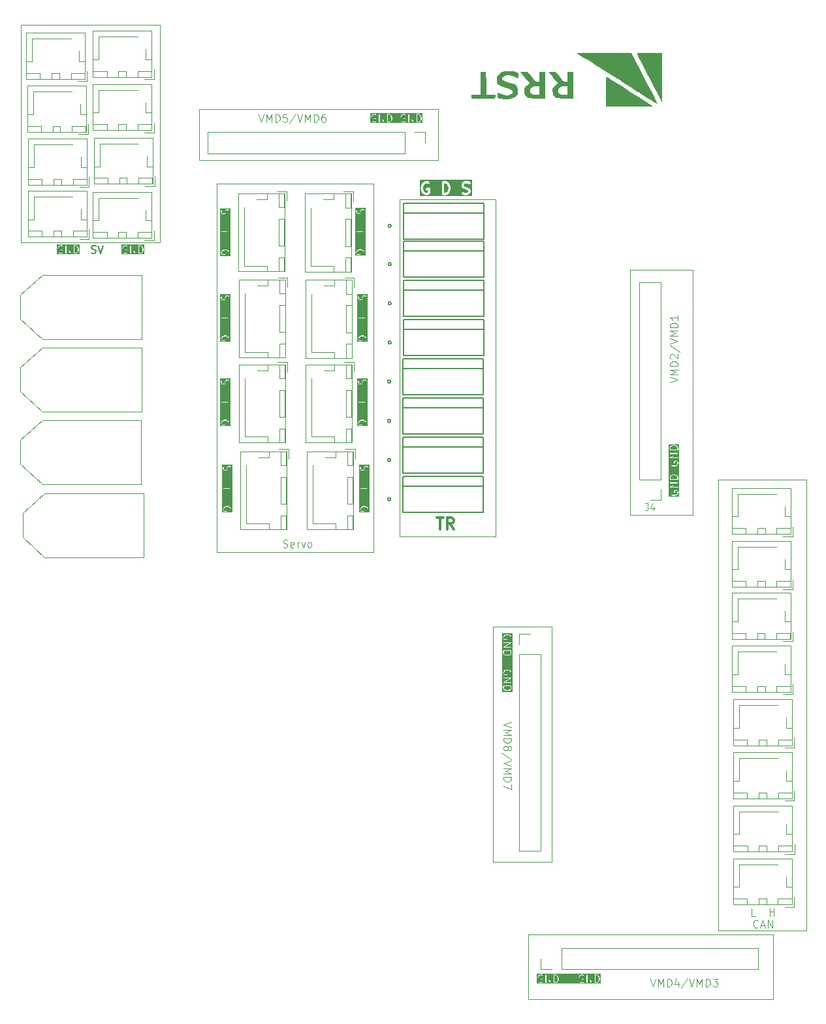
<source format=gto>
G04 #@! TF.GenerationSoftware,KiCad,Pcbnew,9.0.3*
G04 #@! TF.CreationDate,2025-08-08T01:49:22+09:00*
G04 #@! TF.ProjectId,ESP32-MB-1.0,45535033-322d-44d4-922d-312e302e6b69,rev?*
G04 #@! TF.SameCoordinates,Original*
G04 #@! TF.FileFunction,Legend,Top*
G04 #@! TF.FilePolarity,Positive*
%FSLAX46Y46*%
G04 Gerber Fmt 4.6, Leading zero omitted, Abs format (unit mm)*
G04 Created by KiCad (PCBNEW 9.0.3) date 2025-08-08 01:49:22*
%MOMM*%
%LPD*%
G01*
G04 APERTURE LIST*
%ADD10C,0.100000*%
%ADD11C,0.150000*%
%ADD12C,0.300000*%
%ADD13C,0.120000*%
%ADD14C,0.152400*%
%ADD15C,0.000000*%
G04 APERTURE END LIST*
D10*
X195063312Y-137483180D02*
X195015693Y-137530800D01*
X195015693Y-137530800D02*
X194872836Y-137578419D01*
X194872836Y-137578419D02*
X194777598Y-137578419D01*
X194777598Y-137578419D02*
X194634741Y-137530800D01*
X194634741Y-137530800D02*
X194539503Y-137435561D01*
X194539503Y-137435561D02*
X194491884Y-137340323D01*
X194491884Y-137340323D02*
X194444265Y-137149847D01*
X194444265Y-137149847D02*
X194444265Y-137006990D01*
X194444265Y-137006990D02*
X194491884Y-136816514D01*
X194491884Y-136816514D02*
X194539503Y-136721276D01*
X194539503Y-136721276D02*
X194634741Y-136626038D01*
X194634741Y-136626038D02*
X194777598Y-136578419D01*
X194777598Y-136578419D02*
X194872836Y-136578419D01*
X194872836Y-136578419D02*
X195015693Y-136626038D01*
X195015693Y-136626038D02*
X195063312Y-136673657D01*
X195444265Y-137292704D02*
X195920455Y-137292704D01*
X195349027Y-137578419D02*
X195682360Y-136578419D01*
X195682360Y-136578419D02*
X196015693Y-137578419D01*
X196349027Y-137578419D02*
X196349027Y-136578419D01*
X196349027Y-136578419D02*
X196920455Y-137578419D01*
X196920455Y-137578419D02*
X196920455Y-136578419D01*
X194714074Y-136054419D02*
X194237884Y-136054419D01*
X194237884Y-136054419D02*
X194237884Y-135054419D01*
X196571218Y-136054419D02*
X196571218Y-135054419D01*
X196571218Y-135530609D02*
X197142646Y-135530609D01*
X197142646Y-136054419D02*
X197142646Y-135054419D01*
X189870000Y-79540000D02*
X201300000Y-79540000D01*
X201300000Y-137960000D01*
X189870000Y-137960000D01*
X189870000Y-79540000D01*
X148595000Y-43218000D02*
X161041000Y-43218000D01*
X161041000Y-86906000D01*
X148595000Y-86906000D01*
X148595000Y-43218000D01*
X99446000Y-20612000D02*
X117480000Y-20612000D01*
X117480000Y-48806000D01*
X99446000Y-48806000D01*
X99446000Y-20612000D01*
X160660000Y-98590000D02*
X168280000Y-98590000D01*
X168280000Y-129070000D01*
X160660000Y-129070000D01*
X160660000Y-98590000D01*
X122560000Y-31534000D02*
X153548000Y-31534000D01*
X153548000Y-38138000D01*
X122560000Y-38138000D01*
X122560000Y-31534000D01*
X178440000Y-52362000D02*
X186568000Y-52362000D01*
X186568000Y-84112000D01*
X178440000Y-84112000D01*
X178440000Y-52362000D01*
X124846000Y-41186000D02*
X145166000Y-41186000D01*
X145166000Y-88938000D01*
X124846000Y-88938000D01*
X124846000Y-41186000D01*
X165232000Y-138468000D02*
X196982000Y-138468000D01*
X196982000Y-146850000D01*
X165232000Y-146850000D01*
X165232000Y-138468000D01*
D11*
X108625160Y-50152200D02*
X108768017Y-50199819D01*
X108768017Y-50199819D02*
X109006112Y-50199819D01*
X109006112Y-50199819D02*
X109101350Y-50152200D01*
X109101350Y-50152200D02*
X109148969Y-50104580D01*
X109148969Y-50104580D02*
X109196588Y-50009342D01*
X109196588Y-50009342D02*
X109196588Y-49914104D01*
X109196588Y-49914104D02*
X109148969Y-49818866D01*
X109148969Y-49818866D02*
X109101350Y-49771247D01*
X109101350Y-49771247D02*
X109006112Y-49723628D01*
X109006112Y-49723628D02*
X108815636Y-49676009D01*
X108815636Y-49676009D02*
X108720398Y-49628390D01*
X108720398Y-49628390D02*
X108672779Y-49580771D01*
X108672779Y-49580771D02*
X108625160Y-49485533D01*
X108625160Y-49485533D02*
X108625160Y-49390295D01*
X108625160Y-49390295D02*
X108672779Y-49295057D01*
X108672779Y-49295057D02*
X108720398Y-49247438D01*
X108720398Y-49247438D02*
X108815636Y-49199819D01*
X108815636Y-49199819D02*
X109053731Y-49199819D01*
X109053731Y-49199819D02*
X109196588Y-49247438D01*
X109482303Y-49199819D02*
X109815636Y-50199819D01*
X109815636Y-50199819D02*
X110148969Y-49199819D01*
D12*
X153380225Y-84444828D02*
X154237368Y-84444828D01*
X153808796Y-85944828D02*
X153808796Y-84444828D01*
X155594510Y-85944828D02*
X155094510Y-85230542D01*
X154737367Y-85944828D02*
X154737367Y-84444828D01*
X154737367Y-84444828D02*
X155308796Y-84444828D01*
X155308796Y-84444828D02*
X155451653Y-84516257D01*
X155451653Y-84516257D02*
X155523082Y-84587685D01*
X155523082Y-84587685D02*
X155594510Y-84730542D01*
X155594510Y-84730542D02*
X155594510Y-84944828D01*
X155594510Y-84944828D02*
X155523082Y-85087685D01*
X155523082Y-85087685D02*
X155451653Y-85159114D01*
X155451653Y-85159114D02*
X155308796Y-85230542D01*
X155308796Y-85230542D02*
X154737367Y-85230542D01*
D10*
G36*
X147363446Y-32275739D02*
G01*
X147444599Y-32356892D01*
X147486136Y-32439966D01*
X147530931Y-32619145D01*
X147530931Y-32749692D01*
X147486136Y-32928870D01*
X147444599Y-33011944D01*
X147363445Y-33093098D01*
X147239485Y-33134419D01*
X147059503Y-33134419D01*
X147059503Y-32234419D01*
X147239485Y-32234419D01*
X147363446Y-32275739D01*
G37*
G36*
X151172970Y-32275739D02*
G01*
X151254123Y-32356892D01*
X151295660Y-32439966D01*
X151340455Y-32619145D01*
X151340455Y-32749692D01*
X151295660Y-32928870D01*
X151254123Y-33011944D01*
X151172969Y-33093098D01*
X151049009Y-33134419D01*
X150869027Y-33134419D01*
X150869027Y-32234419D01*
X151049009Y-32234419D01*
X151172970Y-32275739D01*
G37*
G36*
X151551566Y-33345530D02*
G01*
X144753154Y-33345530D01*
X144753154Y-32612990D01*
X144864265Y-32612990D01*
X144864265Y-32755847D01*
X144865460Y-32761856D01*
X144865758Y-32767974D01*
X144913377Y-32958450D01*
X144915716Y-32963402D01*
X144917163Y-32968684D01*
X144964781Y-33063921D01*
X144969692Y-33070249D01*
X144974147Y-33076916D01*
X145069386Y-33172155D01*
X145071467Y-33173545D01*
X145071981Y-33174573D01*
X145078946Y-33178543D01*
X145085607Y-33182994D01*
X145086755Y-33182994D01*
X145088930Y-33184234D01*
X145231786Y-33231853D01*
X145239736Y-33232855D01*
X145247598Y-33234419D01*
X145342836Y-33234419D01*
X145350698Y-33232855D01*
X145358647Y-33231853D01*
X145501504Y-33184234D01*
X145503679Y-33182994D01*
X145504828Y-33182994D01*
X145511498Y-33178536D01*
X145518452Y-33174573D01*
X145518964Y-33173547D01*
X145521049Y-33172155D01*
X145568668Y-33124535D01*
X145579506Y-33108314D01*
X145583312Y-33089180D01*
X145583312Y-32755847D01*
X145579506Y-32736713D01*
X145552446Y-32709653D01*
X145533312Y-32705847D01*
X145342836Y-32705847D01*
X145323702Y-32709653D01*
X145296642Y-32736713D01*
X145296642Y-32774981D01*
X145323702Y-32802041D01*
X145342836Y-32805847D01*
X145483312Y-32805847D01*
X145483312Y-33068469D01*
X145458683Y-33093098D01*
X145334723Y-33134419D01*
X145255711Y-33134419D01*
X145131751Y-33093099D01*
X145050595Y-33011942D01*
X145009060Y-32928872D01*
X144964265Y-32749692D01*
X144964265Y-32619145D01*
X145009060Y-32439965D01*
X145050596Y-32356893D01*
X145131749Y-32275739D01*
X145255711Y-32234419D01*
X145378652Y-32234419D01*
X145463332Y-32276759D01*
X145482148Y-32281912D01*
X145518453Y-32269810D01*
X145535567Y-32235582D01*
X145523465Y-32199278D01*
X145508053Y-32187316D01*
X145502259Y-32184419D01*
X145911884Y-32184419D01*
X145911884Y-33184419D01*
X145915690Y-33203553D01*
X145942750Y-33230613D01*
X145981018Y-33230613D01*
X146008078Y-33203553D01*
X146011884Y-33184419D01*
X146011884Y-32372697D01*
X146489900Y-33209226D01*
X146502698Y-33223951D01*
X146509322Y-33225757D01*
X146514178Y-33230613D01*
X146527126Y-33230613D01*
X146539618Y-33234020D01*
X146545580Y-33230613D01*
X146552446Y-33230613D01*
X146561599Y-33221459D01*
X146572844Y-33215034D01*
X146574651Y-33208407D01*
X146579506Y-33203553D01*
X146583312Y-33184419D01*
X146583312Y-32184419D01*
X146959503Y-32184419D01*
X146959503Y-33184419D01*
X146963309Y-33203553D01*
X146990369Y-33230613D01*
X147009503Y-33234419D01*
X147247598Y-33234419D01*
X147255460Y-33232855D01*
X147263409Y-33231853D01*
X147406266Y-33184234D01*
X147408441Y-33182994D01*
X147409590Y-33182994D01*
X147416260Y-33178536D01*
X147423214Y-33174573D01*
X147423726Y-33173547D01*
X147425811Y-33172155D01*
X147521049Y-33076916D01*
X147525502Y-33070250D01*
X147530414Y-33063922D01*
X147578033Y-32968684D01*
X147579479Y-32963402D01*
X147581819Y-32958450D01*
X147629438Y-32767974D01*
X147629735Y-32761856D01*
X147630931Y-32755847D01*
X147630931Y-32612990D01*
X148673789Y-32612990D01*
X148673789Y-32755847D01*
X148674984Y-32761856D01*
X148675282Y-32767974D01*
X148722901Y-32958450D01*
X148725240Y-32963402D01*
X148726687Y-32968684D01*
X148774305Y-33063921D01*
X148779216Y-33070249D01*
X148783671Y-33076916D01*
X148878910Y-33172155D01*
X148880991Y-33173545D01*
X148881505Y-33174573D01*
X148888470Y-33178543D01*
X148895131Y-33182994D01*
X148896279Y-33182994D01*
X148898454Y-33184234D01*
X149041310Y-33231853D01*
X149049260Y-33232855D01*
X149057122Y-33234419D01*
X149152360Y-33234419D01*
X149160222Y-33232855D01*
X149168171Y-33231853D01*
X149311028Y-33184234D01*
X149313203Y-33182994D01*
X149314352Y-33182994D01*
X149321022Y-33178536D01*
X149327976Y-33174573D01*
X149328488Y-33173547D01*
X149330573Y-33172155D01*
X149378192Y-33124535D01*
X149389030Y-33108314D01*
X149392836Y-33089180D01*
X149392836Y-32755847D01*
X149389030Y-32736713D01*
X149361970Y-32709653D01*
X149342836Y-32705847D01*
X149152360Y-32705847D01*
X149133226Y-32709653D01*
X149106166Y-32736713D01*
X149106166Y-32774981D01*
X149133226Y-32802041D01*
X149152360Y-32805847D01*
X149292836Y-32805847D01*
X149292836Y-33068469D01*
X149268207Y-33093098D01*
X149144247Y-33134419D01*
X149065235Y-33134419D01*
X148941275Y-33093099D01*
X148860119Y-33011942D01*
X148818584Y-32928872D01*
X148773789Y-32749692D01*
X148773789Y-32619145D01*
X148818584Y-32439965D01*
X148860120Y-32356893D01*
X148941273Y-32275739D01*
X149065235Y-32234419D01*
X149188176Y-32234419D01*
X149272856Y-32276759D01*
X149291672Y-32281912D01*
X149327977Y-32269810D01*
X149345091Y-32235582D01*
X149332989Y-32199278D01*
X149317577Y-32187316D01*
X149311783Y-32184419D01*
X149721408Y-32184419D01*
X149721408Y-33184419D01*
X149725214Y-33203553D01*
X149752274Y-33230613D01*
X149790542Y-33230613D01*
X149817602Y-33203553D01*
X149821408Y-33184419D01*
X149821408Y-32372697D01*
X150299424Y-33209226D01*
X150312222Y-33223951D01*
X150318846Y-33225757D01*
X150323702Y-33230613D01*
X150336650Y-33230613D01*
X150349142Y-33234020D01*
X150355104Y-33230613D01*
X150361970Y-33230613D01*
X150371123Y-33221459D01*
X150382368Y-33215034D01*
X150384175Y-33208407D01*
X150389030Y-33203553D01*
X150392836Y-33184419D01*
X150392836Y-32184419D01*
X150769027Y-32184419D01*
X150769027Y-33184419D01*
X150772833Y-33203553D01*
X150799893Y-33230613D01*
X150819027Y-33234419D01*
X151057122Y-33234419D01*
X151064984Y-33232855D01*
X151072933Y-33231853D01*
X151215790Y-33184234D01*
X151217965Y-33182994D01*
X151219114Y-33182994D01*
X151225784Y-33178536D01*
X151232738Y-33174573D01*
X151233250Y-33173547D01*
X151235335Y-33172155D01*
X151330573Y-33076916D01*
X151335026Y-33070250D01*
X151339938Y-33063922D01*
X151387557Y-32968684D01*
X151389003Y-32963402D01*
X151391343Y-32958450D01*
X151438962Y-32767974D01*
X151439259Y-32761856D01*
X151440455Y-32755847D01*
X151440455Y-32612990D01*
X151439259Y-32606980D01*
X151438962Y-32600863D01*
X151391343Y-32410387D01*
X151389003Y-32405434D01*
X151387557Y-32400153D01*
X151339938Y-32304915D01*
X151335022Y-32298580D01*
X151330572Y-32291921D01*
X151235334Y-32196683D01*
X151233251Y-32195291D01*
X151232738Y-32194265D01*
X151225777Y-32190297D01*
X151219113Y-32185844D01*
X151217965Y-32185844D01*
X151215790Y-32184604D01*
X151072933Y-32136985D01*
X151064984Y-32135982D01*
X151057122Y-32134419D01*
X150819027Y-32134419D01*
X150799893Y-32138225D01*
X150772833Y-32165285D01*
X150769027Y-32184419D01*
X150392836Y-32184419D01*
X150389030Y-32165285D01*
X150361970Y-32138225D01*
X150323702Y-32138225D01*
X150296642Y-32165285D01*
X150292836Y-32184419D01*
X150292836Y-32996140D01*
X149814820Y-32159612D01*
X149802023Y-32144887D01*
X149795396Y-32143079D01*
X149790542Y-32138225D01*
X149777595Y-32138225D01*
X149765102Y-32134818D01*
X149759140Y-32138225D01*
X149752274Y-32138225D01*
X149743120Y-32147378D01*
X149731876Y-32153804D01*
X149730068Y-32160430D01*
X149725214Y-32165285D01*
X149721408Y-32184419D01*
X149311783Y-32184419D01*
X149222340Y-32139698D01*
X149219924Y-32139036D01*
X149219113Y-32138225D01*
X149211251Y-32136661D01*
X149203524Y-32134545D01*
X149202435Y-32134907D01*
X149199979Y-32134419D01*
X149057122Y-32134419D01*
X149049260Y-32135982D01*
X149041310Y-32136985D01*
X148898454Y-32184604D01*
X148896279Y-32185844D01*
X148895131Y-32185844D01*
X148888470Y-32190294D01*
X148881505Y-32194265D01*
X148880991Y-32195292D01*
X148878910Y-32196683D01*
X148783672Y-32291921D01*
X148779220Y-32298582D01*
X148774305Y-32304916D01*
X148726687Y-32400153D01*
X148725240Y-32405434D01*
X148722901Y-32410387D01*
X148675282Y-32600863D01*
X148674984Y-32606980D01*
X148673789Y-32612990D01*
X147630931Y-32612990D01*
X147629735Y-32606980D01*
X147629438Y-32600863D01*
X147581819Y-32410387D01*
X147579479Y-32405434D01*
X147578033Y-32400153D01*
X147530414Y-32304915D01*
X147525498Y-32298580D01*
X147521048Y-32291921D01*
X147425810Y-32196683D01*
X147423727Y-32195291D01*
X147423214Y-32194265D01*
X147416253Y-32190297D01*
X147409589Y-32185844D01*
X147408441Y-32185844D01*
X147406266Y-32184604D01*
X147263409Y-32136985D01*
X147255460Y-32135982D01*
X147247598Y-32134419D01*
X147009503Y-32134419D01*
X146990369Y-32138225D01*
X146963309Y-32165285D01*
X146959503Y-32184419D01*
X146583312Y-32184419D01*
X146579506Y-32165285D01*
X146552446Y-32138225D01*
X146514178Y-32138225D01*
X146487118Y-32165285D01*
X146483312Y-32184419D01*
X146483312Y-32996140D01*
X146005296Y-32159612D01*
X145992499Y-32144887D01*
X145985872Y-32143079D01*
X145981018Y-32138225D01*
X145968071Y-32138225D01*
X145955578Y-32134818D01*
X145949616Y-32138225D01*
X145942750Y-32138225D01*
X145933596Y-32147378D01*
X145922352Y-32153804D01*
X145920544Y-32160430D01*
X145915690Y-32165285D01*
X145911884Y-32184419D01*
X145502259Y-32184419D01*
X145412816Y-32139698D01*
X145410400Y-32139036D01*
X145409589Y-32138225D01*
X145401727Y-32136661D01*
X145394000Y-32134545D01*
X145392911Y-32134907D01*
X145390455Y-32134419D01*
X145247598Y-32134419D01*
X145239736Y-32135982D01*
X145231786Y-32136985D01*
X145088930Y-32184604D01*
X145086755Y-32185844D01*
X145085607Y-32185844D01*
X145078946Y-32190294D01*
X145071981Y-32194265D01*
X145071467Y-32195292D01*
X145069386Y-32196683D01*
X144974148Y-32291921D01*
X144969696Y-32298582D01*
X144964781Y-32304916D01*
X144917163Y-32400153D01*
X144915716Y-32405434D01*
X144913377Y-32410387D01*
X144865758Y-32600863D01*
X144865460Y-32606980D01*
X144864265Y-32612990D01*
X144753154Y-32612990D01*
X144753154Y-32023308D01*
X151551566Y-32023308D01*
X151551566Y-33345530D01*
G37*
G36*
X144422691Y-61684519D02*
G01*
X143100469Y-61684519D01*
X143100469Y-61237694D01*
X143211580Y-61237694D01*
X143211580Y-61332932D01*
X143213143Y-61340793D01*
X143214146Y-61348744D01*
X143261766Y-61491601D01*
X143263006Y-61493776D01*
X143263006Y-61494923D01*
X143267455Y-61501581D01*
X143271427Y-61508549D01*
X143272454Y-61509062D01*
X143273845Y-61511144D01*
X143321463Y-61558763D01*
X143337684Y-61569602D01*
X143337685Y-61569602D01*
X143356819Y-61573408D01*
X143690152Y-61573408D01*
X143709286Y-61569602D01*
X143736346Y-61542542D01*
X143740152Y-61523408D01*
X143740152Y-61332932D01*
X143736346Y-61313798D01*
X143709286Y-61286738D01*
X143671018Y-61286738D01*
X143643958Y-61313798D01*
X143640152Y-61332932D01*
X143640152Y-61473408D01*
X143377530Y-61473408D01*
X143352901Y-61448780D01*
X143311580Y-61324817D01*
X143311580Y-61245808D01*
X143352901Y-61121845D01*
X143434054Y-61040692D01*
X143517128Y-60999155D01*
X143696307Y-60954361D01*
X143826854Y-60954361D01*
X144006034Y-60999156D01*
X144089106Y-61040692D01*
X144170259Y-61121845D01*
X144211580Y-61245807D01*
X144211580Y-61368747D01*
X144169240Y-61453428D01*
X144164087Y-61472244D01*
X144176188Y-61508549D01*
X144210416Y-61525663D01*
X144246721Y-61513562D01*
X144258682Y-61498150D01*
X144306301Y-61402912D01*
X144306962Y-61400496D01*
X144307774Y-61399685D01*
X144309337Y-61391823D01*
X144311454Y-61384096D01*
X144311091Y-61383007D01*
X144311580Y-61380551D01*
X144311580Y-61237694D01*
X144310016Y-61229832D01*
X144309014Y-61221882D01*
X144261395Y-61079026D01*
X144260155Y-61076850D01*
X144260155Y-61075703D01*
X144255704Y-61069042D01*
X144251734Y-61062077D01*
X144250706Y-61061563D01*
X144249316Y-61059482D01*
X144154078Y-60964244D01*
X144147416Y-60959792D01*
X144141083Y-60954877D01*
X144045846Y-60907259D01*
X144040564Y-60905812D01*
X144035612Y-60903473D01*
X143845136Y-60855854D01*
X143839018Y-60855556D01*
X143833009Y-60854361D01*
X143690152Y-60854361D01*
X143684142Y-60855556D01*
X143678025Y-60855854D01*
X143487549Y-60903473D01*
X143482596Y-60905812D01*
X143477315Y-60907259D01*
X143382077Y-60954878D01*
X143375742Y-60959793D01*
X143369083Y-60964244D01*
X143273845Y-61059482D01*
X143272454Y-61061563D01*
X143271427Y-61062077D01*
X143267455Y-61069044D01*
X143263006Y-61075703D01*
X143263006Y-61076849D01*
X143261766Y-61079025D01*
X143214146Y-61221882D01*
X143213143Y-61229832D01*
X143211580Y-61237694D01*
X143100469Y-61237694D01*
X143100469Y-58551893D01*
X143215386Y-58551893D01*
X143215386Y-58590161D01*
X143242446Y-58617221D01*
X143261580Y-58621027D01*
X143592533Y-58621027D01*
X143592533Y-58951980D01*
X143596339Y-58971114D01*
X143623399Y-58998174D01*
X143661667Y-58998174D01*
X143688727Y-58971114D01*
X143692533Y-58951980D01*
X143692533Y-58621027D01*
X144023485Y-58621027D01*
X144042619Y-58617221D01*
X144069679Y-58590161D01*
X144069679Y-58551893D01*
X144042619Y-58524833D01*
X144023485Y-58521027D01*
X143692533Y-58521027D01*
X143692533Y-58190075D01*
X143688727Y-58170941D01*
X143661667Y-58143881D01*
X143623399Y-58143881D01*
X143596339Y-58170941D01*
X143592533Y-58190075D01*
X143592533Y-58521027D01*
X143261580Y-58521027D01*
X143242446Y-58524833D01*
X143215386Y-58551893D01*
X143100469Y-58551893D01*
X143100469Y-55809122D01*
X143211580Y-55809122D01*
X143211580Y-56047217D01*
X143212068Y-56049673D01*
X143211706Y-56050762D01*
X143213822Y-56058489D01*
X143215386Y-56066351D01*
X143216197Y-56067162D01*
X143216859Y-56069578D01*
X143264479Y-56164816D01*
X143269394Y-56171150D01*
X143273845Y-56177810D01*
X143321463Y-56225429D01*
X143328129Y-56229883D01*
X143334458Y-56234795D01*
X143429696Y-56282414D01*
X143432111Y-56283075D01*
X143432923Y-56283887D01*
X143440784Y-56285450D01*
X143448512Y-56287567D01*
X143449600Y-56287204D01*
X143452057Y-56287693D01*
X143547295Y-56287693D01*
X143549751Y-56287204D01*
X143550840Y-56287567D01*
X143558567Y-56285450D01*
X143566429Y-56283887D01*
X143567240Y-56283075D01*
X143569656Y-56282414D01*
X143664893Y-56234796D01*
X143671226Y-56229880D01*
X143677888Y-56225429D01*
X143725507Y-56177811D01*
X143729961Y-56171144D01*
X143734873Y-56164816D01*
X143782492Y-56069578D01*
X143783938Y-56064296D01*
X143786278Y-56059344D01*
X143832566Y-55874192D01*
X143874101Y-55791120D01*
X143910246Y-55754976D01*
X143987670Y-55716265D01*
X144059301Y-55716265D01*
X144136724Y-55754976D01*
X144172868Y-55791121D01*
X144211580Y-55868544D01*
X144211580Y-56086723D01*
X144166527Y-56221882D01*
X144164087Y-56241237D01*
X144181201Y-56275466D01*
X144217505Y-56287567D01*
X144251734Y-56270453D01*
X144261395Y-56253504D01*
X144309014Y-56110648D01*
X144310016Y-56102697D01*
X144311580Y-56094836D01*
X144311580Y-55856741D01*
X144311091Y-55854284D01*
X144311454Y-55853196D01*
X144309337Y-55845468D01*
X144307774Y-55837607D01*
X144306962Y-55836795D01*
X144306301Y-55834380D01*
X144258682Y-55739142D01*
X144253770Y-55732813D01*
X144249316Y-55726147D01*
X144201697Y-55678529D01*
X144195035Y-55674077D01*
X144188702Y-55669162D01*
X144093465Y-55621544D01*
X144091049Y-55620882D01*
X144090238Y-55620071D01*
X144082376Y-55618507D01*
X144074649Y-55616391D01*
X144073560Y-55616753D01*
X144071104Y-55616265D01*
X143975866Y-55616265D01*
X143973409Y-55616753D01*
X143972321Y-55616391D01*
X143964593Y-55618507D01*
X143956732Y-55620071D01*
X143955920Y-55620882D01*
X143953505Y-55621544D01*
X143858267Y-55669163D01*
X143851938Y-55674074D01*
X143845272Y-55678529D01*
X143797654Y-55726148D01*
X143793202Y-55732809D01*
X143788287Y-55739143D01*
X143740669Y-55834380D01*
X143739222Y-55839661D01*
X143736883Y-55844614D01*
X143690595Y-56029764D01*
X143649059Y-56112836D01*
X143612915Y-56148981D01*
X143535492Y-56187693D01*
X143463861Y-56187693D01*
X143386437Y-56148981D01*
X143350292Y-56112837D01*
X143311580Y-56035413D01*
X143311580Y-55817236D01*
X143356634Y-55682077D01*
X143359074Y-55662721D01*
X143341960Y-55628492D01*
X143305656Y-55616391D01*
X143271427Y-55633505D01*
X143261766Y-55650453D01*
X143214146Y-55793310D01*
X143213143Y-55801260D01*
X143211580Y-55809122D01*
X143100469Y-55809122D01*
X143100469Y-55505154D01*
X144422691Y-55505154D01*
X144422691Y-61684519D01*
G37*
G36*
X163007580Y-106504914D02*
G01*
X162966259Y-106628875D01*
X162885106Y-106710029D01*
X162802034Y-106751565D01*
X162622854Y-106796360D01*
X162492307Y-106796360D01*
X162313128Y-106751565D01*
X162230054Y-106710028D01*
X162148901Y-106628875D01*
X162107580Y-106504912D01*
X162107580Y-106324932D01*
X163007580Y-106324932D01*
X163007580Y-106504914D01*
G37*
G36*
X163007580Y-101933485D02*
G01*
X162966259Y-102057446D01*
X162885106Y-102138600D01*
X162802034Y-102180136D01*
X162622854Y-102224931D01*
X162492307Y-102224931D01*
X162313128Y-102180136D01*
X162230054Y-102138599D01*
X162148901Y-102057446D01*
X162107580Y-101933483D01*
X162107580Y-101753503D01*
X163007580Y-101753503D01*
X163007580Y-101933485D01*
G37*
G36*
X163218691Y-107007471D02*
G01*
X161896469Y-107007471D01*
X161896469Y-106274932D01*
X162007580Y-106274932D01*
X162007580Y-106513027D01*
X162009143Y-106520888D01*
X162010146Y-106528839D01*
X162057766Y-106671696D01*
X162059006Y-106673871D01*
X162059006Y-106675018D01*
X162063455Y-106681676D01*
X162067427Y-106688644D01*
X162068454Y-106689157D01*
X162069845Y-106691239D01*
X162165083Y-106786477D01*
X162171742Y-106790927D01*
X162178077Y-106795843D01*
X162273315Y-106843462D01*
X162278596Y-106844908D01*
X162283549Y-106847248D01*
X162474025Y-106894867D01*
X162480142Y-106895164D01*
X162486152Y-106896360D01*
X162629009Y-106896360D01*
X162635018Y-106895164D01*
X162641136Y-106894867D01*
X162831612Y-106847248D01*
X162836564Y-106844908D01*
X162841846Y-106843462D01*
X162937083Y-106795844D01*
X162943416Y-106790928D01*
X162950078Y-106786477D01*
X163045316Y-106691239D01*
X163046706Y-106689157D01*
X163047734Y-106688644D01*
X163051704Y-106681678D01*
X163056155Y-106675018D01*
X163056155Y-106673870D01*
X163057395Y-106671695D01*
X163105014Y-106528839D01*
X163106016Y-106520888D01*
X163107580Y-106513027D01*
X163107580Y-106274932D01*
X163103774Y-106255798D01*
X163076714Y-106228738D01*
X163057580Y-106224932D01*
X162057580Y-106224932D01*
X162038446Y-106228738D01*
X162011386Y-106255798D01*
X162007580Y-106274932D01*
X161896469Y-106274932D01*
X161896469Y-105805047D01*
X162007979Y-105805047D01*
X162011386Y-105811009D01*
X162011386Y-105817875D01*
X162020539Y-105827028D01*
X162026965Y-105838273D01*
X162033591Y-105840080D01*
X162038446Y-105844935D01*
X162057580Y-105848741D01*
X163057580Y-105848741D01*
X163076714Y-105844935D01*
X163103774Y-105817875D01*
X163103774Y-105779607D01*
X163076714Y-105752547D01*
X163057580Y-105748741D01*
X162245858Y-105748741D01*
X163082387Y-105270725D01*
X163097112Y-105257927D01*
X163098918Y-105251302D01*
X163103774Y-105246447D01*
X163103774Y-105233499D01*
X163107181Y-105221007D01*
X163103774Y-105215044D01*
X163103774Y-105208179D01*
X163094620Y-105199025D01*
X163088195Y-105187781D01*
X163081568Y-105185973D01*
X163076714Y-105181119D01*
X163057580Y-105177313D01*
X162057580Y-105177313D01*
X162038446Y-105181119D01*
X162011386Y-105208179D01*
X162011386Y-105246447D01*
X162038446Y-105273507D01*
X162057580Y-105277313D01*
X162869302Y-105277313D01*
X162032773Y-105755329D01*
X162018048Y-105768126D01*
X162016240Y-105774752D01*
X162011386Y-105779607D01*
X162011386Y-105792554D01*
X162007979Y-105805047D01*
X161896469Y-105805047D01*
X161896469Y-104513027D01*
X162007580Y-104513027D01*
X162007580Y-104608265D01*
X162009143Y-104616126D01*
X162010146Y-104624077D01*
X162057766Y-104766934D01*
X162059006Y-104769109D01*
X162059006Y-104770256D01*
X162063455Y-104776914D01*
X162067427Y-104783882D01*
X162068454Y-104784395D01*
X162069845Y-104786477D01*
X162117463Y-104834096D01*
X162133684Y-104844935D01*
X162133685Y-104844935D01*
X162152819Y-104848741D01*
X162486152Y-104848741D01*
X162505286Y-104844935D01*
X162532346Y-104817875D01*
X162536152Y-104798741D01*
X162536152Y-104608265D01*
X162532346Y-104589131D01*
X162505286Y-104562071D01*
X162467018Y-104562071D01*
X162439958Y-104589131D01*
X162436152Y-104608265D01*
X162436152Y-104748741D01*
X162173530Y-104748741D01*
X162148901Y-104724113D01*
X162107580Y-104600150D01*
X162107580Y-104521141D01*
X162148901Y-104397178D01*
X162230054Y-104316025D01*
X162313128Y-104274488D01*
X162492307Y-104229694D01*
X162622854Y-104229694D01*
X162802034Y-104274489D01*
X162885106Y-104316025D01*
X162966259Y-104397178D01*
X163007580Y-104521140D01*
X163007580Y-104644080D01*
X162965240Y-104728761D01*
X162960087Y-104747577D01*
X162972188Y-104783882D01*
X163006416Y-104800996D01*
X163042721Y-104788895D01*
X163054682Y-104773483D01*
X163102301Y-104678245D01*
X163102962Y-104675829D01*
X163103774Y-104675018D01*
X163105337Y-104667156D01*
X163107454Y-104659429D01*
X163107091Y-104658340D01*
X163107580Y-104655884D01*
X163107580Y-104513027D01*
X163106016Y-104505165D01*
X163105014Y-104497215D01*
X163057395Y-104354359D01*
X163056155Y-104352183D01*
X163056155Y-104351036D01*
X163051704Y-104344375D01*
X163047734Y-104337410D01*
X163046706Y-104336896D01*
X163045316Y-104334815D01*
X162950078Y-104239577D01*
X162943416Y-104235125D01*
X162937083Y-104230210D01*
X162841846Y-104182592D01*
X162836564Y-104181145D01*
X162831612Y-104178806D01*
X162641136Y-104131187D01*
X162635018Y-104130889D01*
X162629009Y-104129694D01*
X162486152Y-104129694D01*
X162480142Y-104130889D01*
X162474025Y-104131187D01*
X162283549Y-104178806D01*
X162278596Y-104181145D01*
X162273315Y-104182592D01*
X162178077Y-104230211D01*
X162171742Y-104235126D01*
X162165083Y-104239577D01*
X162069845Y-104334815D01*
X162068454Y-104336896D01*
X162067427Y-104337410D01*
X162063455Y-104344377D01*
X162059006Y-104351036D01*
X162059006Y-104352182D01*
X162057766Y-104354358D01*
X162010146Y-104497215D01*
X162009143Y-104505165D01*
X162007580Y-104513027D01*
X161896469Y-104513027D01*
X161896469Y-101703503D01*
X162007580Y-101703503D01*
X162007580Y-101941598D01*
X162009143Y-101949459D01*
X162010146Y-101957410D01*
X162057766Y-102100267D01*
X162059006Y-102102442D01*
X162059006Y-102103589D01*
X162063455Y-102110247D01*
X162067427Y-102117215D01*
X162068454Y-102117728D01*
X162069845Y-102119810D01*
X162165083Y-102215048D01*
X162171742Y-102219498D01*
X162178077Y-102224414D01*
X162273315Y-102272033D01*
X162278596Y-102273479D01*
X162283549Y-102275819D01*
X162474025Y-102323438D01*
X162480142Y-102323735D01*
X162486152Y-102324931D01*
X162629009Y-102324931D01*
X162635018Y-102323735D01*
X162641136Y-102323438D01*
X162831612Y-102275819D01*
X162836564Y-102273479D01*
X162841846Y-102272033D01*
X162937083Y-102224415D01*
X162943416Y-102219499D01*
X162950078Y-102215048D01*
X163045316Y-102119810D01*
X163046706Y-102117728D01*
X163047734Y-102117215D01*
X163051704Y-102110249D01*
X163056155Y-102103589D01*
X163056155Y-102102441D01*
X163057395Y-102100266D01*
X163105014Y-101957410D01*
X163106016Y-101949459D01*
X163107580Y-101941598D01*
X163107580Y-101703503D01*
X163103774Y-101684369D01*
X163076714Y-101657309D01*
X163057580Y-101653503D01*
X162057580Y-101653503D01*
X162038446Y-101657309D01*
X162011386Y-101684369D01*
X162007580Y-101703503D01*
X161896469Y-101703503D01*
X161896469Y-101233618D01*
X162007979Y-101233618D01*
X162011386Y-101239580D01*
X162011386Y-101246446D01*
X162020539Y-101255599D01*
X162026965Y-101266844D01*
X162033591Y-101268651D01*
X162038446Y-101273506D01*
X162057580Y-101277312D01*
X163057580Y-101277312D01*
X163076714Y-101273506D01*
X163103774Y-101246446D01*
X163103774Y-101208178D01*
X163076714Y-101181118D01*
X163057580Y-101177312D01*
X162245858Y-101177312D01*
X163082387Y-100699296D01*
X163097112Y-100686498D01*
X163098918Y-100679873D01*
X163103774Y-100675018D01*
X163103774Y-100662070D01*
X163107181Y-100649578D01*
X163103774Y-100643615D01*
X163103774Y-100636750D01*
X163094620Y-100627596D01*
X163088195Y-100616352D01*
X163081568Y-100614544D01*
X163076714Y-100609690D01*
X163057580Y-100605884D01*
X162057580Y-100605884D01*
X162038446Y-100609690D01*
X162011386Y-100636750D01*
X162011386Y-100675018D01*
X162038446Y-100702078D01*
X162057580Y-100705884D01*
X162869302Y-100705884D01*
X162032773Y-101183900D01*
X162018048Y-101196697D01*
X162016240Y-101203323D01*
X162011386Y-101208178D01*
X162011386Y-101221125D01*
X162007979Y-101233618D01*
X161896469Y-101233618D01*
X161896469Y-99941598D01*
X162007580Y-99941598D01*
X162007580Y-100036836D01*
X162009143Y-100044697D01*
X162010146Y-100052648D01*
X162057766Y-100195505D01*
X162059006Y-100197680D01*
X162059006Y-100198827D01*
X162063455Y-100205485D01*
X162067427Y-100212453D01*
X162068454Y-100212966D01*
X162069845Y-100215048D01*
X162117463Y-100262667D01*
X162133684Y-100273506D01*
X162133685Y-100273506D01*
X162152819Y-100277312D01*
X162486152Y-100277312D01*
X162505286Y-100273506D01*
X162532346Y-100246446D01*
X162536152Y-100227312D01*
X162536152Y-100036836D01*
X162532346Y-100017702D01*
X162505286Y-99990642D01*
X162467018Y-99990642D01*
X162439958Y-100017702D01*
X162436152Y-100036836D01*
X162436152Y-100177312D01*
X162173530Y-100177312D01*
X162148901Y-100152684D01*
X162107580Y-100028721D01*
X162107580Y-99949712D01*
X162148901Y-99825749D01*
X162230054Y-99744596D01*
X162313128Y-99703059D01*
X162492307Y-99658265D01*
X162622854Y-99658265D01*
X162802034Y-99703060D01*
X162885106Y-99744596D01*
X162966259Y-99825749D01*
X163007580Y-99949711D01*
X163007580Y-100072651D01*
X162965240Y-100157332D01*
X162960087Y-100176148D01*
X162972188Y-100212453D01*
X163006416Y-100229567D01*
X163042721Y-100217466D01*
X163054682Y-100202054D01*
X163102301Y-100106816D01*
X163102962Y-100104400D01*
X163103774Y-100103589D01*
X163105337Y-100095727D01*
X163107454Y-100088000D01*
X163107091Y-100086911D01*
X163107580Y-100084455D01*
X163107580Y-99941598D01*
X163106016Y-99933736D01*
X163105014Y-99925786D01*
X163057395Y-99782930D01*
X163056155Y-99780754D01*
X163056155Y-99779607D01*
X163051704Y-99772946D01*
X163047734Y-99765981D01*
X163046706Y-99765467D01*
X163045316Y-99763386D01*
X162950078Y-99668148D01*
X162943416Y-99663696D01*
X162937083Y-99658781D01*
X162841846Y-99611163D01*
X162836564Y-99609716D01*
X162831612Y-99607377D01*
X162641136Y-99559758D01*
X162635018Y-99559460D01*
X162629009Y-99558265D01*
X162486152Y-99558265D01*
X162480142Y-99559460D01*
X162474025Y-99559758D01*
X162283549Y-99607377D01*
X162278596Y-99609716D01*
X162273315Y-99611163D01*
X162178077Y-99658782D01*
X162171742Y-99663697D01*
X162165083Y-99668148D01*
X162069845Y-99763386D01*
X162068454Y-99765467D01*
X162067427Y-99765981D01*
X162063455Y-99772948D01*
X162059006Y-99779607D01*
X162059006Y-99780753D01*
X162057766Y-99782929D01*
X162010146Y-99925786D01*
X162009143Y-99933736D01*
X162007580Y-99941598D01*
X161896469Y-99941598D01*
X161896469Y-99447154D01*
X163218691Y-99447154D01*
X163218691Y-107007471D01*
G37*
X183662419Y-66932972D02*
X184662419Y-66599639D01*
X184662419Y-66599639D02*
X183662419Y-66266306D01*
X184662419Y-65932972D02*
X183662419Y-65932972D01*
X183662419Y-65932972D02*
X184376704Y-65599639D01*
X184376704Y-65599639D02*
X183662419Y-65266306D01*
X183662419Y-65266306D02*
X184662419Y-65266306D01*
X184662419Y-64790115D02*
X183662419Y-64790115D01*
X183662419Y-64790115D02*
X183662419Y-64552020D01*
X183662419Y-64552020D02*
X183710038Y-64409163D01*
X183710038Y-64409163D02*
X183805276Y-64313925D01*
X183805276Y-64313925D02*
X183900514Y-64266306D01*
X183900514Y-64266306D02*
X184090990Y-64218687D01*
X184090990Y-64218687D02*
X184233847Y-64218687D01*
X184233847Y-64218687D02*
X184424323Y-64266306D01*
X184424323Y-64266306D02*
X184519561Y-64313925D01*
X184519561Y-64313925D02*
X184614800Y-64409163D01*
X184614800Y-64409163D02*
X184662419Y-64552020D01*
X184662419Y-64552020D02*
X184662419Y-64790115D01*
X183757657Y-63837734D02*
X183710038Y-63790115D01*
X183710038Y-63790115D02*
X183662419Y-63694877D01*
X183662419Y-63694877D02*
X183662419Y-63456782D01*
X183662419Y-63456782D02*
X183710038Y-63361544D01*
X183710038Y-63361544D02*
X183757657Y-63313925D01*
X183757657Y-63313925D02*
X183852895Y-63266306D01*
X183852895Y-63266306D02*
X183948133Y-63266306D01*
X183948133Y-63266306D02*
X184090990Y-63313925D01*
X184090990Y-63313925D02*
X184662419Y-63885353D01*
X184662419Y-63885353D02*
X184662419Y-63266306D01*
X183614800Y-62123449D02*
X184900514Y-62980591D01*
X183662419Y-61932972D02*
X184662419Y-61599639D01*
X184662419Y-61599639D02*
X183662419Y-61266306D01*
X184662419Y-60932972D02*
X183662419Y-60932972D01*
X183662419Y-60932972D02*
X184376704Y-60599639D01*
X184376704Y-60599639D02*
X183662419Y-60266306D01*
X183662419Y-60266306D02*
X184662419Y-60266306D01*
X184662419Y-59790115D02*
X183662419Y-59790115D01*
X183662419Y-59790115D02*
X183662419Y-59552020D01*
X183662419Y-59552020D02*
X183710038Y-59409163D01*
X183710038Y-59409163D02*
X183805276Y-59313925D01*
X183805276Y-59313925D02*
X183900514Y-59266306D01*
X183900514Y-59266306D02*
X184090990Y-59218687D01*
X184090990Y-59218687D02*
X184233847Y-59218687D01*
X184233847Y-59218687D02*
X184424323Y-59266306D01*
X184424323Y-59266306D02*
X184519561Y-59313925D01*
X184519561Y-59313925D02*
X184614800Y-59409163D01*
X184614800Y-59409163D02*
X184662419Y-59552020D01*
X184662419Y-59552020D02*
X184662419Y-59790115D01*
X184662419Y-58266306D02*
X184662419Y-58837734D01*
X184662419Y-58552020D02*
X183662419Y-58552020D01*
X183662419Y-58552020D02*
X183805276Y-58647258D01*
X183805276Y-58647258D02*
X183900514Y-58742496D01*
X183900514Y-58742496D02*
X183948133Y-58837734D01*
G36*
X126642691Y-50538519D02*
G01*
X125320469Y-50538519D01*
X125320469Y-50091694D01*
X125431580Y-50091694D01*
X125431580Y-50186932D01*
X125433143Y-50194793D01*
X125434146Y-50202744D01*
X125481766Y-50345601D01*
X125483006Y-50347776D01*
X125483006Y-50348923D01*
X125487455Y-50355581D01*
X125491427Y-50362549D01*
X125492454Y-50363062D01*
X125493845Y-50365144D01*
X125541463Y-50412763D01*
X125557684Y-50423602D01*
X125557685Y-50423602D01*
X125576819Y-50427408D01*
X125910152Y-50427408D01*
X125929286Y-50423602D01*
X125956346Y-50396542D01*
X125960152Y-50377408D01*
X125960152Y-50186932D01*
X125956346Y-50167798D01*
X125929286Y-50140738D01*
X125891018Y-50140738D01*
X125863958Y-50167798D01*
X125860152Y-50186932D01*
X125860152Y-50327408D01*
X125597530Y-50327408D01*
X125572901Y-50302780D01*
X125531580Y-50178817D01*
X125531580Y-50099808D01*
X125572901Y-49975845D01*
X125654054Y-49894692D01*
X125737128Y-49853155D01*
X125916307Y-49808361D01*
X126046854Y-49808361D01*
X126226034Y-49853156D01*
X126309106Y-49894692D01*
X126390259Y-49975845D01*
X126431580Y-50099807D01*
X126431580Y-50222747D01*
X126389240Y-50307428D01*
X126384087Y-50326244D01*
X126396188Y-50362549D01*
X126430416Y-50379663D01*
X126466721Y-50367562D01*
X126478682Y-50352150D01*
X126526301Y-50256912D01*
X126526962Y-50254496D01*
X126527774Y-50253685D01*
X126529337Y-50245823D01*
X126531454Y-50238096D01*
X126531091Y-50237007D01*
X126531580Y-50234551D01*
X126531580Y-50091694D01*
X126530016Y-50083832D01*
X126529014Y-50075882D01*
X126481395Y-49933026D01*
X126480155Y-49930850D01*
X126480155Y-49929703D01*
X126475704Y-49923042D01*
X126471734Y-49916077D01*
X126470706Y-49915563D01*
X126469316Y-49913482D01*
X126374078Y-49818244D01*
X126367416Y-49813792D01*
X126361083Y-49808877D01*
X126265846Y-49761259D01*
X126260564Y-49759812D01*
X126255612Y-49757473D01*
X126065136Y-49709854D01*
X126059018Y-49709556D01*
X126053009Y-49708361D01*
X125910152Y-49708361D01*
X125904142Y-49709556D01*
X125898025Y-49709854D01*
X125707549Y-49757473D01*
X125702596Y-49759812D01*
X125697315Y-49761259D01*
X125602077Y-49808878D01*
X125595742Y-49813793D01*
X125589083Y-49818244D01*
X125493845Y-49913482D01*
X125492454Y-49915563D01*
X125491427Y-49916077D01*
X125487455Y-49923044D01*
X125483006Y-49929703D01*
X125483006Y-49930849D01*
X125481766Y-49933025D01*
X125434146Y-50075882D01*
X125433143Y-50083832D01*
X125431580Y-50091694D01*
X125320469Y-50091694D01*
X125320469Y-47405893D01*
X125435386Y-47405893D01*
X125435386Y-47444161D01*
X125462446Y-47471221D01*
X125481580Y-47475027D01*
X125812533Y-47475027D01*
X125812533Y-47805980D01*
X125816339Y-47825114D01*
X125843399Y-47852174D01*
X125881667Y-47852174D01*
X125908727Y-47825114D01*
X125912533Y-47805980D01*
X125912533Y-47475027D01*
X126243485Y-47475027D01*
X126262619Y-47471221D01*
X126289679Y-47444161D01*
X126289679Y-47405893D01*
X126262619Y-47378833D01*
X126243485Y-47375027D01*
X125912533Y-47375027D01*
X125912533Y-47044075D01*
X125908727Y-47024941D01*
X125881667Y-46997881D01*
X125843399Y-46997881D01*
X125816339Y-47024941D01*
X125812533Y-47044075D01*
X125812533Y-47375027D01*
X125481580Y-47375027D01*
X125462446Y-47378833D01*
X125435386Y-47405893D01*
X125320469Y-47405893D01*
X125320469Y-44663122D01*
X125431580Y-44663122D01*
X125431580Y-44901217D01*
X125432068Y-44903673D01*
X125431706Y-44904762D01*
X125433822Y-44912489D01*
X125435386Y-44920351D01*
X125436197Y-44921162D01*
X125436859Y-44923578D01*
X125484479Y-45018816D01*
X125489394Y-45025150D01*
X125493845Y-45031810D01*
X125541463Y-45079429D01*
X125548129Y-45083883D01*
X125554458Y-45088795D01*
X125649696Y-45136414D01*
X125652111Y-45137075D01*
X125652923Y-45137887D01*
X125660784Y-45139450D01*
X125668512Y-45141567D01*
X125669600Y-45141204D01*
X125672057Y-45141693D01*
X125767295Y-45141693D01*
X125769751Y-45141204D01*
X125770840Y-45141567D01*
X125778567Y-45139450D01*
X125786429Y-45137887D01*
X125787240Y-45137075D01*
X125789656Y-45136414D01*
X125884893Y-45088796D01*
X125891226Y-45083880D01*
X125897888Y-45079429D01*
X125945507Y-45031811D01*
X125949961Y-45025144D01*
X125954873Y-45018816D01*
X126002492Y-44923578D01*
X126003938Y-44918296D01*
X126006278Y-44913344D01*
X126052566Y-44728192D01*
X126094101Y-44645120D01*
X126130246Y-44608976D01*
X126207670Y-44570265D01*
X126279301Y-44570265D01*
X126356724Y-44608976D01*
X126392868Y-44645121D01*
X126431580Y-44722544D01*
X126431580Y-44940723D01*
X126386527Y-45075882D01*
X126384087Y-45095237D01*
X126401201Y-45129466D01*
X126437505Y-45141567D01*
X126471734Y-45124453D01*
X126481395Y-45107504D01*
X126529014Y-44964648D01*
X126530016Y-44956697D01*
X126531580Y-44948836D01*
X126531580Y-44710741D01*
X126531091Y-44708284D01*
X126531454Y-44707196D01*
X126529337Y-44699468D01*
X126527774Y-44691607D01*
X126526962Y-44690795D01*
X126526301Y-44688380D01*
X126478682Y-44593142D01*
X126473770Y-44586813D01*
X126469316Y-44580147D01*
X126421697Y-44532529D01*
X126415035Y-44528077D01*
X126408702Y-44523162D01*
X126313465Y-44475544D01*
X126311049Y-44474882D01*
X126310238Y-44474071D01*
X126302376Y-44472507D01*
X126294649Y-44470391D01*
X126293560Y-44470753D01*
X126291104Y-44470265D01*
X126195866Y-44470265D01*
X126193409Y-44470753D01*
X126192321Y-44470391D01*
X126184593Y-44472507D01*
X126176732Y-44474071D01*
X126175920Y-44474882D01*
X126173505Y-44475544D01*
X126078267Y-44523163D01*
X126071938Y-44528074D01*
X126065272Y-44532529D01*
X126017654Y-44580148D01*
X126013202Y-44586809D01*
X126008287Y-44593143D01*
X125960669Y-44688380D01*
X125959222Y-44693661D01*
X125956883Y-44698614D01*
X125910595Y-44883764D01*
X125869059Y-44966836D01*
X125832915Y-45002981D01*
X125755492Y-45041693D01*
X125683861Y-45041693D01*
X125606437Y-45002981D01*
X125570292Y-44966837D01*
X125531580Y-44889413D01*
X125531580Y-44671236D01*
X125576634Y-44536077D01*
X125579074Y-44516721D01*
X125561960Y-44482492D01*
X125525656Y-44470391D01*
X125491427Y-44487505D01*
X125481766Y-44504453D01*
X125434146Y-44647310D01*
X125433143Y-44655260D01*
X125431580Y-44663122D01*
X125320469Y-44663122D01*
X125320469Y-44359154D01*
X126642691Y-44359154D01*
X126642691Y-50538519D01*
G37*
G36*
X126642691Y-61684519D02*
G01*
X125320469Y-61684519D01*
X125320469Y-61237694D01*
X125431580Y-61237694D01*
X125431580Y-61332932D01*
X125433143Y-61340793D01*
X125434146Y-61348744D01*
X125481766Y-61491601D01*
X125483006Y-61493776D01*
X125483006Y-61494923D01*
X125487455Y-61501581D01*
X125491427Y-61508549D01*
X125492454Y-61509062D01*
X125493845Y-61511144D01*
X125541463Y-61558763D01*
X125557684Y-61569602D01*
X125557685Y-61569602D01*
X125576819Y-61573408D01*
X125910152Y-61573408D01*
X125929286Y-61569602D01*
X125956346Y-61542542D01*
X125960152Y-61523408D01*
X125960152Y-61332932D01*
X125956346Y-61313798D01*
X125929286Y-61286738D01*
X125891018Y-61286738D01*
X125863958Y-61313798D01*
X125860152Y-61332932D01*
X125860152Y-61473408D01*
X125597530Y-61473408D01*
X125572901Y-61448780D01*
X125531580Y-61324817D01*
X125531580Y-61245808D01*
X125572901Y-61121845D01*
X125654054Y-61040692D01*
X125737128Y-60999155D01*
X125916307Y-60954361D01*
X126046854Y-60954361D01*
X126226034Y-60999156D01*
X126309106Y-61040692D01*
X126390259Y-61121845D01*
X126431580Y-61245807D01*
X126431580Y-61368747D01*
X126389240Y-61453428D01*
X126384087Y-61472244D01*
X126396188Y-61508549D01*
X126430416Y-61525663D01*
X126466721Y-61513562D01*
X126478682Y-61498150D01*
X126526301Y-61402912D01*
X126526962Y-61400496D01*
X126527774Y-61399685D01*
X126529337Y-61391823D01*
X126531454Y-61384096D01*
X126531091Y-61383007D01*
X126531580Y-61380551D01*
X126531580Y-61237694D01*
X126530016Y-61229832D01*
X126529014Y-61221882D01*
X126481395Y-61079026D01*
X126480155Y-61076850D01*
X126480155Y-61075703D01*
X126475704Y-61069042D01*
X126471734Y-61062077D01*
X126470706Y-61061563D01*
X126469316Y-61059482D01*
X126374078Y-60964244D01*
X126367416Y-60959792D01*
X126361083Y-60954877D01*
X126265846Y-60907259D01*
X126260564Y-60905812D01*
X126255612Y-60903473D01*
X126065136Y-60855854D01*
X126059018Y-60855556D01*
X126053009Y-60854361D01*
X125910152Y-60854361D01*
X125904142Y-60855556D01*
X125898025Y-60855854D01*
X125707549Y-60903473D01*
X125702596Y-60905812D01*
X125697315Y-60907259D01*
X125602077Y-60954878D01*
X125595742Y-60959793D01*
X125589083Y-60964244D01*
X125493845Y-61059482D01*
X125492454Y-61061563D01*
X125491427Y-61062077D01*
X125487455Y-61069044D01*
X125483006Y-61075703D01*
X125483006Y-61076849D01*
X125481766Y-61079025D01*
X125434146Y-61221882D01*
X125433143Y-61229832D01*
X125431580Y-61237694D01*
X125320469Y-61237694D01*
X125320469Y-58551893D01*
X125435386Y-58551893D01*
X125435386Y-58590161D01*
X125462446Y-58617221D01*
X125481580Y-58621027D01*
X125812533Y-58621027D01*
X125812533Y-58951980D01*
X125816339Y-58971114D01*
X125843399Y-58998174D01*
X125881667Y-58998174D01*
X125908727Y-58971114D01*
X125912533Y-58951980D01*
X125912533Y-58621027D01*
X126243485Y-58621027D01*
X126262619Y-58617221D01*
X126289679Y-58590161D01*
X126289679Y-58551893D01*
X126262619Y-58524833D01*
X126243485Y-58521027D01*
X125912533Y-58521027D01*
X125912533Y-58190075D01*
X125908727Y-58170941D01*
X125881667Y-58143881D01*
X125843399Y-58143881D01*
X125816339Y-58170941D01*
X125812533Y-58190075D01*
X125812533Y-58521027D01*
X125481580Y-58521027D01*
X125462446Y-58524833D01*
X125435386Y-58551893D01*
X125320469Y-58551893D01*
X125320469Y-55809122D01*
X125431580Y-55809122D01*
X125431580Y-56047217D01*
X125432068Y-56049673D01*
X125431706Y-56050762D01*
X125433822Y-56058489D01*
X125435386Y-56066351D01*
X125436197Y-56067162D01*
X125436859Y-56069578D01*
X125484479Y-56164816D01*
X125489394Y-56171150D01*
X125493845Y-56177810D01*
X125541463Y-56225429D01*
X125548129Y-56229883D01*
X125554458Y-56234795D01*
X125649696Y-56282414D01*
X125652111Y-56283075D01*
X125652923Y-56283887D01*
X125660784Y-56285450D01*
X125668512Y-56287567D01*
X125669600Y-56287204D01*
X125672057Y-56287693D01*
X125767295Y-56287693D01*
X125769751Y-56287204D01*
X125770840Y-56287567D01*
X125778567Y-56285450D01*
X125786429Y-56283887D01*
X125787240Y-56283075D01*
X125789656Y-56282414D01*
X125884893Y-56234796D01*
X125891226Y-56229880D01*
X125897888Y-56225429D01*
X125945507Y-56177811D01*
X125949961Y-56171144D01*
X125954873Y-56164816D01*
X126002492Y-56069578D01*
X126003938Y-56064296D01*
X126006278Y-56059344D01*
X126052566Y-55874192D01*
X126094101Y-55791120D01*
X126130246Y-55754976D01*
X126207670Y-55716265D01*
X126279301Y-55716265D01*
X126356724Y-55754976D01*
X126392868Y-55791121D01*
X126431580Y-55868544D01*
X126431580Y-56086723D01*
X126386527Y-56221882D01*
X126384087Y-56241237D01*
X126401201Y-56275466D01*
X126437505Y-56287567D01*
X126471734Y-56270453D01*
X126481395Y-56253504D01*
X126529014Y-56110648D01*
X126530016Y-56102697D01*
X126531580Y-56094836D01*
X126531580Y-55856741D01*
X126531091Y-55854284D01*
X126531454Y-55853196D01*
X126529337Y-55845468D01*
X126527774Y-55837607D01*
X126526962Y-55836795D01*
X126526301Y-55834380D01*
X126478682Y-55739142D01*
X126473770Y-55732813D01*
X126469316Y-55726147D01*
X126421697Y-55678529D01*
X126415035Y-55674077D01*
X126408702Y-55669162D01*
X126313465Y-55621544D01*
X126311049Y-55620882D01*
X126310238Y-55620071D01*
X126302376Y-55618507D01*
X126294649Y-55616391D01*
X126293560Y-55616753D01*
X126291104Y-55616265D01*
X126195866Y-55616265D01*
X126193409Y-55616753D01*
X126192321Y-55616391D01*
X126184593Y-55618507D01*
X126176732Y-55620071D01*
X126175920Y-55620882D01*
X126173505Y-55621544D01*
X126078267Y-55669163D01*
X126071938Y-55674074D01*
X126065272Y-55678529D01*
X126017654Y-55726148D01*
X126013202Y-55732809D01*
X126008287Y-55739143D01*
X125960669Y-55834380D01*
X125959222Y-55839661D01*
X125956883Y-55844614D01*
X125910595Y-56029764D01*
X125869059Y-56112836D01*
X125832915Y-56148981D01*
X125755492Y-56187693D01*
X125683861Y-56187693D01*
X125606437Y-56148981D01*
X125570292Y-56112837D01*
X125531580Y-56035413D01*
X125531580Y-55817236D01*
X125576634Y-55682077D01*
X125579074Y-55662721D01*
X125561960Y-55628492D01*
X125525656Y-55616391D01*
X125491427Y-55633505D01*
X125481766Y-55650453D01*
X125434146Y-55793310D01*
X125433143Y-55801260D01*
X125431580Y-55809122D01*
X125320469Y-55809122D01*
X125320469Y-55505154D01*
X126642691Y-55505154D01*
X126642691Y-61684519D01*
G37*
G36*
X126896691Y-83782519D02*
G01*
X125574469Y-83782519D01*
X125574469Y-83335694D01*
X125685580Y-83335694D01*
X125685580Y-83430932D01*
X125687143Y-83438793D01*
X125688146Y-83446744D01*
X125735766Y-83589601D01*
X125737006Y-83591776D01*
X125737006Y-83592923D01*
X125741455Y-83599581D01*
X125745427Y-83606549D01*
X125746454Y-83607062D01*
X125747845Y-83609144D01*
X125795463Y-83656763D01*
X125811684Y-83667602D01*
X125811685Y-83667602D01*
X125830819Y-83671408D01*
X126164152Y-83671408D01*
X126183286Y-83667602D01*
X126210346Y-83640542D01*
X126214152Y-83621408D01*
X126214152Y-83430932D01*
X126210346Y-83411798D01*
X126183286Y-83384738D01*
X126145018Y-83384738D01*
X126117958Y-83411798D01*
X126114152Y-83430932D01*
X126114152Y-83571408D01*
X125851530Y-83571408D01*
X125826901Y-83546780D01*
X125785580Y-83422817D01*
X125785580Y-83343808D01*
X125826901Y-83219845D01*
X125908054Y-83138692D01*
X125991128Y-83097155D01*
X126170307Y-83052361D01*
X126300854Y-83052361D01*
X126480034Y-83097156D01*
X126563106Y-83138692D01*
X126644259Y-83219845D01*
X126685580Y-83343807D01*
X126685580Y-83466747D01*
X126643240Y-83551428D01*
X126638087Y-83570244D01*
X126650188Y-83606549D01*
X126684416Y-83623663D01*
X126720721Y-83611562D01*
X126732682Y-83596150D01*
X126780301Y-83500912D01*
X126780962Y-83498496D01*
X126781774Y-83497685D01*
X126783337Y-83489823D01*
X126785454Y-83482096D01*
X126785091Y-83481007D01*
X126785580Y-83478551D01*
X126785580Y-83335694D01*
X126784016Y-83327832D01*
X126783014Y-83319882D01*
X126735395Y-83177026D01*
X126734155Y-83174850D01*
X126734155Y-83173703D01*
X126729704Y-83167042D01*
X126725734Y-83160077D01*
X126724706Y-83159563D01*
X126723316Y-83157482D01*
X126628078Y-83062244D01*
X126621416Y-83057792D01*
X126615083Y-83052877D01*
X126519846Y-83005259D01*
X126514564Y-83003812D01*
X126509612Y-83001473D01*
X126319136Y-82953854D01*
X126313018Y-82953556D01*
X126307009Y-82952361D01*
X126164152Y-82952361D01*
X126158142Y-82953556D01*
X126152025Y-82953854D01*
X125961549Y-83001473D01*
X125956596Y-83003812D01*
X125951315Y-83005259D01*
X125856077Y-83052878D01*
X125849742Y-83057793D01*
X125843083Y-83062244D01*
X125747845Y-83157482D01*
X125746454Y-83159563D01*
X125745427Y-83160077D01*
X125741455Y-83167044D01*
X125737006Y-83173703D01*
X125737006Y-83174849D01*
X125735766Y-83177025D01*
X125688146Y-83319882D01*
X125687143Y-83327832D01*
X125685580Y-83335694D01*
X125574469Y-83335694D01*
X125574469Y-80649893D01*
X125689386Y-80649893D01*
X125689386Y-80688161D01*
X125716446Y-80715221D01*
X125735580Y-80719027D01*
X126066533Y-80719027D01*
X126066533Y-81049980D01*
X126070339Y-81069114D01*
X126097399Y-81096174D01*
X126135667Y-81096174D01*
X126162727Y-81069114D01*
X126166533Y-81049980D01*
X126166533Y-80719027D01*
X126497485Y-80719027D01*
X126516619Y-80715221D01*
X126543679Y-80688161D01*
X126543679Y-80649893D01*
X126516619Y-80622833D01*
X126497485Y-80619027D01*
X126166533Y-80619027D01*
X126166533Y-80288075D01*
X126162727Y-80268941D01*
X126135667Y-80241881D01*
X126097399Y-80241881D01*
X126070339Y-80268941D01*
X126066533Y-80288075D01*
X126066533Y-80619027D01*
X125735580Y-80619027D01*
X125716446Y-80622833D01*
X125689386Y-80649893D01*
X125574469Y-80649893D01*
X125574469Y-77907122D01*
X125685580Y-77907122D01*
X125685580Y-78145217D01*
X125686068Y-78147673D01*
X125685706Y-78148762D01*
X125687822Y-78156489D01*
X125689386Y-78164351D01*
X125690197Y-78165162D01*
X125690859Y-78167578D01*
X125738479Y-78262816D01*
X125743394Y-78269150D01*
X125747845Y-78275810D01*
X125795463Y-78323429D01*
X125802129Y-78327883D01*
X125808458Y-78332795D01*
X125903696Y-78380414D01*
X125906111Y-78381075D01*
X125906923Y-78381887D01*
X125914784Y-78383450D01*
X125922512Y-78385567D01*
X125923600Y-78385204D01*
X125926057Y-78385693D01*
X126021295Y-78385693D01*
X126023751Y-78385204D01*
X126024840Y-78385567D01*
X126032567Y-78383450D01*
X126040429Y-78381887D01*
X126041240Y-78381075D01*
X126043656Y-78380414D01*
X126138893Y-78332796D01*
X126145226Y-78327880D01*
X126151888Y-78323429D01*
X126199507Y-78275811D01*
X126203961Y-78269144D01*
X126208873Y-78262816D01*
X126256492Y-78167578D01*
X126257938Y-78162296D01*
X126260278Y-78157344D01*
X126306566Y-77972192D01*
X126348101Y-77889120D01*
X126384246Y-77852976D01*
X126461670Y-77814265D01*
X126533301Y-77814265D01*
X126610724Y-77852976D01*
X126646868Y-77889121D01*
X126685580Y-77966544D01*
X126685580Y-78184723D01*
X126640527Y-78319882D01*
X126638087Y-78339237D01*
X126655201Y-78373466D01*
X126691505Y-78385567D01*
X126725734Y-78368453D01*
X126735395Y-78351504D01*
X126783014Y-78208648D01*
X126784016Y-78200697D01*
X126785580Y-78192836D01*
X126785580Y-77954741D01*
X126785091Y-77952284D01*
X126785454Y-77951196D01*
X126783337Y-77943468D01*
X126781774Y-77935607D01*
X126780962Y-77934795D01*
X126780301Y-77932380D01*
X126732682Y-77837142D01*
X126727770Y-77830813D01*
X126723316Y-77824147D01*
X126675697Y-77776529D01*
X126669035Y-77772077D01*
X126662702Y-77767162D01*
X126567465Y-77719544D01*
X126565049Y-77718882D01*
X126564238Y-77718071D01*
X126556376Y-77716507D01*
X126548649Y-77714391D01*
X126547560Y-77714753D01*
X126545104Y-77714265D01*
X126449866Y-77714265D01*
X126447409Y-77714753D01*
X126446321Y-77714391D01*
X126438593Y-77716507D01*
X126430732Y-77718071D01*
X126429920Y-77718882D01*
X126427505Y-77719544D01*
X126332267Y-77767163D01*
X126325938Y-77772074D01*
X126319272Y-77776529D01*
X126271654Y-77824148D01*
X126267202Y-77830809D01*
X126262287Y-77837143D01*
X126214669Y-77932380D01*
X126213222Y-77937661D01*
X126210883Y-77942614D01*
X126164595Y-78127764D01*
X126123059Y-78210836D01*
X126086915Y-78246981D01*
X126009492Y-78285693D01*
X125937861Y-78285693D01*
X125860437Y-78246981D01*
X125824292Y-78210837D01*
X125785580Y-78133413D01*
X125785580Y-77915236D01*
X125830634Y-77780077D01*
X125833074Y-77760721D01*
X125815960Y-77726492D01*
X125779656Y-77714391D01*
X125745427Y-77731505D01*
X125735766Y-77748453D01*
X125688146Y-77891310D01*
X125687143Y-77899260D01*
X125685580Y-77907122D01*
X125574469Y-77907122D01*
X125574469Y-77603154D01*
X126896691Y-77603154D01*
X126896691Y-83782519D01*
G37*
X133484265Y-88254800D02*
X133627122Y-88302419D01*
X133627122Y-88302419D02*
X133865217Y-88302419D01*
X133865217Y-88302419D02*
X133960455Y-88254800D01*
X133960455Y-88254800D02*
X134008074Y-88207180D01*
X134008074Y-88207180D02*
X134055693Y-88111942D01*
X134055693Y-88111942D02*
X134055693Y-88016704D01*
X134055693Y-88016704D02*
X134008074Y-87921466D01*
X134008074Y-87921466D02*
X133960455Y-87873847D01*
X133960455Y-87873847D02*
X133865217Y-87826228D01*
X133865217Y-87826228D02*
X133674741Y-87778609D01*
X133674741Y-87778609D02*
X133579503Y-87730990D01*
X133579503Y-87730990D02*
X133531884Y-87683371D01*
X133531884Y-87683371D02*
X133484265Y-87588133D01*
X133484265Y-87588133D02*
X133484265Y-87492895D01*
X133484265Y-87492895D02*
X133531884Y-87397657D01*
X133531884Y-87397657D02*
X133579503Y-87350038D01*
X133579503Y-87350038D02*
X133674741Y-87302419D01*
X133674741Y-87302419D02*
X133912836Y-87302419D01*
X133912836Y-87302419D02*
X134055693Y-87350038D01*
X134865217Y-88254800D02*
X134769979Y-88302419D01*
X134769979Y-88302419D02*
X134579503Y-88302419D01*
X134579503Y-88302419D02*
X134484265Y-88254800D01*
X134484265Y-88254800D02*
X134436646Y-88159561D01*
X134436646Y-88159561D02*
X134436646Y-87778609D01*
X134436646Y-87778609D02*
X134484265Y-87683371D01*
X134484265Y-87683371D02*
X134579503Y-87635752D01*
X134579503Y-87635752D02*
X134769979Y-87635752D01*
X134769979Y-87635752D02*
X134865217Y-87683371D01*
X134865217Y-87683371D02*
X134912836Y-87778609D01*
X134912836Y-87778609D02*
X134912836Y-87873847D01*
X134912836Y-87873847D02*
X134436646Y-87969085D01*
X135341408Y-88302419D02*
X135341408Y-87635752D01*
X135341408Y-87826228D02*
X135389027Y-87730990D01*
X135389027Y-87730990D02*
X135436646Y-87683371D01*
X135436646Y-87683371D02*
X135531884Y-87635752D01*
X135531884Y-87635752D02*
X135627122Y-87635752D01*
X135865218Y-87635752D02*
X136103313Y-88302419D01*
X136103313Y-88302419D02*
X136341408Y-87635752D01*
X136865218Y-88302419D02*
X136769980Y-88254800D01*
X136769980Y-88254800D02*
X136722361Y-88207180D01*
X136722361Y-88207180D02*
X136674742Y-88111942D01*
X136674742Y-88111942D02*
X136674742Y-87826228D01*
X136674742Y-87826228D02*
X136722361Y-87730990D01*
X136722361Y-87730990D02*
X136769980Y-87683371D01*
X136769980Y-87683371D02*
X136865218Y-87635752D01*
X136865218Y-87635752D02*
X137008075Y-87635752D01*
X137008075Y-87635752D02*
X137103313Y-87683371D01*
X137103313Y-87683371D02*
X137150932Y-87730990D01*
X137150932Y-87730990D02*
X137198551Y-87826228D01*
X137198551Y-87826228D02*
X137198551Y-88111942D01*
X137198551Y-88111942D02*
X137150932Y-88207180D01*
X137150932Y-88207180D02*
X137103313Y-88254800D01*
X137103313Y-88254800D02*
X137008075Y-88302419D01*
X137008075Y-88302419D02*
X136865218Y-88302419D01*
G36*
X106723446Y-49293739D02*
G01*
X106804599Y-49374892D01*
X106846136Y-49457966D01*
X106890931Y-49637145D01*
X106890931Y-49767692D01*
X106846136Y-49946870D01*
X106804599Y-50029944D01*
X106723445Y-50111098D01*
X106599485Y-50152419D01*
X106419503Y-50152419D01*
X106419503Y-49252419D01*
X106599485Y-49252419D01*
X106723446Y-49293739D01*
G37*
G36*
X107102042Y-50363530D02*
G01*
X104113154Y-50363530D01*
X104113154Y-49630990D01*
X104224265Y-49630990D01*
X104224265Y-49773847D01*
X104225460Y-49779856D01*
X104225758Y-49785974D01*
X104273377Y-49976450D01*
X104275716Y-49981402D01*
X104277163Y-49986684D01*
X104324781Y-50081921D01*
X104329692Y-50088249D01*
X104334147Y-50094916D01*
X104429386Y-50190155D01*
X104431467Y-50191545D01*
X104431981Y-50192573D01*
X104438946Y-50196543D01*
X104445607Y-50200994D01*
X104446755Y-50200994D01*
X104448930Y-50202234D01*
X104591786Y-50249853D01*
X104599736Y-50250855D01*
X104607598Y-50252419D01*
X104702836Y-50252419D01*
X104710698Y-50250855D01*
X104718647Y-50249853D01*
X104861504Y-50202234D01*
X104863679Y-50200994D01*
X104864828Y-50200994D01*
X104871498Y-50196536D01*
X104878452Y-50192573D01*
X104878964Y-50191547D01*
X104881049Y-50190155D01*
X104928668Y-50142535D01*
X104939506Y-50126314D01*
X104943312Y-50107180D01*
X104943312Y-49773847D01*
X104939506Y-49754713D01*
X104912446Y-49727653D01*
X104893312Y-49723847D01*
X104702836Y-49723847D01*
X104683702Y-49727653D01*
X104656642Y-49754713D01*
X104656642Y-49792981D01*
X104683702Y-49820041D01*
X104702836Y-49823847D01*
X104843312Y-49823847D01*
X104843312Y-50086469D01*
X104818683Y-50111098D01*
X104694723Y-50152419D01*
X104615711Y-50152419D01*
X104491751Y-50111099D01*
X104410595Y-50029942D01*
X104369060Y-49946872D01*
X104324265Y-49767692D01*
X104324265Y-49637145D01*
X104369060Y-49457965D01*
X104410596Y-49374893D01*
X104491749Y-49293739D01*
X104615711Y-49252419D01*
X104738652Y-49252419D01*
X104823332Y-49294759D01*
X104842148Y-49299912D01*
X104878453Y-49287810D01*
X104895567Y-49253582D01*
X104883465Y-49217278D01*
X104868053Y-49205316D01*
X104862259Y-49202419D01*
X105271884Y-49202419D01*
X105271884Y-50202419D01*
X105275690Y-50221553D01*
X105302750Y-50248613D01*
X105341018Y-50248613D01*
X105368078Y-50221553D01*
X105371884Y-50202419D01*
X105371884Y-49390697D01*
X105849900Y-50227226D01*
X105862698Y-50241951D01*
X105869322Y-50243757D01*
X105874178Y-50248613D01*
X105887126Y-50248613D01*
X105899618Y-50252020D01*
X105905580Y-50248613D01*
X105912446Y-50248613D01*
X105921599Y-50239459D01*
X105932844Y-50233034D01*
X105934651Y-50226407D01*
X105939506Y-50221553D01*
X105943312Y-50202419D01*
X105943312Y-49202419D01*
X106319503Y-49202419D01*
X106319503Y-50202419D01*
X106323309Y-50221553D01*
X106350369Y-50248613D01*
X106369503Y-50252419D01*
X106607598Y-50252419D01*
X106615460Y-50250855D01*
X106623409Y-50249853D01*
X106766266Y-50202234D01*
X106768441Y-50200994D01*
X106769590Y-50200994D01*
X106776260Y-50196536D01*
X106783214Y-50192573D01*
X106783726Y-50191547D01*
X106785811Y-50190155D01*
X106881049Y-50094916D01*
X106885502Y-50088250D01*
X106890414Y-50081922D01*
X106938033Y-49986684D01*
X106939479Y-49981402D01*
X106941819Y-49976450D01*
X106989438Y-49785974D01*
X106989735Y-49779856D01*
X106990931Y-49773847D01*
X106990931Y-49630990D01*
X106989735Y-49624980D01*
X106989438Y-49618863D01*
X106941819Y-49428387D01*
X106939479Y-49423434D01*
X106938033Y-49418153D01*
X106890414Y-49322915D01*
X106885498Y-49316580D01*
X106881048Y-49309921D01*
X106785810Y-49214683D01*
X106783727Y-49213291D01*
X106783214Y-49212265D01*
X106776253Y-49208297D01*
X106769589Y-49203844D01*
X106768441Y-49203844D01*
X106766266Y-49202604D01*
X106623409Y-49154985D01*
X106615460Y-49153982D01*
X106607598Y-49152419D01*
X106369503Y-49152419D01*
X106350369Y-49156225D01*
X106323309Y-49183285D01*
X106319503Y-49202419D01*
X105943312Y-49202419D01*
X105939506Y-49183285D01*
X105912446Y-49156225D01*
X105874178Y-49156225D01*
X105847118Y-49183285D01*
X105843312Y-49202419D01*
X105843312Y-50014140D01*
X105365296Y-49177612D01*
X105352499Y-49162887D01*
X105345872Y-49161079D01*
X105341018Y-49156225D01*
X105328071Y-49156225D01*
X105315578Y-49152818D01*
X105309616Y-49156225D01*
X105302750Y-49156225D01*
X105293596Y-49165378D01*
X105282352Y-49171804D01*
X105280544Y-49178430D01*
X105275690Y-49183285D01*
X105271884Y-49202419D01*
X104862259Y-49202419D01*
X104772816Y-49157698D01*
X104770400Y-49157036D01*
X104769589Y-49156225D01*
X104761727Y-49154661D01*
X104754000Y-49152545D01*
X104752911Y-49152907D01*
X104750455Y-49152419D01*
X104607598Y-49152419D01*
X104599736Y-49153982D01*
X104591786Y-49154985D01*
X104448930Y-49202604D01*
X104446755Y-49203844D01*
X104445607Y-49203844D01*
X104438946Y-49208294D01*
X104431981Y-49212265D01*
X104431467Y-49213292D01*
X104429386Y-49214683D01*
X104334148Y-49309921D01*
X104329696Y-49316582D01*
X104324781Y-49322916D01*
X104277163Y-49418153D01*
X104275716Y-49423434D01*
X104273377Y-49428387D01*
X104225758Y-49618863D01*
X104225460Y-49624980D01*
X104224265Y-49630990D01*
X104113154Y-49630990D01*
X104113154Y-49041308D01*
X107102042Y-49041308D01*
X107102042Y-50363530D01*
G37*
G36*
X184406872Y-78997863D02*
G01*
X184489942Y-79039398D01*
X184571099Y-79120554D01*
X184612419Y-79244514D01*
X184612419Y-79424496D01*
X183712419Y-79424496D01*
X183712419Y-79244514D01*
X183753739Y-79120552D01*
X183834892Y-79039399D01*
X183917966Y-78997862D01*
X184097145Y-78953068D01*
X184227692Y-78953068D01*
X184406872Y-78997863D01*
G37*
G36*
X184406872Y-75188339D02*
G01*
X184489942Y-75229874D01*
X184571099Y-75311030D01*
X184612419Y-75434990D01*
X184612419Y-75614972D01*
X183712419Y-75614972D01*
X183712419Y-75434990D01*
X183753739Y-75311028D01*
X183834892Y-75229875D01*
X183917966Y-75188338D01*
X184097145Y-75143544D01*
X184227692Y-75143544D01*
X184406872Y-75188339D01*
G37*
G36*
X184823530Y-81730845D02*
G01*
X183501308Y-81730845D01*
X183501308Y-81093544D01*
X183612419Y-81093544D01*
X183612419Y-81236401D01*
X183613982Y-81244263D01*
X183614985Y-81252212D01*
X183662604Y-81395069D01*
X183663844Y-81397244D01*
X183663844Y-81398392D01*
X183668297Y-81405056D01*
X183672265Y-81412017D01*
X183673291Y-81412530D01*
X183674683Y-81414613D01*
X183769921Y-81509851D01*
X183776580Y-81514301D01*
X183782915Y-81519217D01*
X183878153Y-81566836D01*
X183883434Y-81568282D01*
X183888387Y-81570622D01*
X184078863Y-81618241D01*
X184084980Y-81618538D01*
X184090990Y-81619734D01*
X184233847Y-81619734D01*
X184239856Y-81618538D01*
X184245974Y-81618241D01*
X184436450Y-81570622D01*
X184441402Y-81568282D01*
X184446684Y-81566836D01*
X184541921Y-81519218D01*
X184548249Y-81514306D01*
X184554916Y-81509852D01*
X184650155Y-81414613D01*
X184651545Y-81412531D01*
X184652573Y-81412018D01*
X184656543Y-81405052D01*
X184660994Y-81398392D01*
X184660994Y-81397244D01*
X184662234Y-81395069D01*
X184709853Y-81252213D01*
X184710855Y-81244262D01*
X184712419Y-81236401D01*
X184712419Y-81141163D01*
X184710855Y-81133301D01*
X184709853Y-81125351D01*
X184662234Y-80982495D01*
X184660994Y-80980319D01*
X184660994Y-80979171D01*
X184656539Y-80972504D01*
X184652573Y-80965546D01*
X184651546Y-80965032D01*
X184650155Y-80962950D01*
X184602535Y-80915331D01*
X184586314Y-80904493D01*
X184567180Y-80900687D01*
X184233847Y-80900687D01*
X184214713Y-80904493D01*
X184187653Y-80931553D01*
X184183847Y-80950687D01*
X184183847Y-81141163D01*
X184187653Y-81160297D01*
X184214713Y-81187357D01*
X184252981Y-81187357D01*
X184280041Y-81160297D01*
X184283847Y-81141163D01*
X184283847Y-81000687D01*
X184546469Y-81000687D01*
X184571099Y-81025316D01*
X184612419Y-81149276D01*
X184612419Y-81228288D01*
X184571099Y-81352247D01*
X184489942Y-81433403D01*
X184406872Y-81474939D01*
X184227692Y-81519734D01*
X184097145Y-81519734D01*
X183917966Y-81474939D01*
X183834892Y-81433402D01*
X183753739Y-81352249D01*
X183712419Y-81228287D01*
X183712419Y-81105347D01*
X183754759Y-81020667D01*
X183759912Y-81001851D01*
X183747810Y-80965546D01*
X183713582Y-80948432D01*
X183677278Y-80960534D01*
X183665316Y-80975946D01*
X183617698Y-81071183D01*
X183617036Y-81073598D01*
X183616225Y-81074410D01*
X183614661Y-81082271D01*
X183612545Y-81089999D01*
X183612907Y-81091087D01*
X183612419Y-81093544D01*
X183501308Y-81093544D01*
X183501308Y-80528421D01*
X183612818Y-80528421D01*
X183616225Y-80534383D01*
X183616225Y-80541249D01*
X183625378Y-80550402D01*
X183631804Y-80561647D01*
X183638430Y-80563454D01*
X183643285Y-80568309D01*
X183662419Y-80572115D01*
X184662419Y-80572115D01*
X184681553Y-80568309D01*
X184708613Y-80541249D01*
X184708613Y-80502981D01*
X184681553Y-80475921D01*
X184662419Y-80472115D01*
X183850697Y-80472115D01*
X184687226Y-79994099D01*
X184701951Y-79981301D01*
X184703757Y-79974676D01*
X184708613Y-79969821D01*
X184708613Y-79956873D01*
X184712020Y-79944381D01*
X184708613Y-79938418D01*
X184708613Y-79931553D01*
X184699459Y-79922399D01*
X184693034Y-79911155D01*
X184686407Y-79909347D01*
X184681553Y-79904493D01*
X184662419Y-79900687D01*
X183662419Y-79900687D01*
X183643285Y-79904493D01*
X183616225Y-79931553D01*
X183616225Y-79969821D01*
X183643285Y-79996881D01*
X183662419Y-80000687D01*
X184474141Y-80000687D01*
X183637612Y-80478703D01*
X183622887Y-80491500D01*
X183621079Y-80498126D01*
X183616225Y-80502981D01*
X183616225Y-80515928D01*
X183612818Y-80528421D01*
X183501308Y-80528421D01*
X183501308Y-79236401D01*
X183612419Y-79236401D01*
X183612419Y-79474496D01*
X183616225Y-79493630D01*
X183643285Y-79520690D01*
X183662419Y-79524496D01*
X184662419Y-79524496D01*
X184681553Y-79520690D01*
X184708613Y-79493630D01*
X184712419Y-79474496D01*
X184712419Y-79236401D01*
X184710855Y-79228539D01*
X184709853Y-79220589D01*
X184662234Y-79077733D01*
X184660994Y-79075557D01*
X184660994Y-79074410D01*
X184656543Y-79067749D01*
X184652573Y-79060784D01*
X184651545Y-79060270D01*
X184650155Y-79058189D01*
X184554916Y-78962950D01*
X184548249Y-78958495D01*
X184541921Y-78953584D01*
X184446684Y-78905966D01*
X184441402Y-78904519D01*
X184436450Y-78902180D01*
X184245974Y-78854561D01*
X184239856Y-78854263D01*
X184233847Y-78853068D01*
X184090990Y-78853068D01*
X184084980Y-78854263D01*
X184078863Y-78854561D01*
X183888387Y-78902180D01*
X183883434Y-78904519D01*
X183878153Y-78905966D01*
X183782915Y-78953585D01*
X183776580Y-78958500D01*
X183769921Y-78962951D01*
X183674683Y-79058189D01*
X183673291Y-79060271D01*
X183672265Y-79060785D01*
X183668297Y-79067745D01*
X183663844Y-79074410D01*
X183663844Y-79075557D01*
X183662604Y-79077733D01*
X183614985Y-79220590D01*
X183613982Y-79228538D01*
X183612419Y-79236401D01*
X183501308Y-79236401D01*
X183501308Y-77284020D01*
X183612419Y-77284020D01*
X183612419Y-77426877D01*
X183613982Y-77434739D01*
X183614985Y-77442688D01*
X183662604Y-77585545D01*
X183663844Y-77587720D01*
X183663844Y-77588868D01*
X183668297Y-77595532D01*
X183672265Y-77602493D01*
X183673291Y-77603006D01*
X183674683Y-77605089D01*
X183769921Y-77700327D01*
X183776580Y-77704777D01*
X183782915Y-77709693D01*
X183878153Y-77757312D01*
X183883434Y-77758758D01*
X183888387Y-77761098D01*
X184078863Y-77808717D01*
X184084980Y-77809014D01*
X184090990Y-77810210D01*
X184233847Y-77810210D01*
X184239856Y-77809014D01*
X184245974Y-77808717D01*
X184436450Y-77761098D01*
X184441402Y-77758758D01*
X184446684Y-77757312D01*
X184541921Y-77709694D01*
X184548249Y-77704782D01*
X184554916Y-77700328D01*
X184650155Y-77605089D01*
X184651545Y-77603007D01*
X184652573Y-77602494D01*
X184656543Y-77595528D01*
X184660994Y-77588868D01*
X184660994Y-77587720D01*
X184662234Y-77585545D01*
X184709853Y-77442689D01*
X184710855Y-77434738D01*
X184712419Y-77426877D01*
X184712419Y-77331639D01*
X184710855Y-77323777D01*
X184709853Y-77315827D01*
X184662234Y-77172971D01*
X184660994Y-77170795D01*
X184660994Y-77169647D01*
X184656539Y-77162980D01*
X184652573Y-77156022D01*
X184651546Y-77155508D01*
X184650155Y-77153426D01*
X184602535Y-77105807D01*
X184586314Y-77094969D01*
X184567180Y-77091163D01*
X184233847Y-77091163D01*
X184214713Y-77094969D01*
X184187653Y-77122029D01*
X184183847Y-77141163D01*
X184183847Y-77331639D01*
X184187653Y-77350773D01*
X184214713Y-77377833D01*
X184252981Y-77377833D01*
X184280041Y-77350773D01*
X184283847Y-77331639D01*
X184283847Y-77191163D01*
X184546469Y-77191163D01*
X184571099Y-77215792D01*
X184612419Y-77339752D01*
X184612419Y-77418764D01*
X184571099Y-77542723D01*
X184489942Y-77623879D01*
X184406872Y-77665415D01*
X184227692Y-77710210D01*
X184097145Y-77710210D01*
X183917966Y-77665415D01*
X183834892Y-77623878D01*
X183753739Y-77542725D01*
X183712419Y-77418763D01*
X183712419Y-77295823D01*
X183754759Y-77211143D01*
X183759912Y-77192327D01*
X183747810Y-77156022D01*
X183713582Y-77138908D01*
X183677278Y-77151010D01*
X183665316Y-77166422D01*
X183617698Y-77261659D01*
X183617036Y-77264074D01*
X183616225Y-77264886D01*
X183614661Y-77272747D01*
X183612545Y-77280475D01*
X183612907Y-77281563D01*
X183612419Y-77284020D01*
X183501308Y-77284020D01*
X183501308Y-76718897D01*
X183612818Y-76718897D01*
X183616225Y-76724859D01*
X183616225Y-76731725D01*
X183625378Y-76740878D01*
X183631804Y-76752123D01*
X183638430Y-76753930D01*
X183643285Y-76758785D01*
X183662419Y-76762591D01*
X184662419Y-76762591D01*
X184681553Y-76758785D01*
X184708613Y-76731725D01*
X184708613Y-76693457D01*
X184681553Y-76666397D01*
X184662419Y-76662591D01*
X183850697Y-76662591D01*
X184687226Y-76184575D01*
X184701951Y-76171777D01*
X184703757Y-76165152D01*
X184708613Y-76160297D01*
X184708613Y-76147349D01*
X184712020Y-76134857D01*
X184708613Y-76128894D01*
X184708613Y-76122029D01*
X184699459Y-76112875D01*
X184693034Y-76101631D01*
X184686407Y-76099823D01*
X184681553Y-76094969D01*
X184662419Y-76091163D01*
X183662419Y-76091163D01*
X183643285Y-76094969D01*
X183616225Y-76122029D01*
X183616225Y-76160297D01*
X183643285Y-76187357D01*
X183662419Y-76191163D01*
X184474141Y-76191163D01*
X183637612Y-76669179D01*
X183622887Y-76681976D01*
X183621079Y-76688602D01*
X183616225Y-76693457D01*
X183616225Y-76706404D01*
X183612818Y-76718897D01*
X183501308Y-76718897D01*
X183501308Y-75426877D01*
X183612419Y-75426877D01*
X183612419Y-75664972D01*
X183616225Y-75684106D01*
X183643285Y-75711166D01*
X183662419Y-75714972D01*
X184662419Y-75714972D01*
X184681553Y-75711166D01*
X184708613Y-75684106D01*
X184712419Y-75664972D01*
X184712419Y-75426877D01*
X184710855Y-75419015D01*
X184709853Y-75411065D01*
X184662234Y-75268209D01*
X184660994Y-75266033D01*
X184660994Y-75264886D01*
X184656543Y-75258225D01*
X184652573Y-75251260D01*
X184651545Y-75250746D01*
X184650155Y-75248665D01*
X184554916Y-75153426D01*
X184548249Y-75148971D01*
X184541921Y-75144060D01*
X184446684Y-75096442D01*
X184441402Y-75094995D01*
X184436450Y-75092656D01*
X184245974Y-75045037D01*
X184239856Y-75044739D01*
X184233847Y-75043544D01*
X184090990Y-75043544D01*
X184084980Y-75044739D01*
X184078863Y-75045037D01*
X183888387Y-75092656D01*
X183883434Y-75094995D01*
X183878153Y-75096442D01*
X183782915Y-75144061D01*
X183776580Y-75148976D01*
X183769921Y-75153427D01*
X183674683Y-75248665D01*
X183673291Y-75250747D01*
X183672265Y-75251261D01*
X183668297Y-75258221D01*
X183663844Y-75264886D01*
X183663844Y-75266033D01*
X183662604Y-75268209D01*
X183614985Y-75411066D01*
X183613982Y-75419014D01*
X183612419Y-75426877D01*
X183501308Y-75426877D01*
X183501308Y-74932433D01*
X184823530Y-74932433D01*
X184823530Y-81730845D01*
G37*
G36*
X126642691Y-72606519D02*
G01*
X125320469Y-72606519D01*
X125320469Y-72159694D01*
X125431580Y-72159694D01*
X125431580Y-72254932D01*
X125433143Y-72262793D01*
X125434146Y-72270744D01*
X125481766Y-72413601D01*
X125483006Y-72415776D01*
X125483006Y-72416923D01*
X125487455Y-72423581D01*
X125491427Y-72430549D01*
X125492454Y-72431062D01*
X125493845Y-72433144D01*
X125541463Y-72480763D01*
X125557684Y-72491602D01*
X125557685Y-72491602D01*
X125576819Y-72495408D01*
X125910152Y-72495408D01*
X125929286Y-72491602D01*
X125956346Y-72464542D01*
X125960152Y-72445408D01*
X125960152Y-72254932D01*
X125956346Y-72235798D01*
X125929286Y-72208738D01*
X125891018Y-72208738D01*
X125863958Y-72235798D01*
X125860152Y-72254932D01*
X125860152Y-72395408D01*
X125597530Y-72395408D01*
X125572901Y-72370780D01*
X125531580Y-72246817D01*
X125531580Y-72167808D01*
X125572901Y-72043845D01*
X125654054Y-71962692D01*
X125737128Y-71921155D01*
X125916307Y-71876361D01*
X126046854Y-71876361D01*
X126226034Y-71921156D01*
X126309106Y-71962692D01*
X126390259Y-72043845D01*
X126431580Y-72167807D01*
X126431580Y-72290747D01*
X126389240Y-72375428D01*
X126384087Y-72394244D01*
X126396188Y-72430549D01*
X126430416Y-72447663D01*
X126466721Y-72435562D01*
X126478682Y-72420150D01*
X126526301Y-72324912D01*
X126526962Y-72322496D01*
X126527774Y-72321685D01*
X126529337Y-72313823D01*
X126531454Y-72306096D01*
X126531091Y-72305007D01*
X126531580Y-72302551D01*
X126531580Y-72159694D01*
X126530016Y-72151832D01*
X126529014Y-72143882D01*
X126481395Y-72001026D01*
X126480155Y-71998850D01*
X126480155Y-71997703D01*
X126475704Y-71991042D01*
X126471734Y-71984077D01*
X126470706Y-71983563D01*
X126469316Y-71981482D01*
X126374078Y-71886244D01*
X126367416Y-71881792D01*
X126361083Y-71876877D01*
X126265846Y-71829259D01*
X126260564Y-71827812D01*
X126255612Y-71825473D01*
X126065136Y-71777854D01*
X126059018Y-71777556D01*
X126053009Y-71776361D01*
X125910152Y-71776361D01*
X125904142Y-71777556D01*
X125898025Y-71777854D01*
X125707549Y-71825473D01*
X125702596Y-71827812D01*
X125697315Y-71829259D01*
X125602077Y-71876878D01*
X125595742Y-71881793D01*
X125589083Y-71886244D01*
X125493845Y-71981482D01*
X125492454Y-71983563D01*
X125491427Y-71984077D01*
X125487455Y-71991044D01*
X125483006Y-71997703D01*
X125483006Y-71998849D01*
X125481766Y-72001025D01*
X125434146Y-72143882D01*
X125433143Y-72151832D01*
X125431580Y-72159694D01*
X125320469Y-72159694D01*
X125320469Y-69473893D01*
X125435386Y-69473893D01*
X125435386Y-69512161D01*
X125462446Y-69539221D01*
X125481580Y-69543027D01*
X125812533Y-69543027D01*
X125812533Y-69873980D01*
X125816339Y-69893114D01*
X125843399Y-69920174D01*
X125881667Y-69920174D01*
X125908727Y-69893114D01*
X125912533Y-69873980D01*
X125912533Y-69543027D01*
X126243485Y-69543027D01*
X126262619Y-69539221D01*
X126289679Y-69512161D01*
X126289679Y-69473893D01*
X126262619Y-69446833D01*
X126243485Y-69443027D01*
X125912533Y-69443027D01*
X125912533Y-69112075D01*
X125908727Y-69092941D01*
X125881667Y-69065881D01*
X125843399Y-69065881D01*
X125816339Y-69092941D01*
X125812533Y-69112075D01*
X125812533Y-69443027D01*
X125481580Y-69443027D01*
X125462446Y-69446833D01*
X125435386Y-69473893D01*
X125320469Y-69473893D01*
X125320469Y-66731122D01*
X125431580Y-66731122D01*
X125431580Y-66969217D01*
X125432068Y-66971673D01*
X125431706Y-66972762D01*
X125433822Y-66980489D01*
X125435386Y-66988351D01*
X125436197Y-66989162D01*
X125436859Y-66991578D01*
X125484479Y-67086816D01*
X125489394Y-67093150D01*
X125493845Y-67099810D01*
X125541463Y-67147429D01*
X125548129Y-67151883D01*
X125554458Y-67156795D01*
X125649696Y-67204414D01*
X125652111Y-67205075D01*
X125652923Y-67205887D01*
X125660784Y-67207450D01*
X125668512Y-67209567D01*
X125669600Y-67209204D01*
X125672057Y-67209693D01*
X125767295Y-67209693D01*
X125769751Y-67209204D01*
X125770840Y-67209567D01*
X125778567Y-67207450D01*
X125786429Y-67205887D01*
X125787240Y-67205075D01*
X125789656Y-67204414D01*
X125884893Y-67156796D01*
X125891226Y-67151880D01*
X125897888Y-67147429D01*
X125945507Y-67099811D01*
X125949961Y-67093144D01*
X125954873Y-67086816D01*
X126002492Y-66991578D01*
X126003938Y-66986296D01*
X126006278Y-66981344D01*
X126052566Y-66796192D01*
X126094101Y-66713120D01*
X126130246Y-66676976D01*
X126207670Y-66638265D01*
X126279301Y-66638265D01*
X126356724Y-66676976D01*
X126392868Y-66713121D01*
X126431580Y-66790544D01*
X126431580Y-67008723D01*
X126386527Y-67143882D01*
X126384087Y-67163237D01*
X126401201Y-67197466D01*
X126437505Y-67209567D01*
X126471734Y-67192453D01*
X126481395Y-67175504D01*
X126529014Y-67032648D01*
X126530016Y-67024697D01*
X126531580Y-67016836D01*
X126531580Y-66778741D01*
X126531091Y-66776284D01*
X126531454Y-66775196D01*
X126529337Y-66767468D01*
X126527774Y-66759607D01*
X126526962Y-66758795D01*
X126526301Y-66756380D01*
X126478682Y-66661142D01*
X126473770Y-66654813D01*
X126469316Y-66648147D01*
X126421697Y-66600529D01*
X126415035Y-66596077D01*
X126408702Y-66591162D01*
X126313465Y-66543544D01*
X126311049Y-66542882D01*
X126310238Y-66542071D01*
X126302376Y-66540507D01*
X126294649Y-66538391D01*
X126293560Y-66538753D01*
X126291104Y-66538265D01*
X126195866Y-66538265D01*
X126193409Y-66538753D01*
X126192321Y-66538391D01*
X126184593Y-66540507D01*
X126176732Y-66542071D01*
X126175920Y-66542882D01*
X126173505Y-66543544D01*
X126078267Y-66591163D01*
X126071938Y-66596074D01*
X126065272Y-66600529D01*
X126017654Y-66648148D01*
X126013202Y-66654809D01*
X126008287Y-66661143D01*
X125960669Y-66756380D01*
X125959222Y-66761661D01*
X125956883Y-66766614D01*
X125910595Y-66951764D01*
X125869059Y-67034836D01*
X125832915Y-67070981D01*
X125755492Y-67109693D01*
X125683861Y-67109693D01*
X125606437Y-67070981D01*
X125570292Y-67034837D01*
X125531580Y-66957413D01*
X125531580Y-66739236D01*
X125576634Y-66604077D01*
X125579074Y-66584721D01*
X125561960Y-66550492D01*
X125525656Y-66538391D01*
X125491427Y-66555505D01*
X125481766Y-66572453D01*
X125434146Y-66715310D01*
X125433143Y-66723260D01*
X125431580Y-66731122D01*
X125320469Y-66731122D01*
X125320469Y-66427154D01*
X126642691Y-66427154D01*
X126642691Y-72606519D01*
G37*
X130341027Y-32184419D02*
X130674360Y-33184419D01*
X130674360Y-33184419D02*
X131007693Y-32184419D01*
X131341027Y-33184419D02*
X131341027Y-32184419D01*
X131341027Y-32184419D02*
X131674360Y-32898704D01*
X131674360Y-32898704D02*
X132007693Y-32184419D01*
X132007693Y-32184419D02*
X132007693Y-33184419D01*
X132483884Y-33184419D02*
X132483884Y-32184419D01*
X132483884Y-32184419D02*
X132721979Y-32184419D01*
X132721979Y-32184419D02*
X132864836Y-32232038D01*
X132864836Y-32232038D02*
X132960074Y-32327276D01*
X132960074Y-32327276D02*
X133007693Y-32422514D01*
X133007693Y-32422514D02*
X133055312Y-32612990D01*
X133055312Y-32612990D02*
X133055312Y-32755847D01*
X133055312Y-32755847D02*
X133007693Y-32946323D01*
X133007693Y-32946323D02*
X132960074Y-33041561D01*
X132960074Y-33041561D02*
X132864836Y-33136800D01*
X132864836Y-33136800D02*
X132721979Y-33184419D01*
X132721979Y-33184419D02*
X132483884Y-33184419D01*
X133960074Y-32184419D02*
X133483884Y-32184419D01*
X133483884Y-32184419D02*
X133436265Y-32660609D01*
X133436265Y-32660609D02*
X133483884Y-32612990D01*
X133483884Y-32612990D02*
X133579122Y-32565371D01*
X133579122Y-32565371D02*
X133817217Y-32565371D01*
X133817217Y-32565371D02*
X133912455Y-32612990D01*
X133912455Y-32612990D02*
X133960074Y-32660609D01*
X133960074Y-32660609D02*
X134007693Y-32755847D01*
X134007693Y-32755847D02*
X134007693Y-32993942D01*
X134007693Y-32993942D02*
X133960074Y-33089180D01*
X133960074Y-33089180D02*
X133912455Y-33136800D01*
X133912455Y-33136800D02*
X133817217Y-33184419D01*
X133817217Y-33184419D02*
X133579122Y-33184419D01*
X133579122Y-33184419D02*
X133483884Y-33136800D01*
X133483884Y-33136800D02*
X133436265Y-33089180D01*
X135150550Y-32136800D02*
X134293408Y-33422514D01*
X135341027Y-32184419D02*
X135674360Y-33184419D01*
X135674360Y-33184419D02*
X136007693Y-32184419D01*
X136341027Y-33184419D02*
X136341027Y-32184419D01*
X136341027Y-32184419D02*
X136674360Y-32898704D01*
X136674360Y-32898704D02*
X137007693Y-32184419D01*
X137007693Y-32184419D02*
X137007693Y-33184419D01*
X137483884Y-33184419D02*
X137483884Y-32184419D01*
X137483884Y-32184419D02*
X137721979Y-32184419D01*
X137721979Y-32184419D02*
X137864836Y-32232038D01*
X137864836Y-32232038D02*
X137960074Y-32327276D01*
X137960074Y-32327276D02*
X138007693Y-32422514D01*
X138007693Y-32422514D02*
X138055312Y-32612990D01*
X138055312Y-32612990D02*
X138055312Y-32755847D01*
X138055312Y-32755847D02*
X138007693Y-32946323D01*
X138007693Y-32946323D02*
X137960074Y-33041561D01*
X137960074Y-33041561D02*
X137864836Y-33136800D01*
X137864836Y-33136800D02*
X137721979Y-33184419D01*
X137721979Y-33184419D02*
X137483884Y-33184419D01*
X138912455Y-32184419D02*
X138721979Y-32184419D01*
X138721979Y-32184419D02*
X138626741Y-32232038D01*
X138626741Y-32232038D02*
X138579122Y-32279657D01*
X138579122Y-32279657D02*
X138483884Y-32422514D01*
X138483884Y-32422514D02*
X138436265Y-32612990D01*
X138436265Y-32612990D02*
X138436265Y-32993942D01*
X138436265Y-32993942D02*
X138483884Y-33089180D01*
X138483884Y-33089180D02*
X138531503Y-33136800D01*
X138531503Y-33136800D02*
X138626741Y-33184419D01*
X138626741Y-33184419D02*
X138817217Y-33184419D01*
X138817217Y-33184419D02*
X138912455Y-33136800D01*
X138912455Y-33136800D02*
X138960074Y-33089180D01*
X138960074Y-33089180D02*
X139007693Y-32993942D01*
X139007693Y-32993942D02*
X139007693Y-32755847D01*
X139007693Y-32755847D02*
X138960074Y-32660609D01*
X138960074Y-32660609D02*
X138912455Y-32612990D01*
X138912455Y-32612990D02*
X138817217Y-32565371D01*
X138817217Y-32565371D02*
X138626741Y-32565371D01*
X138626741Y-32565371D02*
X138531503Y-32612990D01*
X138531503Y-32612990D02*
X138483884Y-32660609D01*
X138483884Y-32660609D02*
X138436265Y-32755847D01*
X181141027Y-144198419D02*
X181474360Y-145198419D01*
X181474360Y-145198419D02*
X181807693Y-144198419D01*
X182141027Y-145198419D02*
X182141027Y-144198419D01*
X182141027Y-144198419D02*
X182474360Y-144912704D01*
X182474360Y-144912704D02*
X182807693Y-144198419D01*
X182807693Y-144198419D02*
X182807693Y-145198419D01*
X183283884Y-145198419D02*
X183283884Y-144198419D01*
X183283884Y-144198419D02*
X183521979Y-144198419D01*
X183521979Y-144198419D02*
X183664836Y-144246038D01*
X183664836Y-144246038D02*
X183760074Y-144341276D01*
X183760074Y-144341276D02*
X183807693Y-144436514D01*
X183807693Y-144436514D02*
X183855312Y-144626990D01*
X183855312Y-144626990D02*
X183855312Y-144769847D01*
X183855312Y-144769847D02*
X183807693Y-144960323D01*
X183807693Y-144960323D02*
X183760074Y-145055561D01*
X183760074Y-145055561D02*
X183664836Y-145150800D01*
X183664836Y-145150800D02*
X183521979Y-145198419D01*
X183521979Y-145198419D02*
X183283884Y-145198419D01*
X184712455Y-144531752D02*
X184712455Y-145198419D01*
X184474360Y-144150800D02*
X184236265Y-144865085D01*
X184236265Y-144865085D02*
X184855312Y-144865085D01*
X185950550Y-144150800D02*
X185093408Y-145436514D01*
X186141027Y-144198419D02*
X186474360Y-145198419D01*
X186474360Y-145198419D02*
X186807693Y-144198419D01*
X187141027Y-145198419D02*
X187141027Y-144198419D01*
X187141027Y-144198419D02*
X187474360Y-144912704D01*
X187474360Y-144912704D02*
X187807693Y-144198419D01*
X187807693Y-144198419D02*
X187807693Y-145198419D01*
X188283884Y-145198419D02*
X188283884Y-144198419D01*
X188283884Y-144198419D02*
X188521979Y-144198419D01*
X188521979Y-144198419D02*
X188664836Y-144246038D01*
X188664836Y-144246038D02*
X188760074Y-144341276D01*
X188760074Y-144341276D02*
X188807693Y-144436514D01*
X188807693Y-144436514D02*
X188855312Y-144626990D01*
X188855312Y-144626990D02*
X188855312Y-144769847D01*
X188855312Y-144769847D02*
X188807693Y-144960323D01*
X188807693Y-144960323D02*
X188760074Y-145055561D01*
X188760074Y-145055561D02*
X188664836Y-145150800D01*
X188664836Y-145150800D02*
X188521979Y-145198419D01*
X188521979Y-145198419D02*
X188283884Y-145198419D01*
X189188646Y-144198419D02*
X189807693Y-144198419D01*
X189807693Y-144198419D02*
X189474360Y-144579371D01*
X189474360Y-144579371D02*
X189617217Y-144579371D01*
X189617217Y-144579371D02*
X189712455Y-144626990D01*
X189712455Y-144626990D02*
X189760074Y-144674609D01*
X189760074Y-144674609D02*
X189807693Y-144769847D01*
X189807693Y-144769847D02*
X189807693Y-145007942D01*
X189807693Y-145007942D02*
X189760074Y-145103180D01*
X189760074Y-145103180D02*
X189712455Y-145150800D01*
X189712455Y-145150800D02*
X189617217Y-145198419D01*
X189617217Y-145198419D02*
X189331503Y-145198419D01*
X189331503Y-145198419D02*
X189236265Y-145150800D01*
X189236265Y-145150800D02*
X189188646Y-145103180D01*
G36*
X115105446Y-49293739D02*
G01*
X115186599Y-49374892D01*
X115228136Y-49457966D01*
X115272931Y-49637145D01*
X115272931Y-49767692D01*
X115228136Y-49946870D01*
X115186599Y-50029944D01*
X115105445Y-50111098D01*
X114981485Y-50152419D01*
X114801503Y-50152419D01*
X114801503Y-49252419D01*
X114981485Y-49252419D01*
X115105446Y-49293739D01*
G37*
G36*
X115484042Y-50363530D02*
G01*
X112495154Y-50363530D01*
X112495154Y-49630990D01*
X112606265Y-49630990D01*
X112606265Y-49773847D01*
X112607460Y-49779856D01*
X112607758Y-49785974D01*
X112655377Y-49976450D01*
X112657716Y-49981402D01*
X112659163Y-49986684D01*
X112706781Y-50081921D01*
X112711692Y-50088249D01*
X112716147Y-50094916D01*
X112811386Y-50190155D01*
X112813467Y-50191545D01*
X112813981Y-50192573D01*
X112820946Y-50196543D01*
X112827607Y-50200994D01*
X112828755Y-50200994D01*
X112830930Y-50202234D01*
X112973786Y-50249853D01*
X112981736Y-50250855D01*
X112989598Y-50252419D01*
X113084836Y-50252419D01*
X113092698Y-50250855D01*
X113100647Y-50249853D01*
X113243504Y-50202234D01*
X113245679Y-50200994D01*
X113246828Y-50200994D01*
X113253498Y-50196536D01*
X113260452Y-50192573D01*
X113260964Y-50191547D01*
X113263049Y-50190155D01*
X113310668Y-50142535D01*
X113321506Y-50126314D01*
X113325312Y-50107180D01*
X113325312Y-49773847D01*
X113321506Y-49754713D01*
X113294446Y-49727653D01*
X113275312Y-49723847D01*
X113084836Y-49723847D01*
X113065702Y-49727653D01*
X113038642Y-49754713D01*
X113038642Y-49792981D01*
X113065702Y-49820041D01*
X113084836Y-49823847D01*
X113225312Y-49823847D01*
X113225312Y-50086469D01*
X113200683Y-50111098D01*
X113076723Y-50152419D01*
X112997711Y-50152419D01*
X112873751Y-50111099D01*
X112792595Y-50029942D01*
X112751060Y-49946872D01*
X112706265Y-49767692D01*
X112706265Y-49637145D01*
X112751060Y-49457965D01*
X112792596Y-49374893D01*
X112873749Y-49293739D01*
X112997711Y-49252419D01*
X113120652Y-49252419D01*
X113205332Y-49294759D01*
X113224148Y-49299912D01*
X113260453Y-49287810D01*
X113277567Y-49253582D01*
X113265465Y-49217278D01*
X113250053Y-49205316D01*
X113244259Y-49202419D01*
X113653884Y-49202419D01*
X113653884Y-50202419D01*
X113657690Y-50221553D01*
X113684750Y-50248613D01*
X113723018Y-50248613D01*
X113750078Y-50221553D01*
X113753884Y-50202419D01*
X113753884Y-49390697D01*
X114231900Y-50227226D01*
X114244698Y-50241951D01*
X114251322Y-50243757D01*
X114256178Y-50248613D01*
X114269126Y-50248613D01*
X114281618Y-50252020D01*
X114287580Y-50248613D01*
X114294446Y-50248613D01*
X114303599Y-50239459D01*
X114314844Y-50233034D01*
X114316651Y-50226407D01*
X114321506Y-50221553D01*
X114325312Y-50202419D01*
X114325312Y-49202419D01*
X114701503Y-49202419D01*
X114701503Y-50202419D01*
X114705309Y-50221553D01*
X114732369Y-50248613D01*
X114751503Y-50252419D01*
X114989598Y-50252419D01*
X114997460Y-50250855D01*
X115005409Y-50249853D01*
X115148266Y-50202234D01*
X115150441Y-50200994D01*
X115151590Y-50200994D01*
X115158260Y-50196536D01*
X115165214Y-50192573D01*
X115165726Y-50191547D01*
X115167811Y-50190155D01*
X115263049Y-50094916D01*
X115267502Y-50088250D01*
X115272414Y-50081922D01*
X115320033Y-49986684D01*
X115321479Y-49981402D01*
X115323819Y-49976450D01*
X115371438Y-49785974D01*
X115371735Y-49779856D01*
X115372931Y-49773847D01*
X115372931Y-49630990D01*
X115371735Y-49624980D01*
X115371438Y-49618863D01*
X115323819Y-49428387D01*
X115321479Y-49423434D01*
X115320033Y-49418153D01*
X115272414Y-49322915D01*
X115267498Y-49316580D01*
X115263048Y-49309921D01*
X115167810Y-49214683D01*
X115165727Y-49213291D01*
X115165214Y-49212265D01*
X115158253Y-49208297D01*
X115151589Y-49203844D01*
X115150441Y-49203844D01*
X115148266Y-49202604D01*
X115005409Y-49154985D01*
X114997460Y-49153982D01*
X114989598Y-49152419D01*
X114751503Y-49152419D01*
X114732369Y-49156225D01*
X114705309Y-49183285D01*
X114701503Y-49202419D01*
X114325312Y-49202419D01*
X114321506Y-49183285D01*
X114294446Y-49156225D01*
X114256178Y-49156225D01*
X114229118Y-49183285D01*
X114225312Y-49202419D01*
X114225312Y-50014140D01*
X113747296Y-49177612D01*
X113734499Y-49162887D01*
X113727872Y-49161079D01*
X113723018Y-49156225D01*
X113710071Y-49156225D01*
X113697578Y-49152818D01*
X113691616Y-49156225D01*
X113684750Y-49156225D01*
X113675596Y-49165378D01*
X113664352Y-49171804D01*
X113662544Y-49178430D01*
X113657690Y-49183285D01*
X113653884Y-49202419D01*
X113244259Y-49202419D01*
X113154816Y-49157698D01*
X113152400Y-49157036D01*
X113151589Y-49156225D01*
X113143727Y-49154661D01*
X113136000Y-49152545D01*
X113134911Y-49152907D01*
X113132455Y-49152419D01*
X112989598Y-49152419D01*
X112981736Y-49153982D01*
X112973786Y-49154985D01*
X112830930Y-49202604D01*
X112828755Y-49203844D01*
X112827607Y-49203844D01*
X112820946Y-49208294D01*
X112813981Y-49212265D01*
X112813467Y-49213292D01*
X112811386Y-49214683D01*
X112716148Y-49309921D01*
X112711696Y-49316582D01*
X112706781Y-49322916D01*
X112659163Y-49418153D01*
X112657716Y-49423434D01*
X112655377Y-49428387D01*
X112607758Y-49618863D01*
X112607460Y-49624980D01*
X112606265Y-49630990D01*
X112495154Y-49630990D01*
X112495154Y-49041308D01*
X115484042Y-49041308D01*
X115484042Y-50363530D01*
G37*
D12*
G36*
X154695768Y-41213361D02*
G01*
X154796375Y-41313968D01*
X154849554Y-41420327D01*
X154912510Y-41672148D01*
X154912510Y-41849507D01*
X154849554Y-42101328D01*
X154796375Y-42207688D01*
X154695769Y-42308294D01*
X154538167Y-42360828D01*
X154355367Y-42360828D01*
X154355367Y-41160828D01*
X154538170Y-41160828D01*
X154695768Y-41213361D01*
G37*
G36*
X157950606Y-42827495D02*
G01*
X151174415Y-42827495D01*
X151174415Y-41653685D01*
X151341082Y-41653685D01*
X151341082Y-41867971D01*
X151341584Y-41873074D01*
X151341259Y-41875262D01*
X151342878Y-41886212D01*
X151343964Y-41897235D01*
X151344811Y-41899279D01*
X151345561Y-41904351D01*
X151416989Y-42190065D01*
X151417760Y-42192223D01*
X151417837Y-42193304D01*
X151422495Y-42205478D01*
X151426882Y-42217756D01*
X151427526Y-42218626D01*
X151428346Y-42220767D01*
X151499775Y-42363624D01*
X151507702Y-42376217D01*
X151509218Y-42379877D01*
X151512599Y-42383996D01*
X151515440Y-42388510D01*
X151518433Y-42391106D01*
X151527873Y-42402608D01*
X151670730Y-42545466D01*
X151693460Y-42564121D01*
X151698439Y-42566183D01*
X151702511Y-42569715D01*
X151729362Y-42581703D01*
X151943648Y-42653131D01*
X151958160Y-42656430D01*
X151961818Y-42657946D01*
X151967120Y-42658468D01*
X151972322Y-42659651D01*
X151976276Y-42659369D01*
X151991082Y-42660828D01*
X152133939Y-42660828D01*
X152148744Y-42659369D01*
X152152699Y-42659651D01*
X152157900Y-42658468D01*
X152163203Y-42657946D01*
X152166860Y-42656430D01*
X152181373Y-42653131D01*
X152395659Y-42581703D01*
X152422510Y-42569715D01*
X152426583Y-42566181D01*
X152431561Y-42564120D01*
X152454292Y-42545465D01*
X152525720Y-42474036D01*
X152544374Y-42451306D01*
X152564545Y-42402608D01*
X152566771Y-42397235D01*
X152569653Y-42367971D01*
X152569653Y-41867971D01*
X152566771Y-41838707D01*
X152544373Y-41784635D01*
X152502989Y-41743251D01*
X152448917Y-41720853D01*
X152419653Y-41717971D01*
X152133939Y-41717971D01*
X152104675Y-41720853D01*
X152050603Y-41743251D01*
X152009219Y-41784635D01*
X151986821Y-41838707D01*
X151986821Y-41897235D01*
X152009219Y-41951307D01*
X152050603Y-41992691D01*
X152104675Y-42015089D01*
X152133939Y-42017971D01*
X152269653Y-42017971D01*
X152269653Y-42305839D01*
X152267198Y-42308294D01*
X152109596Y-42360828D01*
X152015425Y-42360828D01*
X151857822Y-42308294D01*
X151757217Y-42207688D01*
X151704036Y-42101328D01*
X151641082Y-41849507D01*
X151641082Y-41672148D01*
X151704036Y-41420327D01*
X151757217Y-41313967D01*
X151857823Y-41213361D01*
X152015425Y-41160828D01*
X152169958Y-41160828D01*
X152281142Y-41216421D01*
X152308606Y-41226930D01*
X152366986Y-41231079D01*
X152422508Y-41212572D01*
X152466724Y-41174225D01*
X152492898Y-41121876D01*
X152497047Y-41063496D01*
X152479491Y-41010828D01*
X154055367Y-41010828D01*
X154055367Y-42510828D01*
X154058249Y-42540092D01*
X154080647Y-42594164D01*
X154122031Y-42635548D01*
X154176103Y-42657946D01*
X154205367Y-42660828D01*
X154562510Y-42660828D01*
X154577315Y-42659369D01*
X154581270Y-42659651D01*
X154586471Y-42658468D01*
X154591774Y-42657946D01*
X154595431Y-42656430D01*
X154609944Y-42653131D01*
X154824230Y-42581703D01*
X154851081Y-42569715D01*
X154855152Y-42566183D01*
X154860132Y-42564121D01*
X154882862Y-42545466D01*
X155025719Y-42402608D01*
X155035157Y-42391106D01*
X155038152Y-42388510D01*
X155040992Y-42383996D01*
X155044374Y-42379877D01*
X155045889Y-42376217D01*
X155053817Y-42363624D01*
X155125246Y-42220768D01*
X155126065Y-42218625D01*
X155126710Y-42217756D01*
X155131094Y-42205484D01*
X155135755Y-42193304D01*
X155135831Y-42192223D01*
X155136603Y-42190065D01*
X155208031Y-41904351D01*
X155208780Y-41899279D01*
X155209628Y-41897235D01*
X155210713Y-41886212D01*
X155212333Y-41875262D01*
X155212007Y-41873074D01*
X155212510Y-41867971D01*
X155212510Y-41653685D01*
X155212007Y-41648581D01*
X155212333Y-41646394D01*
X155210713Y-41635443D01*
X155209628Y-41624421D01*
X155208780Y-41622376D01*
X155208031Y-41617305D01*
X155136603Y-41331591D01*
X155135831Y-41329432D01*
X155135755Y-41328352D01*
X155131094Y-41316171D01*
X155126710Y-41303900D01*
X155126065Y-41303030D01*
X155125246Y-41300888D01*
X155123073Y-41296542D01*
X156626796Y-41296542D01*
X156626796Y-41439400D01*
X156629678Y-41468664D01*
X156631740Y-41473642D01*
X156632122Y-41479018D01*
X156642632Y-41506482D01*
X156714060Y-41649339D01*
X156721988Y-41661934D01*
X156723504Y-41665593D01*
X156726883Y-41669710D01*
X156729725Y-41674225D01*
X156732719Y-41676821D01*
X156742159Y-41688324D01*
X156813588Y-41759752D01*
X156825088Y-41769190D01*
X156827685Y-41772184D01*
X156832197Y-41775024D01*
X156836318Y-41778406D01*
X156839977Y-41779921D01*
X156852571Y-41787849D01*
X156995427Y-41859278D01*
X156997569Y-41860097D01*
X156998439Y-41860742D01*
X157010710Y-41865126D01*
X157022891Y-41869787D01*
X157023971Y-41869863D01*
X157026130Y-41870635D01*
X157295868Y-41938069D01*
X157402227Y-41991248D01*
X157439231Y-42028253D01*
X157483939Y-42117667D01*
X157483939Y-42189703D01*
X157439231Y-42279117D01*
X157402228Y-42316121D01*
X157312815Y-42360828D01*
X157015425Y-42360828D01*
X156824230Y-42297097D01*
X156795556Y-42290577D01*
X156737176Y-42294727D01*
X156684829Y-42320901D01*
X156646481Y-42365115D01*
X156627973Y-42420640D01*
X156632123Y-42479020D01*
X156658297Y-42531367D01*
X156702511Y-42569715D01*
X156729362Y-42581703D01*
X156943648Y-42653131D01*
X156958160Y-42656430D01*
X156961818Y-42657946D01*
X156967120Y-42658468D01*
X156972322Y-42659651D01*
X156976276Y-42659369D01*
X156991082Y-42660828D01*
X157348224Y-42660828D01*
X157377488Y-42657946D01*
X157382466Y-42655883D01*
X157387842Y-42655502D01*
X157415305Y-42644992D01*
X157558164Y-42573564D01*
X157570758Y-42565635D01*
X157574418Y-42564120D01*
X157578538Y-42560738D01*
X157583049Y-42557899D01*
X157585643Y-42554907D01*
X157597149Y-42545465D01*
X157668577Y-42474036D01*
X157678015Y-42462535D01*
X157681009Y-42459939D01*
X157683849Y-42455426D01*
X157687231Y-42451306D01*
X157688746Y-42447646D01*
X157696674Y-42435053D01*
X157768103Y-42292197D01*
X157778612Y-42264733D01*
X157778993Y-42259358D01*
X157781057Y-42254378D01*
X157783939Y-42225114D01*
X157783939Y-42082257D01*
X157781057Y-42052993D01*
X157778993Y-42048012D01*
X157778612Y-42042638D01*
X157768103Y-42015174D01*
X157696674Y-41872318D01*
X157688746Y-41859724D01*
X157687231Y-41856065D01*
X157683849Y-41851944D01*
X157681009Y-41847432D01*
X157678015Y-41844835D01*
X157668577Y-41833335D01*
X157597149Y-41761906D01*
X157585646Y-41752466D01*
X157583050Y-41749472D01*
X157578535Y-41746630D01*
X157574418Y-41743251D01*
X157570759Y-41741735D01*
X157558164Y-41733807D01*
X157415306Y-41662378D01*
X157413165Y-41661558D01*
X157412295Y-41660914D01*
X157400039Y-41656535D01*
X157387843Y-41651868D01*
X157386759Y-41651791D01*
X157384604Y-41651021D01*
X157114866Y-41583586D01*
X157008506Y-41530406D01*
X156971501Y-41493401D01*
X156926796Y-41403990D01*
X156926796Y-41331951D01*
X156971501Y-41242540D01*
X157008506Y-41205535D01*
X157097920Y-41160828D01*
X157395313Y-41160828D01*
X157586504Y-41224559D01*
X157615178Y-41231079D01*
X157673558Y-41226930D01*
X157725905Y-41200756D01*
X157764253Y-41156542D01*
X157782761Y-41101018D01*
X157778612Y-41042638D01*
X157752438Y-40990290D01*
X157708224Y-40951943D01*
X157681373Y-40939954D01*
X157467087Y-40868526D01*
X157452579Y-40865227D01*
X157448917Y-40863710D01*
X157443608Y-40863187D01*
X157438414Y-40862006D01*
X157434464Y-40862286D01*
X157419653Y-40860828D01*
X157062510Y-40860828D01*
X157033246Y-40863710D01*
X157028265Y-40865773D01*
X157022891Y-40866155D01*
X156995427Y-40876664D01*
X156852571Y-40948093D01*
X156839977Y-40956020D01*
X156836318Y-40957536D01*
X156832197Y-40960917D01*
X156827685Y-40963758D01*
X156825088Y-40966751D01*
X156813588Y-40976190D01*
X156742159Y-41047618D01*
X156732719Y-41059120D01*
X156729725Y-41061717D01*
X156726883Y-41066231D01*
X156723504Y-41070349D01*
X156721988Y-41074007D01*
X156714060Y-41086603D01*
X156642632Y-41229460D01*
X156632122Y-41256924D01*
X156631740Y-41262299D01*
X156629678Y-41267278D01*
X156626796Y-41296542D01*
X155123073Y-41296542D01*
X155053817Y-41158032D01*
X155045890Y-41145440D01*
X155044374Y-41141778D01*
X155040990Y-41137655D01*
X155038152Y-41133146D01*
X155035159Y-41130550D01*
X155025719Y-41119048D01*
X154882862Y-40976191D01*
X154860131Y-40957536D01*
X154855151Y-40955473D01*
X154851081Y-40951943D01*
X154824230Y-40939954D01*
X154609944Y-40868526D01*
X154595436Y-40865227D01*
X154591774Y-40863710D01*
X154586465Y-40863187D01*
X154581271Y-40862006D01*
X154577321Y-40862286D01*
X154562510Y-40860828D01*
X154205367Y-40860828D01*
X154176103Y-40863710D01*
X154122031Y-40886108D01*
X154080647Y-40927492D01*
X154058249Y-40981564D01*
X154055367Y-41010828D01*
X152479491Y-41010828D01*
X152478539Y-41007973D01*
X152440193Y-40963758D01*
X152415307Y-40948093D01*
X152272450Y-40876664D01*
X152244987Y-40866155D01*
X152239612Y-40865773D01*
X152234632Y-40863710D01*
X152205368Y-40860828D01*
X151991082Y-40860828D01*
X151976270Y-40862286D01*
X151972321Y-40862006D01*
X151967126Y-40863187D01*
X151961818Y-40863710D01*
X151958156Y-40865226D01*
X151943647Y-40868526D01*
X151729362Y-40939955D01*
X151702511Y-40951943D01*
X151698441Y-40955472D01*
X151693460Y-40957536D01*
X151670730Y-40976191D01*
X151527873Y-41119048D01*
X151518433Y-41130549D01*
X151515440Y-41133146D01*
X151512599Y-41137659D01*
X151509218Y-41141779D01*
X151507702Y-41145438D01*
X151499775Y-41158032D01*
X151428346Y-41300889D01*
X151427526Y-41303029D01*
X151426882Y-41303900D01*
X151422495Y-41316177D01*
X151417837Y-41328352D01*
X151417760Y-41329432D01*
X151416989Y-41331591D01*
X151345561Y-41617305D01*
X151344811Y-41622376D01*
X151343964Y-41624421D01*
X151342878Y-41635443D01*
X151341259Y-41646394D01*
X151341584Y-41648581D01*
X151341082Y-41653685D01*
X151174415Y-41653685D01*
X151174415Y-40694161D01*
X157950606Y-40694161D01*
X157950606Y-42827495D01*
G37*
D10*
G36*
X168953446Y-143781739D02*
G01*
X169034599Y-143862892D01*
X169076136Y-143945966D01*
X169120931Y-144125145D01*
X169120931Y-144255692D01*
X169076136Y-144434870D01*
X169034599Y-144517944D01*
X168953445Y-144599098D01*
X168829485Y-144640419D01*
X168649503Y-144640419D01*
X168649503Y-143740419D01*
X168829485Y-143740419D01*
X168953446Y-143781739D01*
G37*
G36*
X174286780Y-143781739D02*
G01*
X174367933Y-143862892D01*
X174409470Y-143945966D01*
X174454265Y-144125145D01*
X174454265Y-144255692D01*
X174409470Y-144434870D01*
X174367933Y-144517944D01*
X174286779Y-144599098D01*
X174162819Y-144640419D01*
X173982837Y-144640419D01*
X173982837Y-143740419D01*
X174162819Y-143740419D01*
X174286780Y-143781739D01*
G37*
G36*
X174665376Y-144851530D02*
G01*
X166343154Y-144851530D01*
X166343154Y-144118990D01*
X166454265Y-144118990D01*
X166454265Y-144261847D01*
X166455460Y-144267856D01*
X166455758Y-144273974D01*
X166503377Y-144464450D01*
X166505716Y-144469402D01*
X166507163Y-144474684D01*
X166554781Y-144569921D01*
X166559692Y-144576249D01*
X166564147Y-144582916D01*
X166659386Y-144678155D01*
X166661467Y-144679545D01*
X166661981Y-144680573D01*
X166668946Y-144684543D01*
X166675607Y-144688994D01*
X166676755Y-144688994D01*
X166678930Y-144690234D01*
X166821786Y-144737853D01*
X166829736Y-144738855D01*
X166837598Y-144740419D01*
X166932836Y-144740419D01*
X166940698Y-144738855D01*
X166948647Y-144737853D01*
X167091504Y-144690234D01*
X167093679Y-144688994D01*
X167094828Y-144688994D01*
X167101498Y-144684536D01*
X167108452Y-144680573D01*
X167108964Y-144679547D01*
X167111049Y-144678155D01*
X167158668Y-144630535D01*
X167169506Y-144614314D01*
X167173312Y-144595180D01*
X167173312Y-144261847D01*
X167169506Y-144242713D01*
X167142446Y-144215653D01*
X167123312Y-144211847D01*
X166932836Y-144211847D01*
X166913702Y-144215653D01*
X166886642Y-144242713D01*
X166886642Y-144280981D01*
X166913702Y-144308041D01*
X166932836Y-144311847D01*
X167073312Y-144311847D01*
X167073312Y-144574469D01*
X167048683Y-144599098D01*
X166924723Y-144640419D01*
X166845711Y-144640419D01*
X166721751Y-144599099D01*
X166640595Y-144517942D01*
X166599060Y-144434872D01*
X166554265Y-144255692D01*
X166554265Y-144125145D01*
X166599060Y-143945965D01*
X166640596Y-143862893D01*
X166721749Y-143781739D01*
X166845711Y-143740419D01*
X166968652Y-143740419D01*
X167053332Y-143782759D01*
X167072148Y-143787912D01*
X167108453Y-143775810D01*
X167125567Y-143741582D01*
X167113465Y-143705278D01*
X167098053Y-143693316D01*
X167092259Y-143690419D01*
X167501884Y-143690419D01*
X167501884Y-144690419D01*
X167505690Y-144709553D01*
X167532750Y-144736613D01*
X167571018Y-144736613D01*
X167598078Y-144709553D01*
X167601884Y-144690419D01*
X167601884Y-143878697D01*
X168079900Y-144715226D01*
X168092698Y-144729951D01*
X168099322Y-144731757D01*
X168104178Y-144736613D01*
X168117126Y-144736613D01*
X168129618Y-144740020D01*
X168135580Y-144736613D01*
X168142446Y-144736613D01*
X168151599Y-144727459D01*
X168162844Y-144721034D01*
X168164651Y-144714407D01*
X168169506Y-144709553D01*
X168173312Y-144690419D01*
X168173312Y-143690419D01*
X168549503Y-143690419D01*
X168549503Y-144690419D01*
X168553309Y-144709553D01*
X168580369Y-144736613D01*
X168599503Y-144740419D01*
X168837598Y-144740419D01*
X168845460Y-144738855D01*
X168853409Y-144737853D01*
X168996266Y-144690234D01*
X168998441Y-144688994D01*
X168999590Y-144688994D01*
X169006260Y-144684536D01*
X169013214Y-144680573D01*
X169013726Y-144679547D01*
X169015811Y-144678155D01*
X169111049Y-144582916D01*
X169115502Y-144576250D01*
X169120414Y-144569922D01*
X169168033Y-144474684D01*
X169169479Y-144469402D01*
X169171819Y-144464450D01*
X169219438Y-144273974D01*
X169219735Y-144267856D01*
X169220931Y-144261847D01*
X169220931Y-144118990D01*
X171787599Y-144118990D01*
X171787599Y-144261847D01*
X171788794Y-144267856D01*
X171789092Y-144273974D01*
X171836711Y-144464450D01*
X171839050Y-144469402D01*
X171840497Y-144474684D01*
X171888115Y-144569921D01*
X171893026Y-144576249D01*
X171897481Y-144582916D01*
X171992720Y-144678155D01*
X171994801Y-144679545D01*
X171995315Y-144680573D01*
X172002280Y-144684543D01*
X172008941Y-144688994D01*
X172010089Y-144688994D01*
X172012264Y-144690234D01*
X172155120Y-144737853D01*
X172163070Y-144738855D01*
X172170932Y-144740419D01*
X172266170Y-144740419D01*
X172274032Y-144738855D01*
X172281981Y-144737853D01*
X172424838Y-144690234D01*
X172427013Y-144688994D01*
X172428162Y-144688994D01*
X172434832Y-144684536D01*
X172441786Y-144680573D01*
X172442298Y-144679547D01*
X172444383Y-144678155D01*
X172492002Y-144630535D01*
X172502840Y-144614314D01*
X172506646Y-144595180D01*
X172506646Y-144261847D01*
X172502840Y-144242713D01*
X172475780Y-144215653D01*
X172456646Y-144211847D01*
X172266170Y-144211847D01*
X172247036Y-144215653D01*
X172219976Y-144242713D01*
X172219976Y-144280981D01*
X172247036Y-144308041D01*
X172266170Y-144311847D01*
X172406646Y-144311847D01*
X172406646Y-144574469D01*
X172382017Y-144599098D01*
X172258057Y-144640419D01*
X172179045Y-144640419D01*
X172055085Y-144599099D01*
X171973929Y-144517942D01*
X171932394Y-144434872D01*
X171887599Y-144255692D01*
X171887599Y-144125145D01*
X171932394Y-143945965D01*
X171973930Y-143862893D01*
X172055083Y-143781739D01*
X172179045Y-143740419D01*
X172301986Y-143740419D01*
X172386666Y-143782759D01*
X172405482Y-143787912D01*
X172441787Y-143775810D01*
X172458901Y-143741582D01*
X172446799Y-143705278D01*
X172431387Y-143693316D01*
X172425593Y-143690419D01*
X172835218Y-143690419D01*
X172835218Y-144690419D01*
X172839024Y-144709553D01*
X172866084Y-144736613D01*
X172904352Y-144736613D01*
X172931412Y-144709553D01*
X172935218Y-144690419D01*
X172935218Y-143878697D01*
X173413234Y-144715226D01*
X173426032Y-144729951D01*
X173432656Y-144731757D01*
X173437512Y-144736613D01*
X173450460Y-144736613D01*
X173462952Y-144740020D01*
X173468914Y-144736613D01*
X173475780Y-144736613D01*
X173484933Y-144727459D01*
X173496178Y-144721034D01*
X173497985Y-144714407D01*
X173502840Y-144709553D01*
X173506646Y-144690419D01*
X173506646Y-143690419D01*
X173882837Y-143690419D01*
X173882837Y-144690419D01*
X173886643Y-144709553D01*
X173913703Y-144736613D01*
X173932837Y-144740419D01*
X174170932Y-144740419D01*
X174178794Y-144738855D01*
X174186743Y-144737853D01*
X174329600Y-144690234D01*
X174331775Y-144688994D01*
X174332924Y-144688994D01*
X174339594Y-144684536D01*
X174346548Y-144680573D01*
X174347060Y-144679547D01*
X174349145Y-144678155D01*
X174444383Y-144582916D01*
X174448836Y-144576250D01*
X174453748Y-144569922D01*
X174501367Y-144474684D01*
X174502813Y-144469402D01*
X174505153Y-144464450D01*
X174552772Y-144273974D01*
X174553069Y-144267856D01*
X174554265Y-144261847D01*
X174554265Y-144118990D01*
X174553069Y-144112980D01*
X174552772Y-144106863D01*
X174505153Y-143916387D01*
X174502813Y-143911434D01*
X174501367Y-143906153D01*
X174453748Y-143810915D01*
X174448832Y-143804580D01*
X174444382Y-143797921D01*
X174349144Y-143702683D01*
X174347061Y-143701291D01*
X174346548Y-143700265D01*
X174339587Y-143696297D01*
X174332923Y-143691844D01*
X174331775Y-143691844D01*
X174329600Y-143690604D01*
X174186743Y-143642985D01*
X174178794Y-143641982D01*
X174170932Y-143640419D01*
X173932837Y-143640419D01*
X173913703Y-143644225D01*
X173886643Y-143671285D01*
X173882837Y-143690419D01*
X173506646Y-143690419D01*
X173502840Y-143671285D01*
X173475780Y-143644225D01*
X173437512Y-143644225D01*
X173410452Y-143671285D01*
X173406646Y-143690419D01*
X173406646Y-144502140D01*
X172928630Y-143665612D01*
X172915833Y-143650887D01*
X172909206Y-143649079D01*
X172904352Y-143644225D01*
X172891405Y-143644225D01*
X172878912Y-143640818D01*
X172872950Y-143644225D01*
X172866084Y-143644225D01*
X172856930Y-143653378D01*
X172845686Y-143659804D01*
X172843878Y-143666430D01*
X172839024Y-143671285D01*
X172835218Y-143690419D01*
X172425593Y-143690419D01*
X172336150Y-143645698D01*
X172333734Y-143645036D01*
X172332923Y-143644225D01*
X172325061Y-143642661D01*
X172317334Y-143640545D01*
X172316245Y-143640907D01*
X172313789Y-143640419D01*
X172170932Y-143640419D01*
X172163070Y-143641982D01*
X172155120Y-143642985D01*
X172012264Y-143690604D01*
X172010089Y-143691844D01*
X172008941Y-143691844D01*
X172002280Y-143696294D01*
X171995315Y-143700265D01*
X171994801Y-143701292D01*
X171992720Y-143702683D01*
X171897482Y-143797921D01*
X171893030Y-143804582D01*
X171888115Y-143810916D01*
X171840497Y-143906153D01*
X171839050Y-143911434D01*
X171836711Y-143916387D01*
X171789092Y-144106863D01*
X171788794Y-144112980D01*
X171787599Y-144118990D01*
X169220931Y-144118990D01*
X169219735Y-144112980D01*
X169219438Y-144106863D01*
X169171819Y-143916387D01*
X169169479Y-143911434D01*
X169168033Y-143906153D01*
X169120414Y-143810915D01*
X169115498Y-143804580D01*
X169111048Y-143797921D01*
X169015810Y-143702683D01*
X169013727Y-143701291D01*
X169013214Y-143700265D01*
X169006253Y-143696297D01*
X168999589Y-143691844D01*
X168998441Y-143691844D01*
X168996266Y-143690604D01*
X168853409Y-143642985D01*
X168845460Y-143641982D01*
X168837598Y-143640419D01*
X168599503Y-143640419D01*
X168580369Y-143644225D01*
X168553309Y-143671285D01*
X168549503Y-143690419D01*
X168173312Y-143690419D01*
X168169506Y-143671285D01*
X168142446Y-143644225D01*
X168104178Y-143644225D01*
X168077118Y-143671285D01*
X168073312Y-143690419D01*
X168073312Y-144502140D01*
X167595296Y-143665612D01*
X167582499Y-143650887D01*
X167575872Y-143649079D01*
X167571018Y-143644225D01*
X167558071Y-143644225D01*
X167545578Y-143640818D01*
X167539616Y-143644225D01*
X167532750Y-143644225D01*
X167523596Y-143653378D01*
X167512352Y-143659804D01*
X167510544Y-143666430D01*
X167505690Y-143671285D01*
X167501884Y-143690419D01*
X167092259Y-143690419D01*
X167002816Y-143645698D01*
X167000400Y-143645036D01*
X166999589Y-143644225D01*
X166991727Y-143642661D01*
X166984000Y-143640545D01*
X166982911Y-143640907D01*
X166980455Y-143640419D01*
X166837598Y-143640419D01*
X166829736Y-143641982D01*
X166821786Y-143642985D01*
X166678930Y-143690604D01*
X166676755Y-143691844D01*
X166675607Y-143691844D01*
X166668946Y-143696294D01*
X166661981Y-143700265D01*
X166661467Y-143701292D01*
X166659386Y-143702683D01*
X166564148Y-143797921D01*
X166559696Y-143804582D01*
X166554781Y-143810916D01*
X166507163Y-143906153D01*
X166505716Y-143911434D01*
X166503377Y-143916387D01*
X166455758Y-144106863D01*
X166455460Y-144112980D01*
X166454265Y-144118990D01*
X166343154Y-144118990D01*
X166343154Y-143529308D01*
X174665376Y-143529308D01*
X174665376Y-144851530D01*
G37*
G36*
X144168691Y-50508519D02*
G01*
X142846469Y-50508519D01*
X142846469Y-50061694D01*
X142957580Y-50061694D01*
X142957580Y-50156932D01*
X142959143Y-50164793D01*
X142960146Y-50172744D01*
X143007766Y-50315601D01*
X143009006Y-50317776D01*
X143009006Y-50318923D01*
X143013455Y-50325581D01*
X143017427Y-50332549D01*
X143018454Y-50333062D01*
X143019845Y-50335144D01*
X143067463Y-50382763D01*
X143083684Y-50393602D01*
X143083685Y-50393602D01*
X143102819Y-50397408D01*
X143436152Y-50397408D01*
X143455286Y-50393602D01*
X143482346Y-50366542D01*
X143486152Y-50347408D01*
X143486152Y-50156932D01*
X143482346Y-50137798D01*
X143455286Y-50110738D01*
X143417018Y-50110738D01*
X143389958Y-50137798D01*
X143386152Y-50156932D01*
X143386152Y-50297408D01*
X143123530Y-50297408D01*
X143098901Y-50272780D01*
X143057580Y-50148817D01*
X143057580Y-50069808D01*
X143098901Y-49945845D01*
X143180054Y-49864692D01*
X143263128Y-49823155D01*
X143442307Y-49778361D01*
X143572854Y-49778361D01*
X143752034Y-49823156D01*
X143835106Y-49864692D01*
X143916259Y-49945845D01*
X143957580Y-50069807D01*
X143957580Y-50192747D01*
X143915240Y-50277428D01*
X143910087Y-50296244D01*
X143922188Y-50332549D01*
X143956416Y-50349663D01*
X143992721Y-50337562D01*
X144004682Y-50322150D01*
X144052301Y-50226912D01*
X144052962Y-50224496D01*
X144053774Y-50223685D01*
X144055337Y-50215823D01*
X144057454Y-50208096D01*
X144057091Y-50207007D01*
X144057580Y-50204551D01*
X144057580Y-50061694D01*
X144056016Y-50053832D01*
X144055014Y-50045882D01*
X144007395Y-49903026D01*
X144006155Y-49900850D01*
X144006155Y-49899703D01*
X144001704Y-49893042D01*
X143997734Y-49886077D01*
X143996706Y-49885563D01*
X143995316Y-49883482D01*
X143900078Y-49788244D01*
X143893416Y-49783792D01*
X143887083Y-49778877D01*
X143791846Y-49731259D01*
X143786564Y-49729812D01*
X143781612Y-49727473D01*
X143591136Y-49679854D01*
X143585018Y-49679556D01*
X143579009Y-49678361D01*
X143436152Y-49678361D01*
X143430142Y-49679556D01*
X143424025Y-49679854D01*
X143233549Y-49727473D01*
X143228596Y-49729812D01*
X143223315Y-49731259D01*
X143128077Y-49778878D01*
X143121742Y-49783793D01*
X143115083Y-49788244D01*
X143019845Y-49883482D01*
X143018454Y-49885563D01*
X143017427Y-49886077D01*
X143013455Y-49893044D01*
X143009006Y-49899703D01*
X143009006Y-49900849D01*
X143007766Y-49903025D01*
X142960146Y-50045882D01*
X142959143Y-50053832D01*
X142957580Y-50061694D01*
X142846469Y-50061694D01*
X142846469Y-47375893D01*
X142961386Y-47375893D01*
X142961386Y-47414161D01*
X142988446Y-47441221D01*
X143007580Y-47445027D01*
X143338533Y-47445027D01*
X143338533Y-47775980D01*
X143342339Y-47795114D01*
X143369399Y-47822174D01*
X143407667Y-47822174D01*
X143434727Y-47795114D01*
X143438533Y-47775980D01*
X143438533Y-47445027D01*
X143769485Y-47445027D01*
X143788619Y-47441221D01*
X143815679Y-47414161D01*
X143815679Y-47375893D01*
X143788619Y-47348833D01*
X143769485Y-47345027D01*
X143438533Y-47345027D01*
X143438533Y-47014075D01*
X143434727Y-46994941D01*
X143407667Y-46967881D01*
X143369399Y-46967881D01*
X143342339Y-46994941D01*
X143338533Y-47014075D01*
X143338533Y-47345027D01*
X143007580Y-47345027D01*
X142988446Y-47348833D01*
X142961386Y-47375893D01*
X142846469Y-47375893D01*
X142846469Y-44633122D01*
X142957580Y-44633122D01*
X142957580Y-44871217D01*
X142958068Y-44873673D01*
X142957706Y-44874762D01*
X142959822Y-44882489D01*
X142961386Y-44890351D01*
X142962197Y-44891162D01*
X142962859Y-44893578D01*
X143010479Y-44988816D01*
X143015394Y-44995150D01*
X143019845Y-45001810D01*
X143067463Y-45049429D01*
X143074129Y-45053883D01*
X143080458Y-45058795D01*
X143175696Y-45106414D01*
X143178111Y-45107075D01*
X143178923Y-45107887D01*
X143186784Y-45109450D01*
X143194512Y-45111567D01*
X143195600Y-45111204D01*
X143198057Y-45111693D01*
X143293295Y-45111693D01*
X143295751Y-45111204D01*
X143296840Y-45111567D01*
X143304567Y-45109450D01*
X143312429Y-45107887D01*
X143313240Y-45107075D01*
X143315656Y-45106414D01*
X143410893Y-45058796D01*
X143417226Y-45053880D01*
X143423888Y-45049429D01*
X143471507Y-45001811D01*
X143475961Y-44995144D01*
X143480873Y-44988816D01*
X143528492Y-44893578D01*
X143529938Y-44888296D01*
X143532278Y-44883344D01*
X143578566Y-44698192D01*
X143620101Y-44615120D01*
X143656246Y-44578976D01*
X143733670Y-44540265D01*
X143805301Y-44540265D01*
X143882724Y-44578976D01*
X143918868Y-44615121D01*
X143957580Y-44692544D01*
X143957580Y-44910723D01*
X143912527Y-45045882D01*
X143910087Y-45065237D01*
X143927201Y-45099466D01*
X143963505Y-45111567D01*
X143997734Y-45094453D01*
X144007395Y-45077504D01*
X144055014Y-44934648D01*
X144056016Y-44926697D01*
X144057580Y-44918836D01*
X144057580Y-44680741D01*
X144057091Y-44678284D01*
X144057454Y-44677196D01*
X144055337Y-44669468D01*
X144053774Y-44661607D01*
X144052962Y-44660795D01*
X144052301Y-44658380D01*
X144004682Y-44563142D01*
X143999770Y-44556813D01*
X143995316Y-44550147D01*
X143947697Y-44502529D01*
X143941035Y-44498077D01*
X143934702Y-44493162D01*
X143839465Y-44445544D01*
X143837049Y-44444882D01*
X143836238Y-44444071D01*
X143828376Y-44442507D01*
X143820649Y-44440391D01*
X143819560Y-44440753D01*
X143817104Y-44440265D01*
X143721866Y-44440265D01*
X143719409Y-44440753D01*
X143718321Y-44440391D01*
X143710593Y-44442507D01*
X143702732Y-44444071D01*
X143701920Y-44444882D01*
X143699505Y-44445544D01*
X143604267Y-44493163D01*
X143597938Y-44498074D01*
X143591272Y-44502529D01*
X143543654Y-44550148D01*
X143539202Y-44556809D01*
X143534287Y-44563143D01*
X143486669Y-44658380D01*
X143485222Y-44663661D01*
X143482883Y-44668614D01*
X143436595Y-44853764D01*
X143395059Y-44936836D01*
X143358915Y-44972981D01*
X143281492Y-45011693D01*
X143209861Y-45011693D01*
X143132437Y-44972981D01*
X143096292Y-44936837D01*
X143057580Y-44859413D01*
X143057580Y-44641236D01*
X143102634Y-44506077D01*
X143105074Y-44486721D01*
X143087960Y-44452492D01*
X143051656Y-44440391D01*
X143017427Y-44457505D01*
X143007766Y-44474453D01*
X142960146Y-44617310D01*
X142959143Y-44625260D01*
X142957580Y-44633122D01*
X142846469Y-44633122D01*
X142846469Y-44329154D01*
X144168691Y-44329154D01*
X144168691Y-50508519D01*
G37*
G36*
X144676691Y-83782519D02*
G01*
X143354469Y-83782519D01*
X143354469Y-83335694D01*
X143465580Y-83335694D01*
X143465580Y-83430932D01*
X143467143Y-83438793D01*
X143468146Y-83446744D01*
X143515766Y-83589601D01*
X143517006Y-83591776D01*
X143517006Y-83592923D01*
X143521455Y-83599581D01*
X143525427Y-83606549D01*
X143526454Y-83607062D01*
X143527845Y-83609144D01*
X143575463Y-83656763D01*
X143591684Y-83667602D01*
X143591685Y-83667602D01*
X143610819Y-83671408D01*
X143944152Y-83671408D01*
X143963286Y-83667602D01*
X143990346Y-83640542D01*
X143994152Y-83621408D01*
X143994152Y-83430932D01*
X143990346Y-83411798D01*
X143963286Y-83384738D01*
X143925018Y-83384738D01*
X143897958Y-83411798D01*
X143894152Y-83430932D01*
X143894152Y-83571408D01*
X143631530Y-83571408D01*
X143606901Y-83546780D01*
X143565580Y-83422817D01*
X143565580Y-83343808D01*
X143606901Y-83219845D01*
X143688054Y-83138692D01*
X143771128Y-83097155D01*
X143950307Y-83052361D01*
X144080854Y-83052361D01*
X144260034Y-83097156D01*
X144343106Y-83138692D01*
X144424259Y-83219845D01*
X144465580Y-83343807D01*
X144465580Y-83466747D01*
X144423240Y-83551428D01*
X144418087Y-83570244D01*
X144430188Y-83606549D01*
X144464416Y-83623663D01*
X144500721Y-83611562D01*
X144512682Y-83596150D01*
X144560301Y-83500912D01*
X144560962Y-83498496D01*
X144561774Y-83497685D01*
X144563337Y-83489823D01*
X144565454Y-83482096D01*
X144565091Y-83481007D01*
X144565580Y-83478551D01*
X144565580Y-83335694D01*
X144564016Y-83327832D01*
X144563014Y-83319882D01*
X144515395Y-83177026D01*
X144514155Y-83174850D01*
X144514155Y-83173703D01*
X144509704Y-83167042D01*
X144505734Y-83160077D01*
X144504706Y-83159563D01*
X144503316Y-83157482D01*
X144408078Y-83062244D01*
X144401416Y-83057792D01*
X144395083Y-83052877D01*
X144299846Y-83005259D01*
X144294564Y-83003812D01*
X144289612Y-83001473D01*
X144099136Y-82953854D01*
X144093018Y-82953556D01*
X144087009Y-82952361D01*
X143944152Y-82952361D01*
X143938142Y-82953556D01*
X143932025Y-82953854D01*
X143741549Y-83001473D01*
X143736596Y-83003812D01*
X143731315Y-83005259D01*
X143636077Y-83052878D01*
X143629742Y-83057793D01*
X143623083Y-83062244D01*
X143527845Y-83157482D01*
X143526454Y-83159563D01*
X143525427Y-83160077D01*
X143521455Y-83167044D01*
X143517006Y-83173703D01*
X143517006Y-83174849D01*
X143515766Y-83177025D01*
X143468146Y-83319882D01*
X143467143Y-83327832D01*
X143465580Y-83335694D01*
X143354469Y-83335694D01*
X143354469Y-80649893D01*
X143469386Y-80649893D01*
X143469386Y-80688161D01*
X143496446Y-80715221D01*
X143515580Y-80719027D01*
X143846533Y-80719027D01*
X143846533Y-81049980D01*
X143850339Y-81069114D01*
X143877399Y-81096174D01*
X143915667Y-81096174D01*
X143942727Y-81069114D01*
X143946533Y-81049980D01*
X143946533Y-80719027D01*
X144277485Y-80719027D01*
X144296619Y-80715221D01*
X144323679Y-80688161D01*
X144323679Y-80649893D01*
X144296619Y-80622833D01*
X144277485Y-80619027D01*
X143946533Y-80619027D01*
X143946533Y-80288075D01*
X143942727Y-80268941D01*
X143915667Y-80241881D01*
X143877399Y-80241881D01*
X143850339Y-80268941D01*
X143846533Y-80288075D01*
X143846533Y-80619027D01*
X143515580Y-80619027D01*
X143496446Y-80622833D01*
X143469386Y-80649893D01*
X143354469Y-80649893D01*
X143354469Y-77907122D01*
X143465580Y-77907122D01*
X143465580Y-78145217D01*
X143466068Y-78147673D01*
X143465706Y-78148762D01*
X143467822Y-78156489D01*
X143469386Y-78164351D01*
X143470197Y-78165162D01*
X143470859Y-78167578D01*
X143518479Y-78262816D01*
X143523394Y-78269150D01*
X143527845Y-78275810D01*
X143575463Y-78323429D01*
X143582129Y-78327883D01*
X143588458Y-78332795D01*
X143683696Y-78380414D01*
X143686111Y-78381075D01*
X143686923Y-78381887D01*
X143694784Y-78383450D01*
X143702512Y-78385567D01*
X143703600Y-78385204D01*
X143706057Y-78385693D01*
X143801295Y-78385693D01*
X143803751Y-78385204D01*
X143804840Y-78385567D01*
X143812567Y-78383450D01*
X143820429Y-78381887D01*
X143821240Y-78381075D01*
X143823656Y-78380414D01*
X143918893Y-78332796D01*
X143925226Y-78327880D01*
X143931888Y-78323429D01*
X143979507Y-78275811D01*
X143983961Y-78269144D01*
X143988873Y-78262816D01*
X144036492Y-78167578D01*
X144037938Y-78162296D01*
X144040278Y-78157344D01*
X144086566Y-77972192D01*
X144128101Y-77889120D01*
X144164246Y-77852976D01*
X144241670Y-77814265D01*
X144313301Y-77814265D01*
X144390724Y-77852976D01*
X144426868Y-77889121D01*
X144465580Y-77966544D01*
X144465580Y-78184723D01*
X144420527Y-78319882D01*
X144418087Y-78339237D01*
X144435201Y-78373466D01*
X144471505Y-78385567D01*
X144505734Y-78368453D01*
X144515395Y-78351504D01*
X144563014Y-78208648D01*
X144564016Y-78200697D01*
X144565580Y-78192836D01*
X144565580Y-77954741D01*
X144565091Y-77952284D01*
X144565454Y-77951196D01*
X144563337Y-77943468D01*
X144561774Y-77935607D01*
X144560962Y-77934795D01*
X144560301Y-77932380D01*
X144512682Y-77837142D01*
X144507770Y-77830813D01*
X144503316Y-77824147D01*
X144455697Y-77776529D01*
X144449035Y-77772077D01*
X144442702Y-77767162D01*
X144347465Y-77719544D01*
X144345049Y-77718882D01*
X144344238Y-77718071D01*
X144336376Y-77716507D01*
X144328649Y-77714391D01*
X144327560Y-77714753D01*
X144325104Y-77714265D01*
X144229866Y-77714265D01*
X144227409Y-77714753D01*
X144226321Y-77714391D01*
X144218593Y-77716507D01*
X144210732Y-77718071D01*
X144209920Y-77718882D01*
X144207505Y-77719544D01*
X144112267Y-77767163D01*
X144105938Y-77772074D01*
X144099272Y-77776529D01*
X144051654Y-77824148D01*
X144047202Y-77830809D01*
X144042287Y-77837143D01*
X143994669Y-77932380D01*
X143993222Y-77937661D01*
X143990883Y-77942614D01*
X143944595Y-78127764D01*
X143903059Y-78210836D01*
X143866915Y-78246981D01*
X143789492Y-78285693D01*
X143717861Y-78285693D01*
X143640437Y-78246981D01*
X143604292Y-78210837D01*
X143565580Y-78133413D01*
X143565580Y-77915236D01*
X143610634Y-77780077D01*
X143613074Y-77760721D01*
X143595960Y-77726492D01*
X143559656Y-77714391D01*
X143525427Y-77731505D01*
X143515766Y-77748453D01*
X143468146Y-77891310D01*
X143467143Y-77899260D01*
X143465580Y-77907122D01*
X143354469Y-77907122D01*
X143354469Y-77603154D01*
X144676691Y-77603154D01*
X144676691Y-83782519D01*
G37*
G36*
X144422691Y-72606519D02*
G01*
X143100469Y-72606519D01*
X143100469Y-72159694D01*
X143211580Y-72159694D01*
X143211580Y-72254932D01*
X143213143Y-72262793D01*
X143214146Y-72270744D01*
X143261766Y-72413601D01*
X143263006Y-72415776D01*
X143263006Y-72416923D01*
X143267455Y-72423581D01*
X143271427Y-72430549D01*
X143272454Y-72431062D01*
X143273845Y-72433144D01*
X143321463Y-72480763D01*
X143337684Y-72491602D01*
X143337685Y-72491602D01*
X143356819Y-72495408D01*
X143690152Y-72495408D01*
X143709286Y-72491602D01*
X143736346Y-72464542D01*
X143740152Y-72445408D01*
X143740152Y-72254932D01*
X143736346Y-72235798D01*
X143709286Y-72208738D01*
X143671018Y-72208738D01*
X143643958Y-72235798D01*
X143640152Y-72254932D01*
X143640152Y-72395408D01*
X143377530Y-72395408D01*
X143352901Y-72370780D01*
X143311580Y-72246817D01*
X143311580Y-72167808D01*
X143352901Y-72043845D01*
X143434054Y-71962692D01*
X143517128Y-71921155D01*
X143696307Y-71876361D01*
X143826854Y-71876361D01*
X144006034Y-71921156D01*
X144089106Y-71962692D01*
X144170259Y-72043845D01*
X144211580Y-72167807D01*
X144211580Y-72290747D01*
X144169240Y-72375428D01*
X144164087Y-72394244D01*
X144176188Y-72430549D01*
X144210416Y-72447663D01*
X144246721Y-72435562D01*
X144258682Y-72420150D01*
X144306301Y-72324912D01*
X144306962Y-72322496D01*
X144307774Y-72321685D01*
X144309337Y-72313823D01*
X144311454Y-72306096D01*
X144311091Y-72305007D01*
X144311580Y-72302551D01*
X144311580Y-72159694D01*
X144310016Y-72151832D01*
X144309014Y-72143882D01*
X144261395Y-72001026D01*
X144260155Y-71998850D01*
X144260155Y-71997703D01*
X144255704Y-71991042D01*
X144251734Y-71984077D01*
X144250706Y-71983563D01*
X144249316Y-71981482D01*
X144154078Y-71886244D01*
X144147416Y-71881792D01*
X144141083Y-71876877D01*
X144045846Y-71829259D01*
X144040564Y-71827812D01*
X144035612Y-71825473D01*
X143845136Y-71777854D01*
X143839018Y-71777556D01*
X143833009Y-71776361D01*
X143690152Y-71776361D01*
X143684142Y-71777556D01*
X143678025Y-71777854D01*
X143487549Y-71825473D01*
X143482596Y-71827812D01*
X143477315Y-71829259D01*
X143382077Y-71876878D01*
X143375742Y-71881793D01*
X143369083Y-71886244D01*
X143273845Y-71981482D01*
X143272454Y-71983563D01*
X143271427Y-71984077D01*
X143267455Y-71991044D01*
X143263006Y-71997703D01*
X143263006Y-71998849D01*
X143261766Y-72001025D01*
X143214146Y-72143882D01*
X143213143Y-72151832D01*
X143211580Y-72159694D01*
X143100469Y-72159694D01*
X143100469Y-69473893D01*
X143215386Y-69473893D01*
X143215386Y-69512161D01*
X143242446Y-69539221D01*
X143261580Y-69543027D01*
X143592533Y-69543027D01*
X143592533Y-69873980D01*
X143596339Y-69893114D01*
X143623399Y-69920174D01*
X143661667Y-69920174D01*
X143688727Y-69893114D01*
X143692533Y-69873980D01*
X143692533Y-69543027D01*
X144023485Y-69543027D01*
X144042619Y-69539221D01*
X144069679Y-69512161D01*
X144069679Y-69473893D01*
X144042619Y-69446833D01*
X144023485Y-69443027D01*
X143692533Y-69443027D01*
X143692533Y-69112075D01*
X143688727Y-69092941D01*
X143661667Y-69065881D01*
X143623399Y-69065881D01*
X143596339Y-69092941D01*
X143592533Y-69112075D01*
X143592533Y-69443027D01*
X143261580Y-69443027D01*
X143242446Y-69446833D01*
X143215386Y-69473893D01*
X143100469Y-69473893D01*
X143100469Y-66731122D01*
X143211580Y-66731122D01*
X143211580Y-66969217D01*
X143212068Y-66971673D01*
X143211706Y-66972762D01*
X143213822Y-66980489D01*
X143215386Y-66988351D01*
X143216197Y-66989162D01*
X143216859Y-66991578D01*
X143264479Y-67086816D01*
X143269394Y-67093150D01*
X143273845Y-67099810D01*
X143321463Y-67147429D01*
X143328129Y-67151883D01*
X143334458Y-67156795D01*
X143429696Y-67204414D01*
X143432111Y-67205075D01*
X143432923Y-67205887D01*
X143440784Y-67207450D01*
X143448512Y-67209567D01*
X143449600Y-67209204D01*
X143452057Y-67209693D01*
X143547295Y-67209693D01*
X143549751Y-67209204D01*
X143550840Y-67209567D01*
X143558567Y-67207450D01*
X143566429Y-67205887D01*
X143567240Y-67205075D01*
X143569656Y-67204414D01*
X143664893Y-67156796D01*
X143671226Y-67151880D01*
X143677888Y-67147429D01*
X143725507Y-67099811D01*
X143729961Y-67093144D01*
X143734873Y-67086816D01*
X143782492Y-66991578D01*
X143783938Y-66986296D01*
X143786278Y-66981344D01*
X143832566Y-66796192D01*
X143874101Y-66713120D01*
X143910246Y-66676976D01*
X143987670Y-66638265D01*
X144059301Y-66638265D01*
X144136724Y-66676976D01*
X144172868Y-66713121D01*
X144211580Y-66790544D01*
X144211580Y-67008723D01*
X144166527Y-67143882D01*
X144164087Y-67163237D01*
X144181201Y-67197466D01*
X144217505Y-67209567D01*
X144251734Y-67192453D01*
X144261395Y-67175504D01*
X144309014Y-67032648D01*
X144310016Y-67024697D01*
X144311580Y-67016836D01*
X144311580Y-66778741D01*
X144311091Y-66776284D01*
X144311454Y-66775196D01*
X144309337Y-66767468D01*
X144307774Y-66759607D01*
X144306962Y-66758795D01*
X144306301Y-66756380D01*
X144258682Y-66661142D01*
X144253770Y-66654813D01*
X144249316Y-66648147D01*
X144201697Y-66600529D01*
X144195035Y-66596077D01*
X144188702Y-66591162D01*
X144093465Y-66543544D01*
X144091049Y-66542882D01*
X144090238Y-66542071D01*
X144082376Y-66540507D01*
X144074649Y-66538391D01*
X144073560Y-66538753D01*
X144071104Y-66538265D01*
X143975866Y-66538265D01*
X143973409Y-66538753D01*
X143972321Y-66538391D01*
X143964593Y-66540507D01*
X143956732Y-66542071D01*
X143955920Y-66542882D01*
X143953505Y-66543544D01*
X143858267Y-66591163D01*
X143851938Y-66596074D01*
X143845272Y-66600529D01*
X143797654Y-66648148D01*
X143793202Y-66654809D01*
X143788287Y-66661143D01*
X143740669Y-66756380D01*
X143739222Y-66761661D01*
X143736883Y-66766614D01*
X143690595Y-66951764D01*
X143649059Y-67034836D01*
X143612915Y-67070981D01*
X143535492Y-67109693D01*
X143463861Y-67109693D01*
X143386437Y-67070981D01*
X143350292Y-67034837D01*
X143311580Y-66957413D01*
X143311580Y-66739236D01*
X143356634Y-66604077D01*
X143359074Y-66584721D01*
X143341960Y-66550492D01*
X143305656Y-66538391D01*
X143271427Y-66555505D01*
X143261766Y-66572453D01*
X143214146Y-66715310D01*
X143213143Y-66723260D01*
X143211580Y-66731122D01*
X143100469Y-66731122D01*
X143100469Y-66427154D01*
X144422691Y-66427154D01*
X144422691Y-72606519D01*
G37*
X163057580Y-110943027D02*
X162057580Y-111276360D01*
X162057580Y-111276360D02*
X163057580Y-111609693D01*
X162057580Y-111943027D02*
X163057580Y-111943027D01*
X163057580Y-111943027D02*
X162343295Y-112276360D01*
X162343295Y-112276360D02*
X163057580Y-112609693D01*
X163057580Y-112609693D02*
X162057580Y-112609693D01*
X162057580Y-113085884D02*
X163057580Y-113085884D01*
X163057580Y-113085884D02*
X163057580Y-113323979D01*
X163057580Y-113323979D02*
X163009961Y-113466836D01*
X163009961Y-113466836D02*
X162914723Y-113562074D01*
X162914723Y-113562074D02*
X162819485Y-113609693D01*
X162819485Y-113609693D02*
X162629009Y-113657312D01*
X162629009Y-113657312D02*
X162486152Y-113657312D01*
X162486152Y-113657312D02*
X162295676Y-113609693D01*
X162295676Y-113609693D02*
X162200438Y-113562074D01*
X162200438Y-113562074D02*
X162105200Y-113466836D01*
X162105200Y-113466836D02*
X162057580Y-113323979D01*
X162057580Y-113323979D02*
X162057580Y-113085884D01*
X162629009Y-114228741D02*
X162676628Y-114133503D01*
X162676628Y-114133503D02*
X162724247Y-114085884D01*
X162724247Y-114085884D02*
X162819485Y-114038265D01*
X162819485Y-114038265D02*
X162867104Y-114038265D01*
X162867104Y-114038265D02*
X162962342Y-114085884D01*
X162962342Y-114085884D02*
X163009961Y-114133503D01*
X163009961Y-114133503D02*
X163057580Y-114228741D01*
X163057580Y-114228741D02*
X163057580Y-114419217D01*
X163057580Y-114419217D02*
X163009961Y-114514455D01*
X163009961Y-114514455D02*
X162962342Y-114562074D01*
X162962342Y-114562074D02*
X162867104Y-114609693D01*
X162867104Y-114609693D02*
X162819485Y-114609693D01*
X162819485Y-114609693D02*
X162724247Y-114562074D01*
X162724247Y-114562074D02*
X162676628Y-114514455D01*
X162676628Y-114514455D02*
X162629009Y-114419217D01*
X162629009Y-114419217D02*
X162629009Y-114228741D01*
X162629009Y-114228741D02*
X162581390Y-114133503D01*
X162581390Y-114133503D02*
X162533771Y-114085884D01*
X162533771Y-114085884D02*
X162438533Y-114038265D01*
X162438533Y-114038265D02*
X162248057Y-114038265D01*
X162248057Y-114038265D02*
X162152819Y-114085884D01*
X162152819Y-114085884D02*
X162105200Y-114133503D01*
X162105200Y-114133503D02*
X162057580Y-114228741D01*
X162057580Y-114228741D02*
X162057580Y-114419217D01*
X162057580Y-114419217D02*
X162105200Y-114514455D01*
X162105200Y-114514455D02*
X162152819Y-114562074D01*
X162152819Y-114562074D02*
X162248057Y-114609693D01*
X162248057Y-114609693D02*
X162438533Y-114609693D01*
X162438533Y-114609693D02*
X162533771Y-114562074D01*
X162533771Y-114562074D02*
X162581390Y-114514455D01*
X162581390Y-114514455D02*
X162629009Y-114419217D01*
X163105200Y-115752550D02*
X161819485Y-114895408D01*
X163057580Y-115943027D02*
X162057580Y-116276360D01*
X162057580Y-116276360D02*
X163057580Y-116609693D01*
X162057580Y-116943027D02*
X163057580Y-116943027D01*
X163057580Y-116943027D02*
X162343295Y-117276360D01*
X162343295Y-117276360D02*
X163057580Y-117609693D01*
X163057580Y-117609693D02*
X162057580Y-117609693D01*
X162057580Y-118085884D02*
X163057580Y-118085884D01*
X163057580Y-118085884D02*
X163057580Y-118323979D01*
X163057580Y-118323979D02*
X163009961Y-118466836D01*
X163009961Y-118466836D02*
X162914723Y-118562074D01*
X162914723Y-118562074D02*
X162819485Y-118609693D01*
X162819485Y-118609693D02*
X162629009Y-118657312D01*
X162629009Y-118657312D02*
X162486152Y-118657312D01*
X162486152Y-118657312D02*
X162295676Y-118609693D01*
X162295676Y-118609693D02*
X162200438Y-118562074D01*
X162200438Y-118562074D02*
X162105200Y-118466836D01*
X162105200Y-118466836D02*
X162057580Y-118323979D01*
X162057580Y-118323979D02*
X162057580Y-118085884D01*
X163057580Y-118990646D02*
X163057580Y-119657312D01*
X163057580Y-119657312D02*
X162057580Y-119228741D01*
D11*
G36*
X180885176Y-83285079D02*
G01*
X180880018Y-83353394D01*
X180865477Y-83411059D01*
X180842424Y-83459924D01*
X180810987Y-83501418D01*
X180771511Y-83535143D01*
X180724862Y-83559650D01*
X180669609Y-83575037D01*
X180603808Y-83580491D01*
X180524102Y-83573918D01*
X180456774Y-83555334D01*
X180396642Y-83525650D01*
X180349002Y-83489511D01*
X180400781Y-83426496D01*
X180446259Y-83456648D01*
X180489014Y-83477604D01*
X180535435Y-83490376D01*
X180596786Y-83495128D01*
X180650544Y-83488911D01*
X180694366Y-83471325D01*
X180730509Y-83442616D01*
X180756887Y-83404609D01*
X180773933Y-83354271D01*
X180780212Y-83287888D01*
X180780212Y-82669099D01*
X180400781Y-82669099D01*
X180400781Y-82583675D01*
X180885176Y-82583675D01*
X180885176Y-83285079D01*
G37*
G36*
X181546952Y-83345285D02*
G01*
X181075136Y-83345285D01*
X181075136Y-83271097D01*
X181443332Y-82583675D01*
X181548356Y-82583675D01*
X181187182Y-83259922D01*
X181548356Y-83259922D01*
X181567957Y-82971472D01*
X181650572Y-82970128D01*
X181650572Y-83259922D01*
X181789180Y-83259922D01*
X181789180Y-83345285D01*
X181650572Y-83345285D01*
X181650572Y-83563700D01*
X181546952Y-83563700D01*
X181546952Y-83345285D01*
G37*
D13*
X199578000Y-86862000D02*
X199578000Y-85612000D01*
X199288000Y-86572000D02*
X199288000Y-80602000D01*
X199288000Y-80602000D02*
X191668000Y-80602000D01*
X199278000Y-86562000D02*
X199278000Y-85812000D01*
X199278000Y-85812000D02*
X197478000Y-85812000D01*
X199278000Y-84312000D02*
X198528000Y-84312000D01*
X198528000Y-84312000D02*
X198528000Y-82972000D01*
X198328000Y-86862000D02*
X199578000Y-86862000D01*
X197478000Y-86562000D02*
X199278000Y-86562000D01*
X197478000Y-85812000D02*
X197478000Y-86562000D01*
X195978000Y-86562000D02*
X195978000Y-85812000D01*
X195978000Y-85812000D02*
X194978000Y-85812000D01*
X195478000Y-81362000D02*
X197468000Y-81362000D01*
X194978000Y-86562000D02*
X195978000Y-86562000D01*
X194978000Y-85812000D02*
X194978000Y-86562000D01*
X193478000Y-86562000D02*
X193478000Y-85812000D01*
X193478000Y-85812000D02*
X191678000Y-85812000D01*
X192428000Y-84312000D02*
X192428000Y-81362000D01*
X192428000Y-81362000D02*
X195478000Y-81362000D01*
X191678000Y-86562000D02*
X193478000Y-86562000D01*
X191678000Y-85812000D02*
X191678000Y-86562000D01*
X191678000Y-84312000D02*
X192428000Y-84312000D01*
X191668000Y-86572000D02*
X199288000Y-86572000D01*
X191668000Y-80602000D02*
X191668000Y-86572000D01*
X191648000Y-94208000D02*
X191648000Y-100178000D01*
X191648000Y-100178000D02*
X199268000Y-100178000D01*
X191658000Y-97918000D02*
X192408000Y-97918000D01*
X191658000Y-99418000D02*
X191658000Y-100168000D01*
X191658000Y-100168000D02*
X193458000Y-100168000D01*
X192408000Y-94968000D02*
X195458000Y-94968000D01*
X192408000Y-97918000D02*
X192408000Y-94968000D01*
X193458000Y-99418000D02*
X191658000Y-99418000D01*
X193458000Y-100168000D02*
X193458000Y-99418000D01*
X194958000Y-99418000D02*
X194958000Y-100168000D01*
X194958000Y-100168000D02*
X195958000Y-100168000D01*
X195458000Y-94968000D02*
X197448000Y-94968000D01*
X195958000Y-99418000D02*
X194958000Y-99418000D01*
X195958000Y-100168000D02*
X195958000Y-99418000D01*
X197458000Y-99418000D02*
X197458000Y-100168000D01*
X197458000Y-100168000D02*
X199258000Y-100168000D01*
X198308000Y-100468000D02*
X199558000Y-100468000D01*
X198508000Y-97918000D02*
X198508000Y-96578000D01*
X199258000Y-97918000D02*
X198508000Y-97918000D01*
X199258000Y-99418000D02*
X197458000Y-99418000D01*
X199258000Y-100168000D02*
X199258000Y-99418000D01*
X199268000Y-94208000D02*
X191648000Y-94208000D01*
X199268000Y-100178000D02*
X199268000Y-94208000D01*
X199558000Y-100468000D02*
X199558000Y-99218000D01*
X191668000Y-101049000D02*
X191668000Y-107019000D01*
X191668000Y-107019000D02*
X199288000Y-107019000D01*
X191678000Y-104759000D02*
X192428000Y-104759000D01*
X191678000Y-106259000D02*
X191678000Y-107009000D01*
X191678000Y-107009000D02*
X193478000Y-107009000D01*
X192428000Y-101809000D02*
X195478000Y-101809000D01*
X192428000Y-104759000D02*
X192428000Y-101809000D01*
X193478000Y-106259000D02*
X191678000Y-106259000D01*
X193478000Y-107009000D02*
X193478000Y-106259000D01*
X194978000Y-106259000D02*
X194978000Y-107009000D01*
X194978000Y-107009000D02*
X195978000Y-107009000D01*
X195478000Y-101809000D02*
X197468000Y-101809000D01*
X195978000Y-106259000D02*
X194978000Y-106259000D01*
X195978000Y-107009000D02*
X195978000Y-106259000D01*
X197478000Y-106259000D02*
X197478000Y-107009000D01*
X197478000Y-107009000D02*
X199278000Y-107009000D01*
X198328000Y-107309000D02*
X199578000Y-107309000D01*
X198528000Y-104759000D02*
X198528000Y-103419000D01*
X199278000Y-104759000D02*
X198528000Y-104759000D01*
X199278000Y-106259000D02*
X197478000Y-106259000D01*
X199278000Y-107009000D02*
X199278000Y-106259000D01*
X199288000Y-101049000D02*
X191668000Y-101049000D01*
X199288000Y-107019000D02*
X199288000Y-101049000D01*
X199578000Y-107309000D02*
X199578000Y-106059000D01*
X99426000Y-64986000D02*
X99426000Y-68136000D01*
X99426000Y-68136000D02*
X102276000Y-70736000D01*
X102276000Y-62436000D02*
X99426000Y-64986000D01*
X102276000Y-70736000D02*
X115126000Y-70736000D01*
X115126000Y-62436000D02*
X102276000Y-62436000D01*
X115126000Y-70736000D02*
X115126000Y-62436000D01*
X191846000Y-114860000D02*
X191846000Y-120830000D01*
X191846000Y-120830000D02*
X199466000Y-120830000D01*
X191856000Y-118570000D02*
X192606000Y-118570000D01*
X191856000Y-120070000D02*
X191856000Y-120820000D01*
X191856000Y-120820000D02*
X193656000Y-120820000D01*
X192606000Y-115620000D02*
X195656000Y-115620000D01*
X192606000Y-118570000D02*
X192606000Y-115620000D01*
X193656000Y-120070000D02*
X191856000Y-120070000D01*
X193656000Y-120820000D02*
X193656000Y-120070000D01*
X195156000Y-120070000D02*
X195156000Y-120820000D01*
X195156000Y-120820000D02*
X196156000Y-120820000D01*
X195656000Y-115620000D02*
X197646000Y-115620000D01*
X196156000Y-120070000D02*
X195156000Y-120070000D01*
X196156000Y-120820000D02*
X196156000Y-120070000D01*
X197656000Y-120070000D02*
X197656000Y-120820000D01*
X197656000Y-120820000D02*
X199456000Y-120820000D01*
X198506000Y-121120000D02*
X199756000Y-121120000D01*
X198706000Y-118570000D02*
X198706000Y-117230000D01*
X199456000Y-118570000D02*
X198706000Y-118570000D01*
X199456000Y-120070000D02*
X197656000Y-120070000D01*
X199456000Y-120820000D02*
X199456000Y-120070000D01*
X199466000Y-114860000D02*
X191846000Y-114860000D01*
X199466000Y-120830000D02*
X199466000Y-114860000D01*
X199756000Y-121120000D02*
X199756000Y-119870000D01*
X136576000Y-75863000D02*
X136576000Y-85983000D01*
X136576000Y-85983000D02*
X142546000Y-85983000D01*
X137336000Y-80923000D02*
X137336000Y-77683000D01*
X137336000Y-85223000D02*
X137336000Y-80923000D01*
X140286000Y-75873000D02*
X140286000Y-76623000D01*
X140286000Y-76623000D02*
X138946000Y-76623000D01*
X140286000Y-85223000D02*
X137336000Y-85223000D01*
X140286000Y-85973000D02*
X140286000Y-85223000D01*
X141786000Y-75873000D02*
X141786000Y-77673000D01*
X141786000Y-77673000D02*
X142536000Y-77673000D01*
X141786000Y-79173000D02*
X141786000Y-82673000D01*
X141786000Y-82673000D02*
X142536000Y-82673000D01*
X141786000Y-84173000D02*
X141786000Y-85973000D01*
X141786000Y-85973000D02*
X142536000Y-85973000D01*
X142536000Y-75873000D02*
X141786000Y-75873000D01*
X142536000Y-77673000D02*
X142536000Y-75873000D01*
X142536000Y-79173000D02*
X141786000Y-79173000D01*
X142536000Y-82673000D02*
X142536000Y-79173000D01*
X142536000Y-84173000D02*
X141786000Y-84173000D01*
X142536000Y-85973000D02*
X142536000Y-84173000D01*
X142546000Y-75863000D02*
X136576000Y-75863000D01*
X142546000Y-85983000D02*
X142546000Y-75863000D01*
X142836000Y-75573000D02*
X141586000Y-75573000D01*
X142836000Y-76823000D02*
X142836000Y-75573000D01*
X100406000Y-42102100D02*
X100406000Y-48072100D01*
X100406000Y-48072100D02*
X108026000Y-48072100D01*
X100416000Y-45812100D02*
X101166000Y-45812100D01*
X100416000Y-47312100D02*
X100416000Y-48062100D01*
X100416000Y-48062100D02*
X102216000Y-48062100D01*
X101166000Y-42862100D02*
X104216000Y-42862100D01*
X101166000Y-45812100D02*
X101166000Y-42862100D01*
X102216000Y-47312100D02*
X100416000Y-47312100D01*
X102216000Y-48062100D02*
X102216000Y-47312100D01*
X103716000Y-47312100D02*
X103716000Y-48062100D01*
X103716000Y-48062100D02*
X104716000Y-48062100D01*
X104216000Y-42862100D02*
X106206000Y-42862100D01*
X104716000Y-47312100D02*
X103716000Y-47312100D01*
X104716000Y-48062100D02*
X104716000Y-47312100D01*
X106216000Y-47312100D02*
X106216000Y-48062100D01*
X106216000Y-48062100D02*
X108016000Y-48062100D01*
X107066000Y-48362100D02*
X108316000Y-48362100D01*
X107266000Y-45812100D02*
X107266000Y-44472100D01*
X108016000Y-45812100D02*
X107266000Y-45812100D01*
X108016000Y-47312100D02*
X106216000Y-47312100D01*
X108016000Y-48062100D02*
X108016000Y-47312100D01*
X108026000Y-42102100D02*
X100406000Y-42102100D01*
X108026000Y-48072100D02*
X108026000Y-42102100D01*
X108316000Y-48362100D02*
X108316000Y-47112100D01*
X179683900Y-79498700D02*
X179683900Y-53988700D01*
X182443900Y-53988700D02*
X179683900Y-53988700D01*
X182443900Y-79498700D02*
X179683900Y-79498700D01*
X182443900Y-79498700D02*
X182443900Y-53988700D01*
X182443900Y-80768700D02*
X182443900Y-82148700D01*
X182443900Y-82148700D02*
X181063900Y-82148700D01*
D14*
X148993700Y-63878900D02*
X148993700Y-68527100D01*
X148993700Y-68527100D02*
X159458500Y-68527100D01*
X149120700Y-65148900D02*
X159331500Y-65148900D01*
X159458500Y-63878900D02*
X148993700Y-63878900D01*
X159458500Y-68527100D02*
X159458500Y-63878900D01*
X147418900Y-66825300D02*
G75*
G02*
X147012500Y-66825300I-203200J0D01*
G01*
X147012500Y-66825300D02*
G75*
G02*
X147418900Y-66825300I203200J0D01*
G01*
D13*
X99385000Y-74382000D02*
X99385000Y-77532000D01*
X99385000Y-77532000D02*
X102235000Y-80132000D01*
X102235000Y-71832000D02*
X99385000Y-74382000D01*
X102235000Y-80132000D02*
X115085000Y-80132000D01*
X115085000Y-71832000D02*
X102235000Y-71832000D01*
X115085000Y-80132000D02*
X115085000Y-71832000D01*
D14*
X149077600Y-53733600D02*
X149077600Y-58381800D01*
X149077600Y-58381800D02*
X159542400Y-58381800D01*
X149204600Y-55003600D02*
X159415400Y-55003600D01*
X159542400Y-53733600D02*
X149077600Y-53733600D01*
X159542400Y-58381800D02*
X159542400Y-53733600D01*
X147502800Y-56680000D02*
G75*
G02*
X147096400Y-56680000I-203200J0D01*
G01*
X147096400Y-56680000D02*
G75*
G02*
X147502800Y-56680000I203200J0D01*
G01*
X149077600Y-48653600D02*
X149077600Y-53301800D01*
X149077600Y-53301800D02*
X159542400Y-53301800D01*
X149204600Y-49923600D02*
X159415400Y-49923600D01*
X159542400Y-48653600D02*
X149077600Y-48653600D01*
X159542400Y-53301800D02*
X159542400Y-48653600D01*
X147502800Y-51600000D02*
G75*
G02*
X147096400Y-51600000I-203200J0D01*
G01*
X147096400Y-51600000D02*
G75*
G02*
X147502800Y-51600000I203200J0D01*
G01*
D13*
X123715000Y-34499000D02*
X123715000Y-37259000D01*
X149225000Y-34499000D02*
X123715000Y-34499000D01*
X149225000Y-34499000D02*
X149225000Y-37259000D01*
X149225000Y-37259000D02*
X123715000Y-37259000D01*
X150495000Y-34499000D02*
X151875000Y-34499000D01*
X151875000Y-34499000D02*
X151875000Y-35879000D01*
D14*
X149077600Y-58813600D02*
X149077600Y-63461800D01*
X149077600Y-63461800D02*
X159542400Y-63461800D01*
X149204600Y-60083600D02*
X159415400Y-60083600D01*
X159542400Y-58813600D02*
X149077600Y-58813600D01*
X159542400Y-63461800D02*
X159542400Y-58813600D01*
X147502800Y-61760000D02*
G75*
G02*
X147096400Y-61760000I-203200J0D01*
G01*
X147096400Y-61760000D02*
G75*
G02*
X147502800Y-61760000I203200J0D01*
G01*
X148993700Y-68958900D02*
X148993700Y-73607100D01*
X148993700Y-73607100D02*
X159458500Y-73607100D01*
X149120700Y-70228900D02*
X159331500Y-70228900D01*
X159458500Y-68958900D02*
X148993700Y-68958900D01*
X159458500Y-73607100D02*
X159458500Y-68958900D01*
X147418900Y-71905300D02*
G75*
G02*
X147012500Y-71905300I-203200J0D01*
G01*
X147012500Y-71905300D02*
G75*
G02*
X147418900Y-71905300I203200J0D01*
G01*
D13*
X127686000Y-42444000D02*
X127686000Y-52564000D01*
X127686000Y-52564000D02*
X133656000Y-52564000D01*
X128446000Y-47504000D02*
X128446000Y-44264000D01*
X128446000Y-51804000D02*
X128446000Y-47504000D01*
X131396000Y-42454000D02*
X131396000Y-43204000D01*
X131396000Y-43204000D02*
X130056000Y-43204000D01*
X131396000Y-51804000D02*
X128446000Y-51804000D01*
X131396000Y-52554000D02*
X131396000Y-51804000D01*
X132896000Y-42454000D02*
X132896000Y-44254000D01*
X132896000Y-44254000D02*
X133646000Y-44254000D01*
X132896000Y-45754000D02*
X132896000Y-49254000D01*
X132896000Y-49254000D02*
X133646000Y-49254000D01*
X132896000Y-50754000D02*
X132896000Y-52554000D01*
X132896000Y-52554000D02*
X133646000Y-52554000D01*
X133646000Y-42454000D02*
X132896000Y-42454000D01*
X133646000Y-44254000D02*
X133646000Y-42454000D01*
X133646000Y-45754000D02*
X132896000Y-45754000D01*
X133646000Y-49254000D02*
X133646000Y-45754000D01*
X133646000Y-50754000D02*
X132896000Y-50754000D01*
X133646000Y-52554000D02*
X133646000Y-50754000D01*
X133656000Y-42444000D02*
X127686000Y-42444000D01*
X133656000Y-52564000D02*
X133656000Y-42444000D01*
X133946000Y-42154000D02*
X132696000Y-42154000D01*
X133946000Y-43404000D02*
X133946000Y-42154000D01*
X127764000Y-64596000D02*
X127764000Y-74716000D01*
X127764000Y-74716000D02*
X133734000Y-74716000D01*
X128524000Y-69656000D02*
X128524000Y-66416000D01*
X128524000Y-73956000D02*
X128524000Y-69656000D01*
X131474000Y-64606000D02*
X131474000Y-65356000D01*
X131474000Y-65356000D02*
X130134000Y-65356000D01*
X131474000Y-73956000D02*
X128524000Y-73956000D01*
X131474000Y-74706000D02*
X131474000Y-73956000D01*
X132974000Y-64606000D02*
X132974000Y-66406000D01*
X132974000Y-66406000D02*
X133724000Y-66406000D01*
X132974000Y-67906000D02*
X132974000Y-71406000D01*
X132974000Y-71406000D02*
X133724000Y-71406000D01*
X132974000Y-72906000D02*
X132974000Y-74706000D01*
X132974000Y-74706000D02*
X133724000Y-74706000D01*
X133724000Y-64606000D02*
X132974000Y-64606000D01*
X133724000Y-66406000D02*
X133724000Y-64606000D01*
X133724000Y-67906000D02*
X132974000Y-67906000D01*
X133724000Y-71406000D02*
X133724000Y-67906000D01*
X133724000Y-72906000D02*
X132974000Y-72906000D01*
X133724000Y-74706000D02*
X133724000Y-72906000D01*
X133734000Y-64596000D02*
X127764000Y-64596000D01*
X133734000Y-74716000D02*
X133734000Y-64596000D01*
X134024000Y-64306000D02*
X132774000Y-64306000D01*
X134024000Y-65556000D02*
X134024000Y-64306000D01*
X100290300Y-28496100D02*
X100290300Y-34466100D01*
X100290300Y-34466100D02*
X107910300Y-34466100D01*
X100300300Y-32206100D02*
X101050300Y-32206100D01*
X100300300Y-33706100D02*
X100300300Y-34456100D01*
X100300300Y-34456100D02*
X102100300Y-34456100D01*
X101050300Y-29256100D02*
X104100300Y-29256100D01*
X101050300Y-32206100D02*
X101050300Y-29256100D01*
X102100300Y-33706100D02*
X100300300Y-33706100D01*
X102100300Y-34456100D02*
X102100300Y-33706100D01*
X103600300Y-33706100D02*
X103600300Y-34456100D01*
X103600300Y-34456100D02*
X104600300Y-34456100D01*
X104100300Y-29256100D02*
X106090300Y-29256100D01*
X104600300Y-33706100D02*
X103600300Y-33706100D01*
X104600300Y-34456100D02*
X104600300Y-33706100D01*
X106100300Y-33706100D02*
X106100300Y-34456100D01*
X106100300Y-34456100D02*
X107900300Y-34456100D01*
X106950300Y-34756100D02*
X108200300Y-34756100D01*
X107150300Y-32206100D02*
X107150300Y-30866100D01*
X107900300Y-32206100D02*
X107150300Y-32206100D01*
X107900300Y-33706100D02*
X106100300Y-33706100D01*
X107900300Y-34456100D02*
X107900300Y-33706100D01*
X107910300Y-28496100D02*
X100290300Y-28496100D01*
X107910300Y-34466100D02*
X107910300Y-28496100D01*
X108200300Y-34756100D02*
X108200300Y-33506100D01*
X100163300Y-21638100D02*
X100163300Y-27608100D01*
X100163300Y-27608100D02*
X107783300Y-27608100D01*
X100173300Y-25348100D02*
X100923300Y-25348100D01*
X100173300Y-26848100D02*
X100173300Y-27598100D01*
X100173300Y-27598100D02*
X101973300Y-27598100D01*
X100923300Y-22398100D02*
X103973300Y-22398100D01*
X100923300Y-25348100D02*
X100923300Y-22398100D01*
X101973300Y-26848100D02*
X100173300Y-26848100D01*
X101973300Y-27598100D02*
X101973300Y-26848100D01*
X103473300Y-26848100D02*
X103473300Y-27598100D01*
X103473300Y-27598100D02*
X104473300Y-27598100D01*
X103973300Y-22398100D02*
X105963300Y-22398100D01*
X104473300Y-26848100D02*
X103473300Y-26848100D01*
X104473300Y-27598100D02*
X104473300Y-26848100D01*
X105973300Y-26848100D02*
X105973300Y-27598100D01*
X105973300Y-27598100D02*
X107773300Y-27598100D01*
X106823300Y-27898100D02*
X108073300Y-27898100D01*
X107023300Y-25348100D02*
X107023300Y-24008100D01*
X107773300Y-25348100D02*
X107023300Y-25348100D01*
X107773300Y-26848100D02*
X105973300Y-26848100D01*
X107773300Y-27598100D02*
X107773300Y-26848100D01*
X107783300Y-21638100D02*
X100163300Y-21638100D01*
X107783300Y-27608100D02*
X107783300Y-21638100D01*
X108073300Y-27898100D02*
X108073300Y-26648100D01*
X100406000Y-35358000D02*
X100406000Y-41328000D01*
X100406000Y-41328000D02*
X108026000Y-41328000D01*
X100416000Y-39068000D02*
X101166000Y-39068000D01*
X100416000Y-40568000D02*
X100416000Y-41318000D01*
X100416000Y-41318000D02*
X102216000Y-41318000D01*
X101166000Y-36118000D02*
X104216000Y-36118000D01*
X101166000Y-39068000D02*
X101166000Y-36118000D01*
X102216000Y-40568000D02*
X100416000Y-40568000D01*
X102216000Y-41318000D02*
X102216000Y-40568000D01*
X103716000Y-40568000D02*
X103716000Y-41318000D01*
X103716000Y-41318000D02*
X104716000Y-41318000D01*
X104216000Y-36118000D02*
X106206000Y-36118000D01*
X104716000Y-40568000D02*
X103716000Y-40568000D01*
X104716000Y-41318000D02*
X104716000Y-40568000D01*
X106216000Y-40568000D02*
X106216000Y-41318000D01*
X106216000Y-41318000D02*
X108016000Y-41318000D01*
X107066000Y-41618000D02*
X108316000Y-41618000D01*
X107266000Y-39068000D02*
X107266000Y-37728000D01*
X108016000Y-39068000D02*
X107266000Y-39068000D01*
X108016000Y-40568000D02*
X106216000Y-40568000D01*
X108016000Y-41318000D02*
X108016000Y-40568000D01*
X108026000Y-35358000D02*
X100406000Y-35358000D01*
X108026000Y-41328000D02*
X108026000Y-35358000D01*
X108316000Y-41618000D02*
X108316000Y-40368000D01*
X191846000Y-108002000D02*
X191846000Y-113972000D01*
X191846000Y-113972000D02*
X199466000Y-113972000D01*
X191856000Y-111712000D02*
X192606000Y-111712000D01*
X191856000Y-113212000D02*
X191856000Y-113962000D01*
X191856000Y-113962000D02*
X193656000Y-113962000D01*
X192606000Y-108762000D02*
X195656000Y-108762000D01*
X192606000Y-111712000D02*
X192606000Y-108762000D01*
X193656000Y-113212000D02*
X191856000Y-113212000D01*
X193656000Y-113962000D02*
X193656000Y-113212000D01*
X195156000Y-113212000D02*
X195156000Y-113962000D01*
X195156000Y-113962000D02*
X196156000Y-113962000D01*
X195656000Y-108762000D02*
X197646000Y-108762000D01*
X196156000Y-113212000D02*
X195156000Y-113212000D01*
X196156000Y-113962000D02*
X196156000Y-113212000D01*
X197656000Y-113212000D02*
X197656000Y-113962000D01*
X197656000Y-113962000D02*
X199456000Y-113962000D01*
X198506000Y-114262000D02*
X199756000Y-114262000D01*
X198706000Y-111712000D02*
X198706000Y-110372000D01*
X199456000Y-111712000D02*
X198706000Y-111712000D01*
X199456000Y-113212000D02*
X197656000Y-113212000D01*
X199456000Y-113962000D02*
X199456000Y-113212000D01*
X199466000Y-108002000D02*
X191846000Y-108002000D01*
X199466000Y-113972000D02*
X199466000Y-108002000D01*
X199756000Y-114262000D02*
X199756000Y-113012000D01*
X108928000Y-35246000D02*
X108928000Y-41216000D01*
X108928000Y-41216000D02*
X116548000Y-41216000D01*
X108938000Y-38956000D02*
X109688000Y-38956000D01*
X108938000Y-40456000D02*
X108938000Y-41206000D01*
X108938000Y-41206000D02*
X110738000Y-41206000D01*
X109688000Y-36006000D02*
X112738000Y-36006000D01*
X109688000Y-38956000D02*
X109688000Y-36006000D01*
X110738000Y-40456000D02*
X108938000Y-40456000D01*
X110738000Y-41206000D02*
X110738000Y-40456000D01*
X112238000Y-40456000D02*
X112238000Y-41206000D01*
X112238000Y-41206000D02*
X113238000Y-41206000D01*
X112738000Y-36006000D02*
X114728000Y-36006000D01*
X113238000Y-40456000D02*
X112238000Y-40456000D01*
X113238000Y-41206000D02*
X113238000Y-40456000D01*
X114738000Y-40456000D02*
X114738000Y-41206000D01*
X114738000Y-41206000D02*
X116538000Y-41206000D01*
X115588000Y-41506000D02*
X116838000Y-41506000D01*
X115788000Y-38956000D02*
X115788000Y-37616000D01*
X116538000Y-38956000D02*
X115788000Y-38956000D01*
X116538000Y-40456000D02*
X114738000Y-40456000D01*
X116538000Y-41206000D02*
X116538000Y-40456000D01*
X116548000Y-35246000D02*
X108928000Y-35246000D01*
X116548000Y-41216000D02*
X116548000Y-35246000D01*
X116838000Y-41506000D02*
X116838000Y-40256000D01*
X127940000Y-75863000D02*
X127940000Y-85983000D01*
X127940000Y-85983000D02*
X133910000Y-85983000D01*
X128700000Y-80923000D02*
X128700000Y-77683000D01*
X128700000Y-85223000D02*
X128700000Y-80923000D01*
X131650000Y-75873000D02*
X131650000Y-76623000D01*
X131650000Y-76623000D02*
X130310000Y-76623000D01*
X131650000Y-85223000D02*
X128700000Y-85223000D01*
X131650000Y-85973000D02*
X131650000Y-85223000D01*
X133150000Y-75873000D02*
X133150000Y-77673000D01*
X133150000Y-77673000D02*
X133900000Y-77673000D01*
X133150000Y-79173000D02*
X133150000Y-82673000D01*
X133150000Y-82673000D02*
X133900000Y-82673000D01*
X133150000Y-84173000D02*
X133150000Y-85973000D01*
X133150000Y-85973000D02*
X133900000Y-85973000D01*
X133900000Y-75873000D02*
X133150000Y-75873000D01*
X133900000Y-77673000D02*
X133900000Y-75873000D01*
X133900000Y-79173000D02*
X133150000Y-79173000D01*
X133900000Y-82673000D02*
X133900000Y-79173000D01*
X133900000Y-84173000D02*
X133150000Y-84173000D01*
X133900000Y-85973000D02*
X133900000Y-84173000D01*
X133910000Y-75863000D02*
X127940000Y-75863000D01*
X133910000Y-85983000D02*
X133910000Y-75863000D01*
X134200000Y-75573000D02*
X132950000Y-75573000D01*
X134200000Y-76823000D02*
X134200000Y-75573000D01*
X191882000Y-121750000D02*
X191882000Y-127720000D01*
X191882000Y-127720000D02*
X199502000Y-127720000D01*
X191892000Y-125460000D02*
X192642000Y-125460000D01*
X191892000Y-126960000D02*
X191892000Y-127710000D01*
X191892000Y-127710000D02*
X193692000Y-127710000D01*
X192642000Y-122510000D02*
X195692000Y-122510000D01*
X192642000Y-125460000D02*
X192642000Y-122510000D01*
X193692000Y-126960000D02*
X191892000Y-126960000D01*
X193692000Y-127710000D02*
X193692000Y-126960000D01*
X195192000Y-126960000D02*
X195192000Y-127710000D01*
X195192000Y-127710000D02*
X196192000Y-127710000D01*
X195692000Y-122510000D02*
X197682000Y-122510000D01*
X196192000Y-126960000D02*
X195192000Y-126960000D01*
X196192000Y-127710000D02*
X196192000Y-126960000D01*
X197692000Y-126960000D02*
X197692000Y-127710000D01*
X197692000Y-127710000D02*
X199492000Y-127710000D01*
X198542000Y-128010000D02*
X199792000Y-128010000D01*
X198742000Y-125460000D02*
X198742000Y-124120000D01*
X199492000Y-125460000D02*
X198742000Y-125460000D01*
X199492000Y-126960000D02*
X197692000Y-126960000D01*
X199492000Y-127710000D02*
X199492000Y-126960000D01*
X199502000Y-121750000D02*
X191882000Y-121750000D01*
X199502000Y-127720000D02*
X199502000Y-121750000D01*
X199792000Y-128010000D02*
X199792000Y-126760000D01*
D14*
X148993700Y-74038900D02*
X148993700Y-78687100D01*
X148993700Y-78687100D02*
X159458500Y-78687100D01*
X149120700Y-75308900D02*
X159331500Y-75308900D01*
X159458500Y-74038900D02*
X148993700Y-74038900D01*
X159458500Y-78687100D02*
X159458500Y-74038900D01*
X147418900Y-76985300D02*
G75*
G02*
X147012500Y-76985300I-203200J0D01*
G01*
X147012500Y-76985300D02*
G75*
G02*
X147418900Y-76985300I203200J0D01*
G01*
D13*
X191668000Y-87460000D02*
X191668000Y-93430000D01*
X191668000Y-93430000D02*
X199288000Y-93430000D01*
X191678000Y-91170000D02*
X192428000Y-91170000D01*
X191678000Y-92670000D02*
X191678000Y-93420000D01*
X191678000Y-93420000D02*
X193478000Y-93420000D01*
X192428000Y-88220000D02*
X195478000Y-88220000D01*
X192428000Y-91170000D02*
X192428000Y-88220000D01*
X193478000Y-92670000D02*
X191678000Y-92670000D01*
X193478000Y-93420000D02*
X193478000Y-92670000D01*
X194978000Y-92670000D02*
X194978000Y-93420000D01*
X194978000Y-93420000D02*
X195978000Y-93420000D01*
X195478000Y-88220000D02*
X197468000Y-88220000D01*
X195978000Y-92670000D02*
X194978000Y-92670000D01*
X195978000Y-93420000D02*
X195978000Y-92670000D01*
X197478000Y-92670000D02*
X197478000Y-93420000D01*
X197478000Y-93420000D02*
X199278000Y-93420000D01*
X198328000Y-93720000D02*
X199578000Y-93720000D01*
X198528000Y-91170000D02*
X198528000Y-89830000D01*
X199278000Y-91170000D02*
X198528000Y-91170000D01*
X199278000Y-92670000D02*
X197478000Y-92670000D01*
X199278000Y-93420000D02*
X199278000Y-92670000D01*
X199288000Y-87460000D02*
X191668000Y-87460000D01*
X199288000Y-93430000D02*
X199288000Y-87460000D01*
X199578000Y-93720000D02*
X199578000Y-92470000D01*
X108824000Y-28278000D02*
X108824000Y-34248000D01*
X108824000Y-34248000D02*
X116444000Y-34248000D01*
X108834000Y-31988000D02*
X109584000Y-31988000D01*
X108834000Y-33488000D02*
X108834000Y-34238000D01*
X108834000Y-34238000D02*
X110634000Y-34238000D01*
X109584000Y-29038000D02*
X112634000Y-29038000D01*
X109584000Y-31988000D02*
X109584000Y-29038000D01*
X110634000Y-33488000D02*
X108834000Y-33488000D01*
X110634000Y-34238000D02*
X110634000Y-33488000D01*
X112134000Y-33488000D02*
X112134000Y-34238000D01*
X112134000Y-34238000D02*
X113134000Y-34238000D01*
X112634000Y-29038000D02*
X114624000Y-29038000D01*
X113134000Y-33488000D02*
X112134000Y-33488000D01*
X113134000Y-34238000D02*
X113134000Y-33488000D01*
X114634000Y-33488000D02*
X114634000Y-34238000D01*
X114634000Y-34238000D02*
X116434000Y-34238000D01*
X115484000Y-34538000D02*
X116734000Y-34538000D01*
X115684000Y-31988000D02*
X115684000Y-30648000D01*
X116434000Y-31988000D02*
X115684000Y-31988000D01*
X116434000Y-33488000D02*
X114634000Y-33488000D01*
X116434000Y-34238000D02*
X116434000Y-33488000D01*
X116444000Y-28278000D02*
X108824000Y-28278000D01*
X116444000Y-34248000D02*
X116444000Y-28278000D01*
X116734000Y-34538000D02*
X116734000Y-33288000D01*
X108824000Y-42248000D02*
X108824000Y-48218000D01*
X108824000Y-48218000D02*
X116444000Y-48218000D01*
X108834000Y-45958000D02*
X109584000Y-45958000D01*
X108834000Y-47458000D02*
X108834000Y-48208000D01*
X108834000Y-48208000D02*
X110634000Y-48208000D01*
X109584000Y-43008000D02*
X112634000Y-43008000D01*
X109584000Y-45958000D02*
X109584000Y-43008000D01*
X110634000Y-47458000D02*
X108834000Y-47458000D01*
X110634000Y-48208000D02*
X110634000Y-47458000D01*
X112134000Y-47458000D02*
X112134000Y-48208000D01*
X112134000Y-48208000D02*
X113134000Y-48208000D01*
X112634000Y-43008000D02*
X114624000Y-43008000D01*
X113134000Y-47458000D02*
X112134000Y-47458000D01*
X113134000Y-48208000D02*
X113134000Y-47458000D01*
X114634000Y-47458000D02*
X114634000Y-48208000D01*
X114634000Y-48208000D02*
X116434000Y-48208000D01*
X115484000Y-48508000D02*
X116734000Y-48508000D01*
X115684000Y-45958000D02*
X115684000Y-44618000D01*
X116434000Y-45958000D02*
X115684000Y-45958000D01*
X116434000Y-47458000D02*
X114634000Y-47458000D01*
X116434000Y-48208000D02*
X116434000Y-47458000D01*
X116444000Y-42248000D02*
X108824000Y-42248000D01*
X116444000Y-48218000D02*
X116444000Y-42248000D01*
X116734000Y-48508000D02*
X116734000Y-47258000D01*
X136400000Y-64596000D02*
X136400000Y-74716000D01*
X136400000Y-74716000D02*
X142370000Y-74716000D01*
X137160000Y-69656000D02*
X137160000Y-66416000D01*
X137160000Y-73956000D02*
X137160000Y-69656000D01*
X140110000Y-64606000D02*
X140110000Y-65356000D01*
X140110000Y-65356000D02*
X138770000Y-65356000D01*
X140110000Y-73956000D02*
X137160000Y-73956000D01*
X140110000Y-74706000D02*
X140110000Y-73956000D01*
X141610000Y-64606000D02*
X141610000Y-66406000D01*
X141610000Y-66406000D02*
X142360000Y-66406000D01*
X141610000Y-67906000D02*
X141610000Y-71406000D01*
X141610000Y-71406000D02*
X142360000Y-71406000D01*
X141610000Y-72906000D02*
X141610000Y-74706000D01*
X141610000Y-74706000D02*
X142360000Y-74706000D01*
X142360000Y-64606000D02*
X141610000Y-64606000D01*
X142360000Y-66406000D02*
X142360000Y-64606000D01*
X142360000Y-67906000D02*
X141610000Y-67906000D01*
X142360000Y-71406000D02*
X142360000Y-67906000D01*
X142360000Y-72906000D02*
X141610000Y-72906000D01*
X142360000Y-74706000D02*
X142360000Y-72906000D01*
X142370000Y-64596000D02*
X136400000Y-64596000D01*
X142370000Y-74716000D02*
X142370000Y-64596000D01*
X142660000Y-64306000D02*
X141410000Y-64306000D01*
X142660000Y-65556000D02*
X142660000Y-64306000D01*
X191842000Y-128608000D02*
X191842000Y-134578000D01*
X191842000Y-134578000D02*
X199462000Y-134578000D01*
X191852000Y-132318000D02*
X192602000Y-132318000D01*
X191852000Y-133818000D02*
X191852000Y-134568000D01*
X191852000Y-134568000D02*
X193652000Y-134568000D01*
X192602000Y-129368000D02*
X195652000Y-129368000D01*
X192602000Y-132318000D02*
X192602000Y-129368000D01*
X193652000Y-133818000D02*
X191852000Y-133818000D01*
X193652000Y-134568000D02*
X193652000Y-133818000D01*
X195152000Y-133818000D02*
X195152000Y-134568000D01*
X195152000Y-134568000D02*
X196152000Y-134568000D01*
X195652000Y-129368000D02*
X197642000Y-129368000D01*
X196152000Y-133818000D02*
X195152000Y-133818000D01*
X196152000Y-134568000D02*
X196152000Y-133818000D01*
X197652000Y-133818000D02*
X197652000Y-134568000D01*
X197652000Y-134568000D02*
X199452000Y-134568000D01*
X198502000Y-134868000D02*
X199752000Y-134868000D01*
X198702000Y-132318000D02*
X198702000Y-130978000D01*
X199452000Y-132318000D02*
X198702000Y-132318000D01*
X199452000Y-133818000D02*
X197652000Y-133818000D01*
X199452000Y-134568000D02*
X199452000Y-133818000D01*
X199462000Y-128608000D02*
X191842000Y-128608000D01*
X199462000Y-134578000D02*
X199462000Y-128608000D01*
X199752000Y-134868000D02*
X199752000Y-133618000D01*
D14*
X149072600Y-43702600D02*
X149072600Y-48350800D01*
X149072600Y-48350800D02*
X159537400Y-48350800D01*
X149199600Y-44972600D02*
X159410400Y-44972600D01*
X159537400Y-43702600D02*
X149072600Y-43702600D01*
X159537400Y-48350800D02*
X159537400Y-43702600D01*
X147497800Y-46649000D02*
G75*
G02*
X147091400Y-46649000I-203200J0D01*
G01*
X147091400Y-46649000D02*
G75*
G02*
X147497800Y-46649000I203200J0D01*
G01*
D15*
G36*
X159818824Y-28151404D02*
G01*
X159841013Y-29637141D01*
X160436122Y-29661159D01*
X161031231Y-29685177D01*
X161005994Y-29929984D01*
X160980756Y-30174791D01*
X159460839Y-30190902D01*
X157940923Y-30207013D01*
X157910039Y-29942430D01*
X157879156Y-29677847D01*
X158473386Y-29677847D01*
X159067615Y-29677847D01*
X159067615Y-28171757D01*
X159067615Y-26665667D01*
X159432125Y-26665667D01*
X159796635Y-26665667D01*
X159818824Y-28151404D01*
G37*
G36*
X182593679Y-27459417D02*
G01*
X182592178Y-30695475D01*
X181002328Y-27578157D01*
X180665099Y-26916264D01*
X180350168Y-26296856D01*
X180065400Y-25735493D01*
X179818658Y-25247736D01*
X179617806Y-24849146D01*
X179470709Y-24555283D01*
X179385230Y-24381708D01*
X179366914Y-24342099D01*
X179370946Y-24301336D01*
X179431382Y-24270891D01*
X179567324Y-24249340D01*
X179797870Y-24235256D01*
X180142120Y-24227215D01*
X180619173Y-24223791D01*
X180958264Y-24223359D01*
X182595179Y-24223359D01*
X182593679Y-27459417D01*
G37*
G36*
X175490007Y-27366586D02*
G01*
X175691825Y-27489559D01*
X176001838Y-27682624D01*
X176405703Y-27936736D01*
X176889081Y-28242853D01*
X177437630Y-28591929D01*
X178037008Y-28974923D01*
X178422749Y-29222165D01*
X179046412Y-29622805D01*
X179627678Y-29997057D01*
X180152211Y-30335628D01*
X180605672Y-30629223D01*
X180973725Y-30868549D01*
X181242030Y-31044313D01*
X181396251Y-31147221D01*
X181428144Y-31170213D01*
X181362194Y-31182410D01*
X181150765Y-31193654D01*
X180811199Y-31203632D01*
X180360837Y-31212030D01*
X179817018Y-31218535D01*
X179197086Y-31222833D01*
X178518379Y-31224611D01*
X178416120Y-31224641D01*
X175349667Y-31224641D01*
X175349667Y-29270795D01*
X175352093Y-28726630D01*
X175358910Y-28241265D01*
X175369422Y-27836859D01*
X175382936Y-27535571D01*
X175398755Y-27359561D01*
X175410724Y-27322747D01*
X175490007Y-27366586D01*
G37*
G36*
X180367110Y-27539231D02*
G01*
X180715484Y-28219366D01*
X181040946Y-28855129D01*
X181335990Y-29431835D01*
X181593112Y-29934798D01*
X181804807Y-30349333D01*
X181963572Y-30660755D01*
X182061903Y-30854379D01*
X182092333Y-30915308D01*
X182032244Y-30886018D01*
X181849700Y-30777192D01*
X181558932Y-30597768D01*
X181174173Y-30356681D01*
X180709655Y-30062869D01*
X180179609Y-29725267D01*
X179598268Y-29352812D01*
X179365090Y-29202855D01*
X178625004Y-28728313D01*
X177807179Y-28207219D01*
X176949876Y-27663738D01*
X176091358Y-27122036D01*
X175269886Y-26606276D01*
X174523724Y-26140625D01*
X174128513Y-25895599D01*
X173553369Y-25539570D01*
X173021051Y-25208959D01*
X172547711Y-24913882D01*
X172149504Y-24664457D01*
X171842583Y-24470798D01*
X171643102Y-24343022D01*
X171568160Y-24292181D01*
X171630409Y-24277893D01*
X171839530Y-24264609D01*
X172179575Y-24252640D01*
X172634597Y-24242300D01*
X173188649Y-24233900D01*
X173825782Y-24227754D01*
X174530051Y-24224173D01*
X175079514Y-24223359D01*
X178668207Y-24223359D01*
X180367110Y-27539231D01*
G37*
G36*
X167453185Y-30207013D02*
G01*
X166347192Y-30166308D01*
X165241199Y-30125603D01*
X165003766Y-29859735D01*
X164852425Y-29657435D01*
X164782464Y-29448291D01*
X164771960Y-29270652D01*
X165516407Y-29270652D01*
X165610201Y-29473128D01*
X165738949Y-29572752D01*
X165969556Y-29634330D01*
X166220778Y-29661293D01*
X166720179Y-29697416D01*
X166720179Y-29117760D01*
X166720179Y-28538103D01*
X166309428Y-28538103D01*
X166022929Y-28557651D01*
X165828331Y-28631090D01*
X165698851Y-28737928D01*
X165532275Y-28996729D01*
X165516407Y-29270652D01*
X164771960Y-29270652D01*
X164766333Y-29175495D01*
X164778079Y-28918848D01*
X164834263Y-28740782D01*
X164966308Y-28571236D01*
X165093586Y-28445815D01*
X165420839Y-28134507D01*
X164849355Y-27435380D01*
X164619867Y-27151646D01*
X164434355Y-26916596D01*
X164313741Y-26757118D01*
X164277872Y-26700960D01*
X164351498Y-26681567D01*
X164541288Y-26668748D01*
X164722425Y-26665667D01*
X165166977Y-26665667D01*
X165671813Y-27316949D01*
X165909367Y-27616589D01*
X166080057Y-27807806D01*
X166212154Y-27914309D01*
X166333931Y-27959809D01*
X166448414Y-27968231D01*
X166720179Y-27968231D01*
X166720179Y-27316949D01*
X166720179Y-26665667D01*
X167086526Y-26665667D01*
X167452872Y-26665667D01*
X167453029Y-28436340D01*
X167453089Y-29117760D01*
X167453185Y-30207013D01*
G37*
G36*
X171116647Y-30207013D02*
G01*
X170010654Y-30166308D01*
X168904660Y-30125603D01*
X168667228Y-29859735D01*
X168515887Y-29657435D01*
X168445926Y-29448291D01*
X168435422Y-29270652D01*
X169179869Y-29270652D01*
X169273663Y-29473128D01*
X169402410Y-29572752D01*
X169633018Y-29634330D01*
X169884240Y-29661293D01*
X170383641Y-29697416D01*
X170383641Y-29117760D01*
X170383641Y-28538103D01*
X169972889Y-28538103D01*
X169686390Y-28557651D01*
X169491793Y-28631090D01*
X169362312Y-28737928D01*
X169195737Y-28996729D01*
X169179869Y-29270652D01*
X168435422Y-29270652D01*
X168429795Y-29175495D01*
X168441540Y-28918848D01*
X168497724Y-28740782D01*
X168629769Y-28571236D01*
X168757048Y-28445815D01*
X169084301Y-28134507D01*
X168512817Y-27435380D01*
X168283329Y-27151646D01*
X168097816Y-26916596D01*
X167977203Y-26757118D01*
X167941333Y-26700960D01*
X168014942Y-26681530D01*
X168204609Y-26668711D01*
X168383897Y-26665667D01*
X168826460Y-26665667D01*
X169330287Y-27316949D01*
X169567066Y-27616346D01*
X169737051Y-27807403D01*
X169868640Y-27913876D01*
X169990232Y-27959518D01*
X170108877Y-27968231D01*
X170383641Y-27968231D01*
X170383641Y-27316949D01*
X170383641Y-26665667D01*
X170749987Y-26665667D01*
X171116333Y-26665667D01*
X171116490Y-28436340D01*
X171116550Y-29117760D01*
X171116647Y-30207013D01*
G37*
G36*
X163341654Y-26639711D02*
G01*
X163675443Y-26721194D01*
X163880275Y-26799179D01*
X163987387Y-26899315D01*
X164028013Y-27047250D01*
X164033641Y-27207932D01*
X164021734Y-27418805D01*
X163991549Y-27534953D01*
X163972583Y-27543456D01*
X163399015Y-27287390D01*
X162902575Y-27144094D01*
X162493590Y-27115056D01*
X162182386Y-27201767D01*
X162085357Y-27271210D01*
X161923238Y-27481354D01*
X161922136Y-27671681D01*
X162081358Y-27841385D01*
X162400215Y-27989658D01*
X162792472Y-28097400D01*
X163284095Y-28241998D01*
X163630231Y-28431554D01*
X163845049Y-28679089D01*
X163942718Y-28997623D01*
X163952231Y-29163130D01*
X163905417Y-29544512D01*
X163749658Y-29824173D01*
X163461975Y-30037620D01*
X163351220Y-30091920D01*
X163024751Y-30186997D01*
X162607182Y-30235698D01*
X162164023Y-30236180D01*
X161760782Y-30186605D01*
X161591333Y-30141361D01*
X161410262Y-30063539D01*
X161322095Y-29955123D01*
X161286264Y-29757084D01*
X161280949Y-29689717D01*
X161278957Y-29484278D01*
X161303318Y-29374379D01*
X161321655Y-29368368D01*
X161846730Y-29590689D01*
X162311533Y-29706068D01*
X162698669Y-29712539D01*
X162990745Y-29608138D01*
X163048001Y-29563466D01*
X163204141Y-29369390D01*
X163214467Y-29196069D01*
X163074900Y-29039315D01*
X162781358Y-28894942D01*
X162329760Y-28758761D01*
X162243057Y-28737570D01*
X161786666Y-28600754D01*
X161472971Y-28432565D01*
X161282360Y-28214550D01*
X161195220Y-27928253D01*
X161184282Y-27741242D01*
X161242960Y-27345355D01*
X161428017Y-27036925D01*
X161752990Y-26796157D01*
X161869870Y-26738638D01*
X162174221Y-26649555D01*
X162567677Y-26600267D01*
X162980348Y-26595472D01*
X163341654Y-26639711D01*
G37*
D13*
X136432000Y-53638000D02*
X136432000Y-63758000D01*
X136432000Y-63758000D02*
X142402000Y-63758000D01*
X137192000Y-58698000D02*
X137192000Y-55458000D01*
X137192000Y-62998000D02*
X137192000Y-58698000D01*
X140142000Y-53648000D02*
X140142000Y-54398000D01*
X140142000Y-54398000D02*
X138802000Y-54398000D01*
X140142000Y-62998000D02*
X137192000Y-62998000D01*
X140142000Y-63748000D02*
X140142000Y-62998000D01*
X141642000Y-53648000D02*
X141642000Y-55448000D01*
X141642000Y-55448000D02*
X142392000Y-55448000D01*
X141642000Y-56948000D02*
X141642000Y-60448000D01*
X141642000Y-60448000D02*
X142392000Y-60448000D01*
X141642000Y-61948000D02*
X141642000Y-63748000D01*
X141642000Y-63748000D02*
X142392000Y-63748000D01*
X142392000Y-53648000D02*
X141642000Y-53648000D01*
X142392000Y-55448000D02*
X142392000Y-53648000D01*
X142392000Y-56948000D02*
X141642000Y-56948000D01*
X142392000Y-60448000D02*
X142392000Y-56948000D01*
X142392000Y-61948000D02*
X141642000Y-61948000D01*
X142392000Y-63748000D02*
X142392000Y-61948000D01*
X142402000Y-53638000D02*
X136432000Y-53638000D01*
X142402000Y-63758000D02*
X142402000Y-53638000D01*
X142692000Y-53348000D02*
X141442000Y-53348000D01*
X142692000Y-54598000D02*
X142692000Y-53348000D01*
X99695000Y-83824400D02*
X99695000Y-86974400D01*
X99695000Y-86974400D02*
X102545000Y-89574400D01*
X102545000Y-81274400D02*
X99695000Y-83824400D01*
X102545000Y-89574400D02*
X115395000Y-89574400D01*
X115395000Y-81274400D02*
X102545000Y-81274400D01*
X115395000Y-89574400D02*
X115395000Y-81274400D01*
X127796000Y-53620000D02*
X127796000Y-63740000D01*
X127796000Y-63740000D02*
X133766000Y-63740000D01*
X128556000Y-58680000D02*
X128556000Y-55440000D01*
X128556000Y-62980000D02*
X128556000Y-58680000D01*
X131506000Y-53630000D02*
X131506000Y-54380000D01*
X131506000Y-54380000D02*
X130166000Y-54380000D01*
X131506000Y-62980000D02*
X128556000Y-62980000D01*
X131506000Y-63730000D02*
X131506000Y-62980000D01*
X133006000Y-53630000D02*
X133006000Y-55430000D01*
X133006000Y-55430000D02*
X133756000Y-55430000D01*
X133006000Y-56930000D02*
X133006000Y-60430000D01*
X133006000Y-60430000D02*
X133756000Y-60430000D01*
X133006000Y-61930000D02*
X133006000Y-63730000D01*
X133006000Y-63730000D02*
X133756000Y-63730000D01*
X133756000Y-53630000D02*
X133006000Y-53630000D01*
X133756000Y-55430000D02*
X133756000Y-53630000D01*
X133756000Y-56930000D02*
X133006000Y-56930000D01*
X133756000Y-60430000D02*
X133756000Y-56930000D01*
X133756000Y-61930000D02*
X133006000Y-61930000D01*
X133756000Y-63730000D02*
X133756000Y-61930000D01*
X133766000Y-53620000D02*
X127796000Y-53620000D01*
X133766000Y-63740000D02*
X133766000Y-53620000D01*
X134056000Y-53330000D02*
X132806000Y-53330000D01*
X134056000Y-54580000D02*
X134056000Y-53330000D01*
D14*
X148993700Y-79118900D02*
X148993700Y-83767100D01*
X148993700Y-83767100D02*
X159458500Y-83767100D01*
X149120700Y-80388900D02*
X159331500Y-80388900D01*
X159458500Y-79118900D02*
X148993700Y-79118900D01*
X159458500Y-83767100D02*
X159458500Y-79118900D01*
X147418900Y-82065300D02*
G75*
G02*
X147012500Y-82065300I-203200J0D01*
G01*
X147012500Y-82065300D02*
G75*
G02*
X147418900Y-82065300I203200J0D01*
G01*
D13*
X108824000Y-21388000D02*
X108824000Y-27358000D01*
X108824000Y-27358000D02*
X116444000Y-27358000D01*
X108834000Y-25098000D02*
X109584000Y-25098000D01*
X108834000Y-26598000D02*
X108834000Y-27348000D01*
X108834000Y-27348000D02*
X110634000Y-27348000D01*
X109584000Y-22148000D02*
X112634000Y-22148000D01*
X109584000Y-25098000D02*
X109584000Y-22148000D01*
X110634000Y-26598000D02*
X108834000Y-26598000D01*
X110634000Y-27348000D02*
X110634000Y-26598000D01*
X112134000Y-26598000D02*
X112134000Y-27348000D01*
X112134000Y-27348000D02*
X113134000Y-27348000D01*
X112634000Y-22148000D02*
X114624000Y-22148000D01*
X113134000Y-26598000D02*
X112134000Y-26598000D01*
X113134000Y-27348000D02*
X113134000Y-26598000D01*
X114634000Y-26598000D02*
X114634000Y-27348000D01*
X114634000Y-27348000D02*
X116434000Y-27348000D01*
X115484000Y-27648000D02*
X116734000Y-27648000D01*
X115684000Y-25098000D02*
X115684000Y-23758000D01*
X116434000Y-25098000D02*
X115684000Y-25098000D01*
X116434000Y-26598000D02*
X114634000Y-26598000D01*
X116434000Y-27348000D02*
X116434000Y-26598000D01*
X116444000Y-21388000D02*
X108824000Y-21388000D01*
X116444000Y-27358000D02*
X116444000Y-21388000D01*
X116734000Y-27648000D02*
X116734000Y-26398000D01*
X99426000Y-55588000D02*
X99426000Y-58738000D01*
X99426000Y-58738000D02*
X102276000Y-61338000D01*
X102276000Y-53038000D02*
X99426000Y-55588000D01*
X102276000Y-61338000D02*
X115126000Y-61338000D01*
X115126000Y-53038000D02*
X102276000Y-53038000D01*
X115126000Y-61338000D02*
X115126000Y-53038000D01*
X164106000Y-99496000D02*
X165486000Y-99496000D01*
X164106000Y-100876000D02*
X164106000Y-99496000D01*
X164106000Y-102146000D02*
X164106000Y-127656000D01*
X164106000Y-102146000D02*
X166866000Y-102146000D01*
X164106000Y-127656000D02*
X166866000Y-127656000D01*
X166866000Y-102146000D02*
X166866000Y-127656000D01*
X166895000Y-142969000D02*
X166895000Y-141589000D01*
X168275000Y-142969000D02*
X166895000Y-142969000D01*
X169545000Y-140209000D02*
X195055000Y-140209000D01*
X169545000Y-142969000D02*
X169545000Y-140209000D01*
X169545000Y-142969000D02*
X195055000Y-142969000D01*
X195055000Y-142969000D02*
X195055000Y-140209000D01*
X136322000Y-42462000D02*
X136322000Y-52582000D01*
X136322000Y-52582000D02*
X142292000Y-52582000D01*
X137082000Y-47522000D02*
X137082000Y-44282000D01*
X137082000Y-51822000D02*
X137082000Y-47522000D01*
X140032000Y-42472000D02*
X140032000Y-43222000D01*
X140032000Y-43222000D02*
X138692000Y-43222000D01*
X140032000Y-51822000D02*
X137082000Y-51822000D01*
X140032000Y-52572000D02*
X140032000Y-51822000D01*
X141532000Y-42472000D02*
X141532000Y-44272000D01*
X141532000Y-44272000D02*
X142282000Y-44272000D01*
X141532000Y-45772000D02*
X141532000Y-49272000D01*
X141532000Y-49272000D02*
X142282000Y-49272000D01*
X141532000Y-50772000D02*
X141532000Y-52572000D01*
X141532000Y-52572000D02*
X142282000Y-52572000D01*
X142282000Y-42472000D02*
X141532000Y-42472000D01*
X142282000Y-44272000D02*
X142282000Y-42472000D01*
X142282000Y-45772000D02*
X141532000Y-45772000D01*
X142282000Y-49272000D02*
X142282000Y-45772000D01*
X142282000Y-50772000D02*
X141532000Y-50772000D01*
X142282000Y-52572000D02*
X142282000Y-50772000D01*
X142292000Y-42462000D02*
X136322000Y-42462000D01*
X142292000Y-52582000D02*
X142292000Y-42462000D01*
X142582000Y-42172000D02*
X141332000Y-42172000D01*
X142582000Y-43422000D02*
X142582000Y-42172000D01*
M02*

</source>
